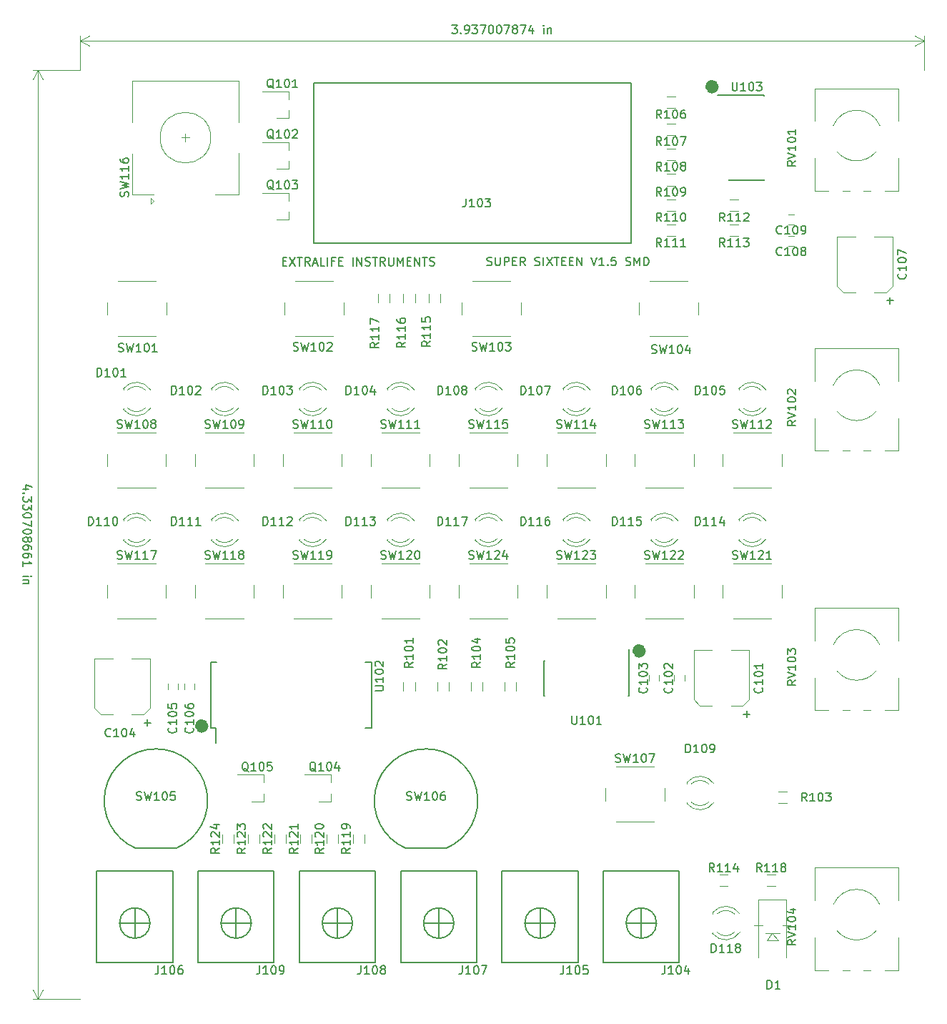
<source format=gbr>
G04 #@! TF.GenerationSoftware,KiCad,Pcbnew,(5.1.2)-1*
G04 #@! TF.CreationDate,2021-04-14T20:01:43-07:00*
G04 #@! TF.ProjectId,kicad-control-board-smt,6b696361-642d-4636-9f6e-74726f6c2d62,rev?*
G04 #@! TF.SameCoordinates,Original*
G04 #@! TF.FileFunction,Legend,Top*
G04 #@! TF.FilePolarity,Positive*
%FSLAX46Y46*%
G04 Gerber Fmt 4.6, Leading zero omitted, Abs format (unit mm)*
G04 Created by KiCad (PCBNEW (5.1.2)-1) date 2021-04-14 20:01:43*
%MOMM*%
%LPD*%
G04 APERTURE LIST*
%ADD10C,0.120000*%
%ADD11C,1.000000*%
%ADD12C,0.150000*%
G04 APERTURE END LIST*
D10*
X95250000Y-113284000D02*
X96139000Y-113284000D01*
X91821000Y-113284000D02*
X92837000Y-113284000D01*
X93218000Y-114173000D02*
X94869000Y-114173000D01*
X94742000Y-115062000D02*
X93345000Y-115062000D01*
X93980000Y-114173000D02*
X94742000Y-115062000D01*
X93345000Y-115062000D02*
X93980000Y-114173000D01*
D11*
X87168000Y-13970000D02*
G75*
G03X87168000Y-13970000I-300000J0D01*
G01*
X78532000Y-80772000D02*
G75*
G03X78532000Y-80772000I-300000J0D01*
G01*
X26716000Y-89662000D02*
G75*
G03X26716000Y-89662000I-300000J0D01*
G01*
D12*
X56071428Y-6682380D02*
X56690476Y-6682380D01*
X56357142Y-7063333D01*
X56500000Y-7063333D01*
X56595238Y-7110952D01*
X56642857Y-7158571D01*
X56690476Y-7253809D01*
X56690476Y-7491904D01*
X56642857Y-7587142D01*
X56595238Y-7634761D01*
X56500000Y-7682380D01*
X56214285Y-7682380D01*
X56119047Y-7634761D01*
X56071428Y-7587142D01*
X57119047Y-7587142D02*
X57166666Y-7634761D01*
X57119047Y-7682380D01*
X57071428Y-7634761D01*
X57119047Y-7587142D01*
X57119047Y-7682380D01*
X57642857Y-7682380D02*
X57833333Y-7682380D01*
X57928571Y-7634761D01*
X57976190Y-7587142D01*
X58071428Y-7444285D01*
X58119047Y-7253809D01*
X58119047Y-6872857D01*
X58071428Y-6777619D01*
X58023809Y-6730000D01*
X57928571Y-6682380D01*
X57738095Y-6682380D01*
X57642857Y-6730000D01*
X57595238Y-6777619D01*
X57547619Y-6872857D01*
X57547619Y-7110952D01*
X57595238Y-7206190D01*
X57642857Y-7253809D01*
X57738095Y-7301428D01*
X57928571Y-7301428D01*
X58023809Y-7253809D01*
X58071428Y-7206190D01*
X58119047Y-7110952D01*
X58452380Y-6682380D02*
X59071428Y-6682380D01*
X58738095Y-7063333D01*
X58880952Y-7063333D01*
X58976190Y-7110952D01*
X59023809Y-7158571D01*
X59071428Y-7253809D01*
X59071428Y-7491904D01*
X59023809Y-7587142D01*
X58976190Y-7634761D01*
X58880952Y-7682380D01*
X58595238Y-7682380D01*
X58500000Y-7634761D01*
X58452380Y-7587142D01*
X59404761Y-6682380D02*
X60071428Y-6682380D01*
X59642857Y-7682380D01*
X60642857Y-6682380D02*
X60738095Y-6682380D01*
X60833333Y-6730000D01*
X60880952Y-6777619D01*
X60928571Y-6872857D01*
X60976190Y-7063333D01*
X60976190Y-7301428D01*
X60928571Y-7491904D01*
X60880952Y-7587142D01*
X60833333Y-7634761D01*
X60738095Y-7682380D01*
X60642857Y-7682380D01*
X60547619Y-7634761D01*
X60500000Y-7587142D01*
X60452380Y-7491904D01*
X60404761Y-7301428D01*
X60404761Y-7063333D01*
X60452380Y-6872857D01*
X60500000Y-6777619D01*
X60547619Y-6730000D01*
X60642857Y-6682380D01*
X61595238Y-6682380D02*
X61690476Y-6682380D01*
X61785714Y-6730000D01*
X61833333Y-6777619D01*
X61880952Y-6872857D01*
X61928571Y-7063333D01*
X61928571Y-7301428D01*
X61880952Y-7491904D01*
X61833333Y-7587142D01*
X61785714Y-7634761D01*
X61690476Y-7682380D01*
X61595238Y-7682380D01*
X61500000Y-7634761D01*
X61452380Y-7587142D01*
X61404761Y-7491904D01*
X61357142Y-7301428D01*
X61357142Y-7063333D01*
X61404761Y-6872857D01*
X61452380Y-6777619D01*
X61500000Y-6730000D01*
X61595238Y-6682380D01*
X62261904Y-6682380D02*
X62928571Y-6682380D01*
X62500000Y-7682380D01*
X63452380Y-7110952D02*
X63357142Y-7063333D01*
X63309523Y-7015714D01*
X63261904Y-6920476D01*
X63261904Y-6872857D01*
X63309523Y-6777619D01*
X63357142Y-6730000D01*
X63452380Y-6682380D01*
X63642857Y-6682380D01*
X63738095Y-6730000D01*
X63785714Y-6777619D01*
X63833333Y-6872857D01*
X63833333Y-6920476D01*
X63785714Y-7015714D01*
X63738095Y-7063333D01*
X63642857Y-7110952D01*
X63452380Y-7110952D01*
X63357142Y-7158571D01*
X63309523Y-7206190D01*
X63261904Y-7301428D01*
X63261904Y-7491904D01*
X63309523Y-7587142D01*
X63357142Y-7634761D01*
X63452380Y-7682380D01*
X63642857Y-7682380D01*
X63738095Y-7634761D01*
X63785714Y-7587142D01*
X63833333Y-7491904D01*
X63833333Y-7301428D01*
X63785714Y-7206190D01*
X63738095Y-7158571D01*
X63642857Y-7110952D01*
X64166666Y-6682380D02*
X64833333Y-6682380D01*
X64404761Y-7682380D01*
X65642857Y-7015714D02*
X65642857Y-7682380D01*
X65404761Y-6634761D02*
X65166666Y-7349047D01*
X65785714Y-7349047D01*
X66928571Y-7682380D02*
X66928571Y-7015714D01*
X66928571Y-6682380D02*
X66880952Y-6730000D01*
X66928571Y-6777619D01*
X66976190Y-6730000D01*
X66928571Y-6682380D01*
X66928571Y-6777619D01*
X67404761Y-7015714D02*
X67404761Y-7682380D01*
X67404761Y-7110952D02*
X67452380Y-7063333D01*
X67547619Y-7015714D01*
X67690476Y-7015714D01*
X67785714Y-7063333D01*
X67833333Y-7158571D01*
X67833333Y-7682380D01*
D10*
X12000000Y-8500000D02*
X112000000Y-8500000D01*
X12000000Y-12000000D02*
X12000000Y-7913579D01*
X112000000Y-12000000D02*
X112000000Y-7913579D01*
X112000000Y-8500000D02*
X110873496Y-9086421D01*
X112000000Y-8500000D02*
X110873496Y-7913579D01*
X12000000Y-8500000D02*
X13126504Y-9086421D01*
X12000000Y-8500000D02*
X13126504Y-7913579D01*
D12*
X60228571Y-35104761D02*
X60371428Y-35152380D01*
X60609523Y-35152380D01*
X60704761Y-35104761D01*
X60752380Y-35057142D01*
X60800000Y-34961904D01*
X60800000Y-34866666D01*
X60752380Y-34771428D01*
X60704761Y-34723809D01*
X60609523Y-34676190D01*
X60419047Y-34628571D01*
X60323809Y-34580952D01*
X60276190Y-34533333D01*
X60228571Y-34438095D01*
X60228571Y-34342857D01*
X60276190Y-34247619D01*
X60323809Y-34200000D01*
X60419047Y-34152380D01*
X60657142Y-34152380D01*
X60800000Y-34200000D01*
X61228571Y-34152380D02*
X61228571Y-34961904D01*
X61276190Y-35057142D01*
X61323809Y-35104761D01*
X61419047Y-35152380D01*
X61609523Y-35152380D01*
X61704761Y-35104761D01*
X61752380Y-35057142D01*
X61800000Y-34961904D01*
X61800000Y-34152380D01*
X62276190Y-35152380D02*
X62276190Y-34152380D01*
X62657142Y-34152380D01*
X62752380Y-34200000D01*
X62800000Y-34247619D01*
X62847619Y-34342857D01*
X62847619Y-34485714D01*
X62800000Y-34580952D01*
X62752380Y-34628571D01*
X62657142Y-34676190D01*
X62276190Y-34676190D01*
X63276190Y-34628571D02*
X63609523Y-34628571D01*
X63752380Y-35152380D02*
X63276190Y-35152380D01*
X63276190Y-34152380D01*
X63752380Y-34152380D01*
X64752380Y-35152380D02*
X64419047Y-34676190D01*
X64180952Y-35152380D02*
X64180952Y-34152380D01*
X64561904Y-34152380D01*
X64657142Y-34200000D01*
X64704761Y-34247619D01*
X64752380Y-34342857D01*
X64752380Y-34485714D01*
X64704761Y-34580952D01*
X64657142Y-34628571D01*
X64561904Y-34676190D01*
X64180952Y-34676190D01*
X65895238Y-35104761D02*
X66038095Y-35152380D01*
X66276190Y-35152380D01*
X66371428Y-35104761D01*
X66419047Y-35057142D01*
X66466666Y-34961904D01*
X66466666Y-34866666D01*
X66419047Y-34771428D01*
X66371428Y-34723809D01*
X66276190Y-34676190D01*
X66085714Y-34628571D01*
X65990476Y-34580952D01*
X65942857Y-34533333D01*
X65895238Y-34438095D01*
X65895238Y-34342857D01*
X65942857Y-34247619D01*
X65990476Y-34200000D01*
X66085714Y-34152380D01*
X66323809Y-34152380D01*
X66466666Y-34200000D01*
X66895238Y-35152380D02*
X66895238Y-34152380D01*
X67276190Y-34152380D02*
X67942857Y-35152380D01*
X67942857Y-34152380D02*
X67276190Y-35152380D01*
X68180952Y-34152380D02*
X68752380Y-34152380D01*
X68466666Y-35152380D02*
X68466666Y-34152380D01*
X69085714Y-34628571D02*
X69419047Y-34628571D01*
X69561904Y-35152380D02*
X69085714Y-35152380D01*
X69085714Y-34152380D01*
X69561904Y-34152380D01*
X69990476Y-34628571D02*
X70323809Y-34628571D01*
X70466666Y-35152380D02*
X69990476Y-35152380D01*
X69990476Y-34152380D01*
X70466666Y-34152380D01*
X70895238Y-35152380D02*
X70895238Y-34152380D01*
X71466666Y-35152380D01*
X71466666Y-34152380D01*
X72561904Y-34152380D02*
X72895238Y-35152380D01*
X73228571Y-34152380D01*
X74085714Y-35152380D02*
X73514285Y-35152380D01*
X73800000Y-35152380D02*
X73800000Y-34152380D01*
X73704761Y-34295238D01*
X73609523Y-34390476D01*
X73514285Y-34438095D01*
X74514285Y-35057142D02*
X74561904Y-35104761D01*
X74514285Y-35152380D01*
X74466666Y-35104761D01*
X74514285Y-35057142D01*
X74514285Y-35152380D01*
X75466666Y-34152380D02*
X74990476Y-34152380D01*
X74942857Y-34628571D01*
X74990476Y-34580952D01*
X75085714Y-34533333D01*
X75323809Y-34533333D01*
X75419047Y-34580952D01*
X75466666Y-34628571D01*
X75514285Y-34723809D01*
X75514285Y-34961904D01*
X75466666Y-35057142D01*
X75419047Y-35104761D01*
X75323809Y-35152380D01*
X75085714Y-35152380D01*
X74990476Y-35104761D01*
X74942857Y-35057142D01*
X76657142Y-35104761D02*
X76800000Y-35152380D01*
X77038095Y-35152380D01*
X77133333Y-35104761D01*
X77180952Y-35057142D01*
X77228571Y-34961904D01*
X77228571Y-34866666D01*
X77180952Y-34771428D01*
X77133333Y-34723809D01*
X77038095Y-34676190D01*
X76847619Y-34628571D01*
X76752380Y-34580952D01*
X76704761Y-34533333D01*
X76657142Y-34438095D01*
X76657142Y-34342857D01*
X76704761Y-34247619D01*
X76752380Y-34200000D01*
X76847619Y-34152380D01*
X77085714Y-34152380D01*
X77228571Y-34200000D01*
X77657142Y-35152380D02*
X77657142Y-34152380D01*
X77990476Y-34866666D01*
X78323809Y-34152380D01*
X78323809Y-35152380D01*
X78800000Y-35152380D02*
X78800000Y-34152380D01*
X79038095Y-34152380D01*
X79180952Y-34200000D01*
X79276190Y-34295238D01*
X79323809Y-34390476D01*
X79371428Y-34580952D01*
X79371428Y-34723809D01*
X79323809Y-34914285D01*
X79276190Y-35009523D01*
X79180952Y-35104761D01*
X79038095Y-35152380D01*
X78800000Y-35152380D01*
X36047619Y-34648571D02*
X36380952Y-34648571D01*
X36523809Y-35172380D02*
X36047619Y-35172380D01*
X36047619Y-34172380D01*
X36523809Y-34172380D01*
X36857142Y-34172380D02*
X37523809Y-35172380D01*
X37523809Y-34172380D02*
X36857142Y-35172380D01*
X37761904Y-34172380D02*
X38333333Y-34172380D01*
X38047619Y-35172380D02*
X38047619Y-34172380D01*
X39238095Y-35172380D02*
X38904761Y-34696190D01*
X38666666Y-35172380D02*
X38666666Y-34172380D01*
X39047619Y-34172380D01*
X39142857Y-34220000D01*
X39190476Y-34267619D01*
X39238095Y-34362857D01*
X39238095Y-34505714D01*
X39190476Y-34600952D01*
X39142857Y-34648571D01*
X39047619Y-34696190D01*
X38666666Y-34696190D01*
X39619047Y-34886666D02*
X40095238Y-34886666D01*
X39523809Y-35172380D02*
X39857142Y-34172380D01*
X40190476Y-35172380D01*
X41000000Y-35172380D02*
X40523809Y-35172380D01*
X40523809Y-34172380D01*
X41333333Y-35172380D02*
X41333333Y-34172380D01*
X42142857Y-34648571D02*
X41809523Y-34648571D01*
X41809523Y-35172380D02*
X41809523Y-34172380D01*
X42285714Y-34172380D01*
X42666666Y-34648571D02*
X43000000Y-34648571D01*
X43142857Y-35172380D02*
X42666666Y-35172380D01*
X42666666Y-34172380D01*
X43142857Y-34172380D01*
X44333333Y-35172380D02*
X44333333Y-34172380D01*
X44809523Y-35172380D02*
X44809523Y-34172380D01*
X45380952Y-35172380D01*
X45380952Y-34172380D01*
X45809523Y-35124761D02*
X45952380Y-35172380D01*
X46190476Y-35172380D01*
X46285714Y-35124761D01*
X46333333Y-35077142D01*
X46380952Y-34981904D01*
X46380952Y-34886666D01*
X46333333Y-34791428D01*
X46285714Y-34743809D01*
X46190476Y-34696190D01*
X45999999Y-34648571D01*
X45904761Y-34600952D01*
X45857142Y-34553333D01*
X45809523Y-34458095D01*
X45809523Y-34362857D01*
X45857142Y-34267619D01*
X45904761Y-34220000D01*
X45999999Y-34172380D01*
X46238095Y-34172380D01*
X46380952Y-34220000D01*
X46666666Y-34172380D02*
X47238095Y-34172380D01*
X46952380Y-35172380D02*
X46952380Y-34172380D01*
X48142857Y-35172380D02*
X47809523Y-34696190D01*
X47571428Y-35172380D02*
X47571428Y-34172380D01*
X47952380Y-34172380D01*
X48047619Y-34220000D01*
X48095238Y-34267619D01*
X48142857Y-34362857D01*
X48142857Y-34505714D01*
X48095238Y-34600952D01*
X48047619Y-34648571D01*
X47952380Y-34696190D01*
X47571428Y-34696190D01*
X48571428Y-34172380D02*
X48571428Y-34981904D01*
X48619047Y-35077142D01*
X48666666Y-35124761D01*
X48761904Y-35172380D01*
X48952380Y-35172380D01*
X49047619Y-35124761D01*
X49095238Y-35077142D01*
X49142857Y-34981904D01*
X49142857Y-34172380D01*
X49619047Y-35172380D02*
X49619047Y-34172380D01*
X49952380Y-34886666D01*
X50285714Y-34172380D01*
X50285714Y-35172380D01*
X50761904Y-34648571D02*
X51095238Y-34648571D01*
X51238095Y-35172380D02*
X50761904Y-35172380D01*
X50761904Y-34172380D01*
X51238095Y-34172380D01*
X51666666Y-35172380D02*
X51666666Y-34172380D01*
X52238095Y-35172380D01*
X52238095Y-34172380D01*
X52571428Y-34172380D02*
X53142857Y-34172380D01*
X52857142Y-35172380D02*
X52857142Y-34172380D01*
X53428571Y-35124761D02*
X53571428Y-35172380D01*
X53809523Y-35172380D01*
X53904761Y-35124761D01*
X53952380Y-35077142D01*
X53999999Y-34981904D01*
X53999999Y-34886666D01*
X53952380Y-34791428D01*
X53904761Y-34743809D01*
X53809523Y-34696190D01*
X53619047Y-34648571D01*
X53523809Y-34600952D01*
X53476190Y-34553333D01*
X53428571Y-34458095D01*
X53428571Y-34362857D01*
X53476190Y-34267619D01*
X53523809Y-34220000D01*
X53619047Y-34172380D01*
X53857142Y-34172380D01*
X53999999Y-34220000D01*
X5944285Y-61595238D02*
X5277619Y-61595238D01*
X6325238Y-61357142D02*
X5610952Y-61119047D01*
X5610952Y-61738095D01*
X5372857Y-62119047D02*
X5325238Y-62166666D01*
X5277619Y-62119047D01*
X5325238Y-62071428D01*
X5372857Y-62119047D01*
X5277619Y-62119047D01*
X6277619Y-62500000D02*
X6277619Y-63119047D01*
X5896666Y-62785714D01*
X5896666Y-62928571D01*
X5849047Y-63023809D01*
X5801428Y-63071428D01*
X5706190Y-63119047D01*
X5468095Y-63119047D01*
X5372857Y-63071428D01*
X5325238Y-63023809D01*
X5277619Y-62928571D01*
X5277619Y-62642857D01*
X5325238Y-62547619D01*
X5372857Y-62500000D01*
X6277619Y-63452380D02*
X6277619Y-64071428D01*
X5896666Y-63738095D01*
X5896666Y-63880952D01*
X5849047Y-63976190D01*
X5801428Y-64023809D01*
X5706190Y-64071428D01*
X5468095Y-64071428D01*
X5372857Y-64023809D01*
X5325238Y-63976190D01*
X5277619Y-63880952D01*
X5277619Y-63595238D01*
X5325238Y-63500000D01*
X5372857Y-63452380D01*
X6277619Y-64690476D02*
X6277619Y-64785714D01*
X6230000Y-64880952D01*
X6182380Y-64928571D01*
X6087142Y-64976190D01*
X5896666Y-65023809D01*
X5658571Y-65023809D01*
X5468095Y-64976190D01*
X5372857Y-64928571D01*
X5325238Y-64880952D01*
X5277619Y-64785714D01*
X5277619Y-64690476D01*
X5325238Y-64595238D01*
X5372857Y-64547619D01*
X5468095Y-64500000D01*
X5658571Y-64452380D01*
X5896666Y-64452380D01*
X6087142Y-64500000D01*
X6182380Y-64547619D01*
X6230000Y-64595238D01*
X6277619Y-64690476D01*
X6277619Y-65357142D02*
X6277619Y-66023809D01*
X5277619Y-65595238D01*
X6277619Y-66595238D02*
X6277619Y-66690476D01*
X6230000Y-66785714D01*
X6182380Y-66833333D01*
X6087142Y-66880952D01*
X5896666Y-66928571D01*
X5658571Y-66928571D01*
X5468095Y-66880952D01*
X5372857Y-66833333D01*
X5325238Y-66785714D01*
X5277619Y-66690476D01*
X5277619Y-66595238D01*
X5325238Y-66500000D01*
X5372857Y-66452380D01*
X5468095Y-66404761D01*
X5658571Y-66357142D01*
X5896666Y-66357142D01*
X6087142Y-66404761D01*
X6182380Y-66452380D01*
X6230000Y-66500000D01*
X6277619Y-66595238D01*
X5849047Y-67500000D02*
X5896666Y-67404761D01*
X5944285Y-67357142D01*
X6039523Y-67309523D01*
X6087142Y-67309523D01*
X6182380Y-67357142D01*
X6230000Y-67404761D01*
X6277619Y-67500000D01*
X6277619Y-67690476D01*
X6230000Y-67785714D01*
X6182380Y-67833333D01*
X6087142Y-67880952D01*
X6039523Y-67880952D01*
X5944285Y-67833333D01*
X5896666Y-67785714D01*
X5849047Y-67690476D01*
X5849047Y-67500000D01*
X5801428Y-67404761D01*
X5753809Y-67357142D01*
X5658571Y-67309523D01*
X5468095Y-67309523D01*
X5372857Y-67357142D01*
X5325238Y-67404761D01*
X5277619Y-67500000D01*
X5277619Y-67690476D01*
X5325238Y-67785714D01*
X5372857Y-67833333D01*
X5468095Y-67880952D01*
X5658571Y-67880952D01*
X5753809Y-67833333D01*
X5801428Y-67785714D01*
X5849047Y-67690476D01*
X6277619Y-68738095D02*
X6277619Y-68547619D01*
X6230000Y-68452380D01*
X6182380Y-68404761D01*
X6039523Y-68309523D01*
X5849047Y-68261904D01*
X5468095Y-68261904D01*
X5372857Y-68309523D01*
X5325238Y-68357142D01*
X5277619Y-68452380D01*
X5277619Y-68642857D01*
X5325238Y-68738095D01*
X5372857Y-68785714D01*
X5468095Y-68833333D01*
X5706190Y-68833333D01*
X5801428Y-68785714D01*
X5849047Y-68738095D01*
X5896666Y-68642857D01*
X5896666Y-68452380D01*
X5849047Y-68357142D01*
X5801428Y-68309523D01*
X5706190Y-68261904D01*
X6277619Y-69690476D02*
X6277619Y-69500000D01*
X6230000Y-69404761D01*
X6182380Y-69357142D01*
X6039523Y-69261904D01*
X5849047Y-69214285D01*
X5468095Y-69214285D01*
X5372857Y-69261904D01*
X5325238Y-69309523D01*
X5277619Y-69404761D01*
X5277619Y-69595238D01*
X5325238Y-69690476D01*
X5372857Y-69738095D01*
X5468095Y-69785714D01*
X5706190Y-69785714D01*
X5801428Y-69738095D01*
X5849047Y-69690476D01*
X5896666Y-69595238D01*
X5896666Y-69404761D01*
X5849047Y-69309523D01*
X5801428Y-69261904D01*
X5706190Y-69214285D01*
X5277619Y-70738095D02*
X5277619Y-70166666D01*
X5277619Y-70452380D02*
X6277619Y-70452380D01*
X6134761Y-70357142D01*
X6039523Y-70261904D01*
X5991904Y-70166666D01*
X5277619Y-71928571D02*
X5944285Y-71928571D01*
X6277619Y-71928571D02*
X6229999Y-71880952D01*
X6182380Y-71928571D01*
X6229999Y-71976190D01*
X6277619Y-71928571D01*
X6182380Y-71928571D01*
X5944285Y-72404761D02*
X5277619Y-72404761D01*
X5849047Y-72404761D02*
X5896666Y-72452380D01*
X5944285Y-72547619D01*
X5944285Y-72690476D01*
X5896666Y-72785714D01*
X5801428Y-72833333D01*
X5277619Y-72833333D01*
D10*
X7000000Y-12000000D02*
X7000000Y-122000000D01*
X12000000Y-12000000D02*
X6413579Y-12000000D01*
X12000000Y-122000000D02*
X6413579Y-122000000D01*
X7000000Y-122000000D02*
X6413579Y-120873496D01*
X7000000Y-122000000D02*
X7586421Y-120873496D01*
X7000000Y-12000000D02*
X6413579Y-13126504D01*
X7000000Y-12000000D02*
X7586421Y-13126504D01*
X36760000Y-17691000D02*
X35300000Y-17691000D01*
X36760000Y-14531000D02*
X33600000Y-14531000D01*
X36760000Y-14531000D02*
X36760000Y-15461000D01*
X36760000Y-17691000D02*
X36760000Y-16761000D01*
D12*
X55396843Y-104137095D02*
G75*
G03X50610000Y-104140000I-2396843J5637095D01*
G01*
X55390000Y-104140000D02*
X50610000Y-104140000D01*
D10*
X79500000Y-43500000D02*
X84000000Y-43500000D01*
X78250000Y-39500000D02*
X78250000Y-41000000D01*
X84000000Y-37000000D02*
X79500000Y-37000000D01*
X85250000Y-41000000D02*
X85250000Y-39500000D01*
X37287652Y-76950000D02*
X41787652Y-76950000D01*
X36037652Y-72950000D02*
X36037652Y-74450000D01*
X41787652Y-70450000D02*
X37287652Y-70450000D01*
X43037652Y-74450000D02*
X43037652Y-72950000D01*
X16455000Y-76950000D02*
X20955000Y-76950000D01*
X15205000Y-72950000D02*
X15205000Y-74450000D01*
X20955000Y-70450000D02*
X16455000Y-70450000D01*
X22205000Y-74450000D02*
X22205000Y-72950000D01*
X83890000Y-98680000D02*
X83890000Y-98836000D01*
X83890000Y-96364000D02*
X83890000Y-96520000D01*
X86491130Y-98679837D02*
G75*
G02X84409039Y-98680000I-1041130J1079837D01*
G01*
X86491130Y-96520163D02*
G75*
G03X84409039Y-96520000I-1041130J-1079837D01*
G01*
X87122335Y-98678608D02*
G75*
G02X83890000Y-98835516I-1672335J1078608D01*
G01*
X87122335Y-96521392D02*
G75*
G03X83890000Y-96364484I-1672335J-1078608D01*
G01*
X58120304Y-76950000D02*
X62620304Y-76950000D01*
X56870304Y-72950000D02*
X56870304Y-74450000D01*
X62620304Y-70450000D02*
X58120304Y-70450000D01*
X63870304Y-74450000D02*
X63870304Y-72950000D01*
X68536630Y-76950000D02*
X73036630Y-76950000D01*
X67286630Y-72950000D02*
X67286630Y-74450000D01*
X73036630Y-70450000D02*
X68536630Y-70450000D01*
X74286630Y-74450000D02*
X74286630Y-72950000D01*
X78952956Y-76950000D02*
X83452956Y-76950000D01*
X77702956Y-72950000D02*
X77702956Y-74450000D01*
X83452956Y-70450000D02*
X78952956Y-70450000D01*
X84702956Y-74450000D02*
X84702956Y-72950000D01*
X89369284Y-76950000D02*
X93869284Y-76950000D01*
X88119284Y-72950000D02*
X88119284Y-74450000D01*
X93869284Y-70450000D02*
X89369284Y-70450000D01*
X95119284Y-74450000D02*
X95119284Y-72950000D01*
X47703978Y-76950000D02*
X52203978Y-76950000D01*
X46453978Y-72950000D02*
X46453978Y-74450000D01*
X52203978Y-70450000D02*
X47703978Y-70450000D01*
X53453978Y-74450000D02*
X53453978Y-72950000D01*
X26871326Y-76950000D02*
X31371326Y-76950000D01*
X25621326Y-72950000D02*
X25621326Y-74450000D01*
X31371326Y-70450000D02*
X26871326Y-70450000D01*
X32621326Y-74450000D02*
X32621326Y-72950000D01*
X58120304Y-61450000D02*
X62620304Y-61450000D01*
X56870304Y-57450000D02*
X56870304Y-58950000D01*
X62620304Y-54950000D02*
X58120304Y-54950000D01*
X63870304Y-58950000D02*
X63870304Y-57450000D01*
X68536630Y-61450000D02*
X73036630Y-61450000D01*
X67286630Y-57450000D02*
X67286630Y-58950000D01*
X73036630Y-54950000D02*
X68536630Y-54950000D01*
X74286630Y-58950000D02*
X74286630Y-57450000D01*
X78952956Y-61450000D02*
X83452956Y-61450000D01*
X77702956Y-57450000D02*
X77702956Y-58950000D01*
X83452956Y-54950000D02*
X78952956Y-54950000D01*
X84702956Y-58950000D02*
X84702956Y-57450000D01*
X89369284Y-61450000D02*
X93869284Y-61450000D01*
X88119284Y-57450000D02*
X88119284Y-58950000D01*
X93869284Y-54950000D02*
X89369284Y-54950000D01*
X95119284Y-58950000D02*
X95119284Y-57450000D01*
X47703978Y-61450000D02*
X52203978Y-61450000D01*
X46453978Y-57450000D02*
X46453978Y-58950000D01*
X52203978Y-54950000D02*
X47703978Y-54950000D01*
X53453978Y-58950000D02*
X53453978Y-57450000D01*
X37287652Y-61450000D02*
X41787652Y-61450000D01*
X36037652Y-57450000D02*
X36037652Y-58950000D01*
X41787652Y-54950000D02*
X37287652Y-54950000D01*
X43037652Y-58950000D02*
X43037652Y-57450000D01*
X26871326Y-61450000D02*
X31371326Y-61450000D01*
X25621326Y-57450000D02*
X25621326Y-58950000D01*
X31371326Y-54950000D02*
X26871326Y-54950000D01*
X32621326Y-58950000D02*
X32621326Y-57450000D01*
X16455000Y-61450000D02*
X20955000Y-61450000D01*
X15205000Y-57450000D02*
X15205000Y-58950000D01*
X20955000Y-54950000D02*
X16455000Y-54950000D01*
X22205000Y-58950000D02*
X22205000Y-57450000D01*
X75500000Y-101000000D02*
X80000000Y-101000000D01*
X74250000Y-97000000D02*
X74250000Y-98500000D01*
X80000000Y-94500000D02*
X75500000Y-94500000D01*
X81250000Y-98500000D02*
X81250000Y-97000000D01*
X58500000Y-43500000D02*
X63000000Y-43500000D01*
X57250000Y-39500000D02*
X57250000Y-41000000D01*
X63000000Y-37000000D02*
X58500000Y-37000000D01*
X64250000Y-41000000D02*
X64250000Y-39500000D01*
X37500000Y-43500000D02*
X42000000Y-43500000D01*
X36250000Y-39500000D02*
X36250000Y-41000000D01*
X42000000Y-37000000D02*
X37500000Y-37000000D01*
X43250000Y-41000000D02*
X43250000Y-39500000D01*
X16500000Y-43500000D02*
X21000000Y-43500000D01*
X15250000Y-39500000D02*
X15250000Y-41000000D01*
X21000000Y-37000000D02*
X16500000Y-37000000D01*
X22250000Y-41000000D02*
X22250000Y-39500000D01*
X95690960Y-110200360D02*
X92390960Y-110200360D01*
X92390960Y-110200360D02*
X92390960Y-117100360D01*
X95690960Y-110200360D02*
X95690960Y-117100360D01*
X99039000Y-106440000D02*
X108960000Y-106440000D01*
X107325000Y-118560000D02*
X108960000Y-118560000D01*
X104825000Y-118560000D02*
X105675000Y-118560000D01*
X102325000Y-118560000D02*
X103175000Y-118560000D01*
X99039000Y-118560000D02*
X100675000Y-118560000D01*
X108960000Y-110305000D02*
X108960000Y-106440000D01*
X108960000Y-118560000D02*
X108960000Y-114694000D01*
X99039000Y-110305000D02*
X99039000Y-106440000D01*
X99039000Y-118560000D02*
X99039000Y-114694000D01*
X106297753Y-113928295D02*
G75*
G02X101702000Y-113928000I-2297753J1928295D01*
G01*
X101237568Y-110828018D02*
G75*
G02X106762000Y-110827000I2762432J-1171982D01*
G01*
X99039000Y-75690000D02*
X108960000Y-75690000D01*
X107325000Y-87810000D02*
X108960000Y-87810000D01*
X104825000Y-87810000D02*
X105675000Y-87810000D01*
X102325000Y-87810000D02*
X103175000Y-87810000D01*
X99039000Y-87810000D02*
X100675000Y-87810000D01*
X108960000Y-79555000D02*
X108960000Y-75690000D01*
X108960000Y-87810000D02*
X108960000Y-83944000D01*
X99039000Y-79555000D02*
X99039000Y-75690000D01*
X99039000Y-87810000D02*
X99039000Y-83944000D01*
X106297753Y-83178295D02*
G75*
G02X101702000Y-83178000I-2297753J1928295D01*
G01*
X101237568Y-80078018D02*
G75*
G02X106762000Y-80077000I2762432J-1171982D01*
G01*
X99039000Y-44940000D02*
X108960000Y-44940000D01*
X107325000Y-57060000D02*
X108960000Y-57060000D01*
X104825000Y-57060000D02*
X105675000Y-57060000D01*
X102325000Y-57060000D02*
X103175000Y-57060000D01*
X99039000Y-57060000D02*
X100675000Y-57060000D01*
X108960000Y-48805000D02*
X108960000Y-44940000D01*
X108960000Y-57060000D02*
X108960000Y-53194000D01*
X99039000Y-48805000D02*
X99039000Y-44940000D01*
X99039000Y-57060000D02*
X99039000Y-53194000D01*
X106297753Y-52428295D02*
G75*
G02X101702000Y-52428000I-2297753J1928295D01*
G01*
X101237568Y-49328018D02*
G75*
G02X106762000Y-49327000I2762432J-1171982D01*
G01*
X99039000Y-14190000D02*
X108960000Y-14190000D01*
X107325000Y-26310000D02*
X108960000Y-26310000D01*
X104825000Y-26310000D02*
X105675000Y-26310000D01*
X102325000Y-26310000D02*
X103175000Y-26310000D01*
X99039000Y-26310000D02*
X100675000Y-26310000D01*
X108960000Y-18055000D02*
X108960000Y-14190000D01*
X108960000Y-26310000D02*
X108960000Y-22444000D01*
X99039000Y-18055000D02*
X99039000Y-14190000D01*
X99039000Y-26310000D02*
X99039000Y-22444000D01*
X106297753Y-21678295D02*
G75*
G02X101702000Y-21678000I-2297753J1928295D01*
G01*
X101237568Y-18578018D02*
G75*
G02X106762000Y-18577000I2762432J-1171982D01*
G01*
X84700000Y-86540000D02*
X84700000Y-80700000D01*
X85460000Y-87300000D02*
X84700000Y-86540000D01*
X91300000Y-86540000D02*
X90540000Y-87300000D01*
X91300000Y-80700000D02*
X91300000Y-86540000D01*
X85460000Y-87300000D02*
X86880000Y-87300000D01*
X84700000Y-80700000D02*
X86880000Y-80700000D01*
X91300000Y-80700000D02*
X89120000Y-80700000D01*
X90540000Y-87300000D02*
X89120000Y-87300000D01*
X83600000Y-83650000D02*
X83600000Y-84350000D01*
X82400000Y-84350000D02*
X82400000Y-83650000D01*
X79400000Y-84350000D02*
X79400000Y-83650000D01*
X80600000Y-83650000D02*
X80600000Y-84350000D01*
X13700000Y-87540000D02*
X13700000Y-81700000D01*
X14460000Y-88300000D02*
X13700000Y-87540000D01*
X20300000Y-87540000D02*
X19540000Y-88300000D01*
X20300000Y-81700000D02*
X20300000Y-87540000D01*
X14460000Y-88300000D02*
X15880000Y-88300000D01*
X13700000Y-81700000D02*
X15880000Y-81700000D01*
X20300000Y-81700000D02*
X18120000Y-81700000D01*
X19540000Y-88300000D02*
X18120000Y-88300000D01*
X22400000Y-85350000D02*
X22400000Y-84650000D01*
X23600000Y-84650000D02*
X23600000Y-85350000D01*
X25600000Y-84650000D02*
X25600000Y-85350000D01*
X24400000Y-85350000D02*
X24400000Y-84650000D01*
X107540000Y-38300000D02*
X106120000Y-38300000D01*
X108300000Y-31700000D02*
X106120000Y-31700000D01*
X101700000Y-31700000D02*
X103880000Y-31700000D01*
X102460000Y-38300000D02*
X103880000Y-38300000D01*
X108300000Y-31700000D02*
X108300000Y-37540000D01*
X108300000Y-37540000D02*
X107540000Y-38300000D01*
X102460000Y-38300000D02*
X101700000Y-37540000D01*
X101700000Y-37540000D02*
X101700000Y-31700000D01*
X96600000Y-32858000D02*
X95900000Y-32858000D01*
X95900000Y-31658000D02*
X96600000Y-31658000D01*
X95900000Y-29118000D02*
X96600000Y-29118000D01*
X96600000Y-30318000D02*
X95900000Y-30318000D01*
X17140000Y-52030000D02*
X17140000Y-52186000D01*
X17140000Y-49714000D02*
X17140000Y-49870000D01*
X19741130Y-52029837D02*
G75*
G02X17659039Y-52030000I-1041130J1079837D01*
G01*
X19741130Y-49870163D02*
G75*
G03X17659039Y-49870000I-1041130J-1079837D01*
G01*
X20372335Y-52028608D02*
G75*
G02X17140000Y-52185516I-1672335J1078608D01*
G01*
X20372335Y-49871392D02*
G75*
G03X17140000Y-49714484I-1672335J-1078608D01*
G01*
X30788661Y-49871392D02*
G75*
G03X27556326Y-49714484I-1672335J-1078608D01*
G01*
X30788661Y-52028608D02*
G75*
G02X27556326Y-52185516I-1672335J1078608D01*
G01*
X30157456Y-49870163D02*
G75*
G03X28075365Y-49870000I-1041130J-1079837D01*
G01*
X30157456Y-52029837D02*
G75*
G02X28075365Y-52030000I-1041130J1079837D01*
G01*
X27556326Y-49714000D02*
X27556326Y-49870000D01*
X27556326Y-52030000D02*
X27556326Y-52186000D01*
X37972652Y-52030000D02*
X37972652Y-52186000D01*
X37972652Y-49714000D02*
X37972652Y-49870000D01*
X40573782Y-52029837D02*
G75*
G02X38491691Y-52030000I-1041130J1079837D01*
G01*
X40573782Y-49870163D02*
G75*
G03X38491691Y-49870000I-1041130J-1079837D01*
G01*
X41204987Y-52028608D02*
G75*
G02X37972652Y-52185516I-1672335J1078608D01*
G01*
X41204987Y-49871392D02*
G75*
G03X37972652Y-49714484I-1672335J-1078608D01*
G01*
X51621313Y-49871392D02*
G75*
G03X48388978Y-49714484I-1672335J-1078608D01*
G01*
X51621313Y-52028608D02*
G75*
G02X48388978Y-52185516I-1672335J1078608D01*
G01*
X50990108Y-49870163D02*
G75*
G03X48908017Y-49870000I-1041130J-1079837D01*
G01*
X50990108Y-52029837D02*
G75*
G02X48908017Y-52030000I-1041130J1079837D01*
G01*
X48388978Y-49714000D02*
X48388978Y-49870000D01*
X48388978Y-52030000D02*
X48388978Y-52186000D01*
X90054284Y-52030000D02*
X90054284Y-52186000D01*
X90054284Y-49714000D02*
X90054284Y-49870000D01*
X92655414Y-52029837D02*
G75*
G02X90573323Y-52030000I-1041130J1079837D01*
G01*
X92655414Y-49870163D02*
G75*
G03X90573323Y-49870000I-1041130J-1079837D01*
G01*
X93286619Y-52028608D02*
G75*
G02X90054284Y-52185516I-1672335J1078608D01*
G01*
X93286619Y-49871392D02*
G75*
G03X90054284Y-49714484I-1672335J-1078608D01*
G01*
X82870291Y-49871392D02*
G75*
G03X79637956Y-49714484I-1672335J-1078608D01*
G01*
X82870291Y-52028608D02*
G75*
G02X79637956Y-52185516I-1672335J1078608D01*
G01*
X82239086Y-49870163D02*
G75*
G03X80156995Y-49870000I-1041130J-1079837D01*
G01*
X82239086Y-52029837D02*
G75*
G02X80156995Y-52030000I-1041130J1079837D01*
G01*
X79637956Y-49714000D02*
X79637956Y-49870000D01*
X79637956Y-52030000D02*
X79637956Y-52186000D01*
X72453965Y-49871392D02*
G75*
G03X69221630Y-49714484I-1672335J-1078608D01*
G01*
X72453965Y-52028608D02*
G75*
G02X69221630Y-52185516I-1672335J1078608D01*
G01*
X71822760Y-49870163D02*
G75*
G03X69740669Y-49870000I-1041130J-1079837D01*
G01*
X71822760Y-52029837D02*
G75*
G02X69740669Y-52030000I-1041130J1079837D01*
G01*
X69221630Y-49714000D02*
X69221630Y-49870000D01*
X69221630Y-52030000D02*
X69221630Y-52186000D01*
X62037639Y-49871392D02*
G75*
G03X58805304Y-49714484I-1672335J-1078608D01*
G01*
X62037639Y-52028608D02*
G75*
G02X58805304Y-52185516I-1672335J1078608D01*
G01*
X61406434Y-49870163D02*
G75*
G03X59324343Y-49870000I-1041130J-1079837D01*
G01*
X61406434Y-52029837D02*
G75*
G02X59324343Y-52030000I-1041130J1079837D01*
G01*
X58805304Y-49714000D02*
X58805304Y-49870000D01*
X58805304Y-52030000D02*
X58805304Y-52186000D01*
X20372335Y-65371392D02*
G75*
G03X17140000Y-65214484I-1672335J-1078608D01*
G01*
X20372335Y-67528608D02*
G75*
G02X17140000Y-67685516I-1672335J1078608D01*
G01*
X19741130Y-65370163D02*
G75*
G03X17659039Y-65370000I-1041130J-1079837D01*
G01*
X19741130Y-67529837D02*
G75*
G02X17659039Y-67530000I-1041130J1079837D01*
G01*
X17140000Y-65214000D02*
X17140000Y-65370000D01*
X17140000Y-67530000D02*
X17140000Y-67686000D01*
X27556326Y-67530000D02*
X27556326Y-67686000D01*
X27556326Y-65214000D02*
X27556326Y-65370000D01*
X30157456Y-67529837D02*
G75*
G02X28075365Y-67530000I-1041130J1079837D01*
G01*
X30157456Y-65370163D02*
G75*
G03X28075365Y-65370000I-1041130J-1079837D01*
G01*
X30788661Y-67528608D02*
G75*
G02X27556326Y-67685516I-1672335J1078608D01*
G01*
X30788661Y-65371392D02*
G75*
G03X27556326Y-65214484I-1672335J-1078608D01*
G01*
X41204987Y-65371392D02*
G75*
G03X37972652Y-65214484I-1672335J-1078608D01*
G01*
X41204987Y-67528608D02*
G75*
G02X37972652Y-67685516I-1672335J1078608D01*
G01*
X40573782Y-65370163D02*
G75*
G03X38491691Y-65370000I-1041130J-1079837D01*
G01*
X40573782Y-67529837D02*
G75*
G02X38491691Y-67530000I-1041130J1079837D01*
G01*
X37972652Y-65214000D02*
X37972652Y-65370000D01*
X37972652Y-67530000D02*
X37972652Y-67686000D01*
X48388978Y-67530000D02*
X48388978Y-67686000D01*
X48388978Y-65214000D02*
X48388978Y-65370000D01*
X50990108Y-67529837D02*
G75*
G02X48908017Y-67530000I-1041130J1079837D01*
G01*
X50990108Y-65370163D02*
G75*
G03X48908017Y-65370000I-1041130J-1079837D01*
G01*
X51621313Y-67528608D02*
G75*
G02X48388978Y-67685516I-1672335J1078608D01*
G01*
X51621313Y-65371392D02*
G75*
G03X48388978Y-65214484I-1672335J-1078608D01*
G01*
X90054284Y-67530000D02*
X90054284Y-67686000D01*
X90054284Y-65214000D02*
X90054284Y-65370000D01*
X92655414Y-67529837D02*
G75*
G02X90573323Y-67530000I-1041130J1079837D01*
G01*
X92655414Y-65370163D02*
G75*
G03X90573323Y-65370000I-1041130J-1079837D01*
G01*
X93286619Y-67528608D02*
G75*
G02X90054284Y-67685516I-1672335J1078608D01*
G01*
X93286619Y-65371392D02*
G75*
G03X90054284Y-65214484I-1672335J-1078608D01*
G01*
X82870291Y-65371392D02*
G75*
G03X79637956Y-65214484I-1672335J-1078608D01*
G01*
X82870291Y-67528608D02*
G75*
G02X79637956Y-67685516I-1672335J1078608D01*
G01*
X82239086Y-65370163D02*
G75*
G03X80156995Y-65370000I-1041130J-1079837D01*
G01*
X82239086Y-67529837D02*
G75*
G02X80156995Y-67530000I-1041130J1079837D01*
G01*
X79637956Y-65214000D02*
X79637956Y-65370000D01*
X79637956Y-67530000D02*
X79637956Y-67686000D01*
X69221630Y-67530000D02*
X69221630Y-67686000D01*
X69221630Y-65214000D02*
X69221630Y-65370000D01*
X71822760Y-67529837D02*
G75*
G02X69740669Y-67530000I-1041130J1079837D01*
G01*
X71822760Y-65370163D02*
G75*
G03X69740669Y-65370000I-1041130J-1079837D01*
G01*
X72453965Y-67528608D02*
G75*
G02X69221630Y-67685516I-1672335J1078608D01*
G01*
X72453965Y-65371392D02*
G75*
G03X69221630Y-65214484I-1672335J-1078608D01*
G01*
X62037639Y-65371392D02*
G75*
G03X58805304Y-65214484I-1672335J-1078608D01*
G01*
X62037639Y-67528608D02*
G75*
G02X58805304Y-67685516I-1672335J1078608D01*
G01*
X61406434Y-65370163D02*
G75*
G03X59324343Y-65370000I-1041130J-1079837D01*
G01*
X61406434Y-67529837D02*
G75*
G02X59324343Y-67530000I-1041130J1079837D01*
G01*
X58805304Y-65214000D02*
X58805304Y-65370000D01*
X58805304Y-67530000D02*
X58805304Y-67686000D01*
X86940000Y-114080000D02*
X86940000Y-114236000D01*
X86940000Y-111764000D02*
X86940000Y-111920000D01*
X89541130Y-114079837D02*
G75*
G02X87459039Y-114080000I-1041130J1079837D01*
G01*
X89541130Y-111920163D02*
G75*
G03X87459039Y-111920000I-1041130J-1079837D01*
G01*
X90172335Y-114078608D02*
G75*
G02X86940000Y-114235516I-1672335J1078608D01*
G01*
X90172335Y-111921392D02*
G75*
G03X86940000Y-111764484I-1672335J-1078608D01*
G01*
D12*
X39700000Y-13500000D02*
X39700000Y-32500000D01*
X39700000Y-32500000D02*
X77300000Y-32500000D01*
X77300000Y-13500000D02*
X77300000Y-32500000D01*
X39700000Y-13500000D02*
X77300000Y-13500000D01*
X76700000Y-113000000D02*
X80300000Y-113000000D01*
X78500000Y-111200000D02*
X78500000Y-114800000D01*
X80300000Y-113000000D02*
G75*
G03X80300000Y-113000000I-1800000J0D01*
G01*
X83000000Y-106800000D02*
X83000000Y-117700000D01*
X74000000Y-106800000D02*
X74000000Y-117700000D01*
X74000000Y-117700000D02*
X83000000Y-117700000D01*
X74000000Y-106800000D02*
X83000000Y-106800000D01*
X64700000Y-113000000D02*
X68300000Y-113000000D01*
X66500000Y-111200000D02*
X66500000Y-114800000D01*
X68300000Y-113000000D02*
G75*
G03X68300000Y-113000000I-1800000J0D01*
G01*
X71000000Y-106800000D02*
X71000000Y-117700000D01*
X62000000Y-106800000D02*
X62000000Y-117700000D01*
X62000000Y-117700000D02*
X71000000Y-117700000D01*
X62000000Y-106800000D02*
X71000000Y-106800000D01*
X14000000Y-106800000D02*
X23000000Y-106800000D01*
X14000000Y-117700000D02*
X23000000Y-117700000D01*
X14000000Y-106800000D02*
X14000000Y-117700000D01*
X23000000Y-106800000D02*
X23000000Y-117700000D01*
X20300000Y-113000000D02*
G75*
G03X20300000Y-113000000I-1800000J0D01*
G01*
X18500000Y-111200000D02*
X18500000Y-114800000D01*
X16700000Y-113000000D02*
X20300000Y-113000000D01*
X50000000Y-106800000D02*
X59000000Y-106800000D01*
X50000000Y-117700000D02*
X59000000Y-117700000D01*
X50000000Y-106800000D02*
X50000000Y-117700000D01*
X59000000Y-106800000D02*
X59000000Y-117700000D01*
X56300000Y-113000000D02*
G75*
G03X56300000Y-113000000I-1800000J0D01*
G01*
X54500000Y-111200000D02*
X54500000Y-114800000D01*
X52700000Y-113000000D02*
X56300000Y-113000000D01*
X38000000Y-106800000D02*
X47000000Y-106800000D01*
X38000000Y-117700000D02*
X47000000Y-117700000D01*
X38000000Y-106800000D02*
X38000000Y-117700000D01*
X47000000Y-106800000D02*
X47000000Y-117700000D01*
X44300000Y-113000000D02*
G75*
G03X44300000Y-113000000I-1800000J0D01*
G01*
X42500000Y-111200000D02*
X42500000Y-114800000D01*
X40700000Y-113000000D02*
X44300000Y-113000000D01*
X28700000Y-113000000D02*
X32300000Y-113000000D01*
X30500000Y-111200000D02*
X30500000Y-114800000D01*
X32300000Y-113000000D02*
G75*
G03X32300000Y-113000000I-1800000J0D01*
G01*
X35000000Y-106800000D02*
X35000000Y-117700000D01*
X26000000Y-106800000D02*
X26000000Y-117700000D01*
X26000000Y-117700000D02*
X35000000Y-117700000D01*
X26000000Y-106800000D02*
X35000000Y-106800000D01*
D10*
X36760000Y-23691000D02*
X36760000Y-22761000D01*
X36760000Y-20531000D02*
X36760000Y-21461000D01*
X36760000Y-20531000D02*
X33600000Y-20531000D01*
X36760000Y-23691000D02*
X35300000Y-23691000D01*
X36760000Y-29691000D02*
X36760000Y-28761000D01*
X36760000Y-26531000D02*
X36760000Y-27461000D01*
X36760000Y-26531000D02*
X33600000Y-26531000D01*
X36760000Y-29691000D02*
X35300000Y-29691000D01*
X41760000Y-98580000D02*
X41760000Y-97650000D01*
X41760000Y-95420000D02*
X41760000Y-96350000D01*
X41760000Y-95420000D02*
X38600000Y-95420000D01*
X41760000Y-98580000D02*
X40300000Y-98580000D01*
X33760000Y-98580000D02*
X32300000Y-98580000D01*
X33760000Y-95420000D02*
X30600000Y-95420000D01*
X33760000Y-95420000D02*
X33760000Y-96350000D01*
X33760000Y-98580000D02*
X33760000Y-97650000D01*
X50320000Y-85500000D02*
X50320000Y-84500000D01*
X51680000Y-84500000D02*
X51680000Y-85500000D01*
X54320000Y-85500000D02*
X54320000Y-84500000D01*
X55680000Y-84500000D02*
X55680000Y-85500000D01*
X94727140Y-97430040D02*
X95727140Y-97430040D01*
X95727140Y-98790040D02*
X94727140Y-98790040D01*
X59680000Y-84500000D02*
X59680000Y-85500000D01*
X58320000Y-85500000D02*
X58320000Y-84500000D01*
X62320000Y-85500000D02*
X62320000Y-84500000D01*
X63680000Y-84500000D02*
X63680000Y-85500000D01*
X82500000Y-16480000D02*
X81500000Y-16480000D01*
X81500000Y-15120000D02*
X82500000Y-15120000D01*
X82500000Y-19680000D02*
X81500000Y-19680000D01*
X81500000Y-18320000D02*
X82500000Y-18320000D01*
X81500000Y-21320000D02*
X82500000Y-21320000D01*
X82500000Y-22680000D02*
X81500000Y-22680000D01*
X81500000Y-24320000D02*
X82500000Y-24320000D01*
X82500000Y-25680000D02*
X81500000Y-25680000D01*
X81500000Y-27320000D02*
X82500000Y-27320000D01*
X82500000Y-28680000D02*
X81500000Y-28680000D01*
X82500000Y-31680000D02*
X81500000Y-31680000D01*
X81500000Y-30320000D02*
X82500000Y-30320000D01*
X90000000Y-28680000D02*
X89000000Y-28680000D01*
X89000000Y-27320000D02*
X90000000Y-27320000D01*
X89000000Y-30320000D02*
X90000000Y-30320000D01*
X90000000Y-31680000D02*
X89000000Y-31680000D01*
X87762460Y-107239520D02*
X88762460Y-107239520D01*
X88762460Y-108599520D02*
X87762460Y-108599520D01*
X54680000Y-38500000D02*
X54680000Y-39500000D01*
X53320000Y-39500000D02*
X53320000Y-38500000D01*
X50320000Y-39500000D02*
X50320000Y-38500000D01*
X51680000Y-38500000D02*
X51680000Y-39500000D01*
X48680000Y-38500000D02*
X48680000Y-39500000D01*
X47320000Y-39500000D02*
X47320000Y-38500000D01*
X94368240Y-108599520D02*
X93368240Y-108599520D01*
X93368240Y-107239520D02*
X94368240Y-107239520D01*
X44320000Y-103500000D02*
X44320000Y-102500000D01*
X45680000Y-102500000D02*
X45680000Y-103500000D01*
X42580000Y-102510000D02*
X42580000Y-103510000D01*
X41220000Y-103510000D02*
X41220000Y-102510000D01*
X39480000Y-102500000D02*
X39480000Y-103500000D01*
X38120000Y-103500000D02*
X38120000Y-102500000D01*
X35020000Y-103500000D02*
X35020000Y-102500000D01*
X36380000Y-102500000D02*
X36380000Y-103500000D01*
X33280000Y-102500000D02*
X33280000Y-103500000D01*
X31920000Y-103500000D02*
X31920000Y-102500000D01*
X30180000Y-102500000D02*
X30180000Y-103500000D01*
X28820000Y-103500000D02*
X28820000Y-102500000D01*
D12*
X23390000Y-104140000D02*
X18610000Y-104140000D01*
X23396843Y-104137095D02*
G75*
G03X18610000Y-104140000I-2396843J5637095D01*
G01*
D10*
X27500000Y-20000000D02*
G75*
G03X27500000Y-20000000I-3000000J0D01*
G01*
X18200000Y-18200000D02*
X18200000Y-13300000D01*
X18200000Y-13300000D02*
X30800000Y-13300000D01*
X30800000Y-13300000D02*
X30800000Y-18200000D01*
X30800000Y-21800000D02*
X30800000Y-26700000D01*
X30800000Y-26700000D02*
X28000000Y-26700000D01*
X18200000Y-21900000D02*
X18200000Y-26700000D01*
X18200000Y-26700000D02*
X20700000Y-26700000D01*
X20700000Y-27500000D02*
X20400000Y-27800000D01*
X20400000Y-27800000D02*
X20400000Y-27200000D01*
X20400000Y-27200000D02*
X20700000Y-27500000D01*
X24000000Y-20000000D02*
X25000000Y-20000000D01*
X24500000Y-20500000D02*
X24500000Y-19500000D01*
D12*
X77050000Y-81925000D02*
X77050000Y-80550000D01*
X66925000Y-81925000D02*
X66925000Y-86075000D01*
X77075000Y-81925000D02*
X77075000Y-86075000D01*
X66925000Y-81925000D02*
X67030000Y-81925000D01*
X66925000Y-86075000D02*
X67030000Y-86075000D01*
X77075000Y-86075000D02*
X76970000Y-86075000D01*
X77075000Y-81925000D02*
X77050000Y-81925000D01*
X27475000Y-89875000D02*
X28125000Y-89875000D01*
X27475000Y-82125000D02*
X28220000Y-82125000D01*
X46525000Y-82125000D02*
X45780000Y-82125000D01*
X46525000Y-89875000D02*
X45780000Y-89875000D01*
X27475000Y-89875000D02*
X27475000Y-82125000D01*
X46525000Y-89875000D02*
X46525000Y-82125000D01*
X28125000Y-89875000D02*
X28125000Y-91700000D01*
X88925000Y-14950000D02*
X87550000Y-14950000D01*
X88925000Y-25075000D02*
X93075000Y-25075000D01*
X88925000Y-14925000D02*
X93075000Y-14925000D01*
X88925000Y-25075000D02*
X88925000Y-24970000D01*
X93075000Y-25075000D02*
X93075000Y-24970000D01*
X93075000Y-14925000D02*
X93075000Y-15030000D01*
X88925000Y-14925000D02*
X88925000Y-14950000D01*
X34952380Y-14158619D02*
X34857142Y-14111000D01*
X34761904Y-14015761D01*
X34619047Y-13872904D01*
X34523809Y-13825285D01*
X34428571Y-13825285D01*
X34476190Y-14063380D02*
X34380952Y-14015761D01*
X34285714Y-13920523D01*
X34238095Y-13730047D01*
X34238095Y-13396714D01*
X34285714Y-13206238D01*
X34380952Y-13111000D01*
X34476190Y-13063380D01*
X34666666Y-13063380D01*
X34761904Y-13111000D01*
X34857142Y-13206238D01*
X34904761Y-13396714D01*
X34904761Y-13730047D01*
X34857142Y-13920523D01*
X34761904Y-14015761D01*
X34666666Y-14063380D01*
X34476190Y-14063380D01*
X35857142Y-14063380D02*
X35285714Y-14063380D01*
X35571428Y-14063380D02*
X35571428Y-13063380D01*
X35476190Y-13206238D01*
X35380952Y-13301476D01*
X35285714Y-13349095D01*
X36476190Y-13063380D02*
X36571428Y-13063380D01*
X36666666Y-13111000D01*
X36714285Y-13158619D01*
X36761904Y-13253857D01*
X36809523Y-13444333D01*
X36809523Y-13682428D01*
X36761904Y-13872904D01*
X36714285Y-13968142D01*
X36666666Y-14015761D01*
X36571428Y-14063380D01*
X36476190Y-14063380D01*
X36380952Y-14015761D01*
X36333333Y-13968142D01*
X36285714Y-13872904D01*
X36238095Y-13682428D01*
X36238095Y-13444333D01*
X36285714Y-13253857D01*
X36333333Y-13158619D01*
X36380952Y-13111000D01*
X36476190Y-13063380D01*
X37761904Y-14063380D02*
X37190476Y-14063380D01*
X37476190Y-14063380D02*
X37476190Y-13063380D01*
X37380952Y-13206238D01*
X37285714Y-13301476D01*
X37190476Y-13349095D01*
X50714285Y-98404761D02*
X50857142Y-98452380D01*
X51095238Y-98452380D01*
X51190476Y-98404761D01*
X51238095Y-98357142D01*
X51285714Y-98261904D01*
X51285714Y-98166666D01*
X51238095Y-98071428D01*
X51190476Y-98023809D01*
X51095238Y-97976190D01*
X50904761Y-97928571D01*
X50809523Y-97880952D01*
X50761904Y-97833333D01*
X50714285Y-97738095D01*
X50714285Y-97642857D01*
X50761904Y-97547619D01*
X50809523Y-97500000D01*
X50904761Y-97452380D01*
X51142857Y-97452380D01*
X51285714Y-97500000D01*
X51619047Y-97452380D02*
X51857142Y-98452380D01*
X52047619Y-97738095D01*
X52238095Y-98452380D01*
X52476190Y-97452380D01*
X53380952Y-98452380D02*
X52809523Y-98452380D01*
X53095238Y-98452380D02*
X53095238Y-97452380D01*
X53000000Y-97595238D01*
X52904761Y-97690476D01*
X52809523Y-97738095D01*
X54000000Y-97452380D02*
X54095238Y-97452380D01*
X54190476Y-97500000D01*
X54238095Y-97547619D01*
X54285714Y-97642857D01*
X54333333Y-97833333D01*
X54333333Y-98071428D01*
X54285714Y-98261904D01*
X54238095Y-98357142D01*
X54190476Y-98404761D01*
X54095238Y-98452380D01*
X54000000Y-98452380D01*
X53904761Y-98404761D01*
X53857142Y-98357142D01*
X53809523Y-98261904D01*
X53761904Y-98071428D01*
X53761904Y-97833333D01*
X53809523Y-97642857D01*
X53857142Y-97547619D01*
X53904761Y-97500000D01*
X54000000Y-97452380D01*
X55190476Y-97452380D02*
X55000000Y-97452380D01*
X54904761Y-97500000D01*
X54857142Y-97547619D01*
X54761904Y-97690476D01*
X54714285Y-97880952D01*
X54714285Y-98261904D01*
X54761904Y-98357142D01*
X54809523Y-98404761D01*
X54904761Y-98452380D01*
X55095238Y-98452380D01*
X55190476Y-98404761D01*
X55238095Y-98357142D01*
X55285714Y-98261904D01*
X55285714Y-98023809D01*
X55238095Y-97928571D01*
X55190476Y-97880952D01*
X55095238Y-97833333D01*
X54904761Y-97833333D01*
X54809523Y-97880952D01*
X54761904Y-97928571D01*
X54714285Y-98023809D01*
X79734285Y-45504761D02*
X79877142Y-45552380D01*
X80115238Y-45552380D01*
X80210476Y-45504761D01*
X80258095Y-45457142D01*
X80305714Y-45361904D01*
X80305714Y-45266666D01*
X80258095Y-45171428D01*
X80210476Y-45123809D01*
X80115238Y-45076190D01*
X79924761Y-45028571D01*
X79829523Y-44980952D01*
X79781904Y-44933333D01*
X79734285Y-44838095D01*
X79734285Y-44742857D01*
X79781904Y-44647619D01*
X79829523Y-44600000D01*
X79924761Y-44552380D01*
X80162857Y-44552380D01*
X80305714Y-44600000D01*
X80639047Y-44552380D02*
X80877142Y-45552380D01*
X81067619Y-44838095D01*
X81258095Y-45552380D01*
X81496190Y-44552380D01*
X82400952Y-45552380D02*
X81829523Y-45552380D01*
X82115238Y-45552380D02*
X82115238Y-44552380D01*
X82020000Y-44695238D01*
X81924761Y-44790476D01*
X81829523Y-44838095D01*
X83020000Y-44552380D02*
X83115238Y-44552380D01*
X83210476Y-44600000D01*
X83258095Y-44647619D01*
X83305714Y-44742857D01*
X83353333Y-44933333D01*
X83353333Y-45171428D01*
X83305714Y-45361904D01*
X83258095Y-45457142D01*
X83210476Y-45504761D01*
X83115238Y-45552380D01*
X83020000Y-45552380D01*
X82924761Y-45504761D01*
X82877142Y-45457142D01*
X82829523Y-45361904D01*
X82781904Y-45171428D01*
X82781904Y-44933333D01*
X82829523Y-44742857D01*
X82877142Y-44647619D01*
X82924761Y-44600000D01*
X83020000Y-44552380D01*
X84210476Y-44885714D02*
X84210476Y-45552380D01*
X83972380Y-44504761D02*
X83734285Y-45219047D01*
X84353333Y-45219047D01*
X37251937Y-69854761D02*
X37394794Y-69902380D01*
X37632890Y-69902380D01*
X37728128Y-69854761D01*
X37775747Y-69807142D01*
X37823366Y-69711904D01*
X37823366Y-69616666D01*
X37775747Y-69521428D01*
X37728128Y-69473809D01*
X37632890Y-69426190D01*
X37442413Y-69378571D01*
X37347175Y-69330952D01*
X37299556Y-69283333D01*
X37251937Y-69188095D01*
X37251937Y-69092857D01*
X37299556Y-68997619D01*
X37347175Y-68950000D01*
X37442413Y-68902380D01*
X37680509Y-68902380D01*
X37823366Y-68950000D01*
X38156699Y-68902380D02*
X38394794Y-69902380D01*
X38585271Y-69188095D01*
X38775747Y-69902380D01*
X39013842Y-68902380D01*
X39918604Y-69902380D02*
X39347175Y-69902380D01*
X39632890Y-69902380D02*
X39632890Y-68902380D01*
X39537652Y-69045238D01*
X39442413Y-69140476D01*
X39347175Y-69188095D01*
X40870985Y-69902380D02*
X40299556Y-69902380D01*
X40585271Y-69902380D02*
X40585271Y-68902380D01*
X40490032Y-69045238D01*
X40394794Y-69140476D01*
X40299556Y-69188095D01*
X41347175Y-69902380D02*
X41537652Y-69902380D01*
X41632890Y-69854761D01*
X41680509Y-69807142D01*
X41775747Y-69664285D01*
X41823366Y-69473809D01*
X41823366Y-69092857D01*
X41775747Y-68997619D01*
X41728128Y-68950000D01*
X41632890Y-68902380D01*
X41442413Y-68902380D01*
X41347175Y-68950000D01*
X41299556Y-68997619D01*
X41251937Y-69092857D01*
X41251937Y-69330952D01*
X41299556Y-69426190D01*
X41347175Y-69473809D01*
X41442413Y-69521428D01*
X41632890Y-69521428D01*
X41728128Y-69473809D01*
X41775747Y-69426190D01*
X41823366Y-69330952D01*
X16419285Y-69854761D02*
X16562142Y-69902380D01*
X16800238Y-69902380D01*
X16895476Y-69854761D01*
X16943095Y-69807142D01*
X16990714Y-69711904D01*
X16990714Y-69616666D01*
X16943095Y-69521428D01*
X16895476Y-69473809D01*
X16800238Y-69426190D01*
X16609761Y-69378571D01*
X16514523Y-69330952D01*
X16466904Y-69283333D01*
X16419285Y-69188095D01*
X16419285Y-69092857D01*
X16466904Y-68997619D01*
X16514523Y-68950000D01*
X16609761Y-68902380D01*
X16847857Y-68902380D01*
X16990714Y-68950000D01*
X17324047Y-68902380D02*
X17562142Y-69902380D01*
X17752619Y-69188095D01*
X17943095Y-69902380D01*
X18181190Y-68902380D01*
X19085952Y-69902380D02*
X18514523Y-69902380D01*
X18800238Y-69902380D02*
X18800238Y-68902380D01*
X18705000Y-69045238D01*
X18609761Y-69140476D01*
X18514523Y-69188095D01*
X20038333Y-69902380D02*
X19466904Y-69902380D01*
X19752619Y-69902380D02*
X19752619Y-68902380D01*
X19657380Y-69045238D01*
X19562142Y-69140476D01*
X19466904Y-69188095D01*
X20371666Y-68902380D02*
X21038333Y-68902380D01*
X20609761Y-69902380D01*
X83759523Y-92808638D02*
X83759523Y-91808638D01*
X83997619Y-91808638D01*
X84140476Y-91856258D01*
X84235714Y-91951496D01*
X84283333Y-92046734D01*
X84330952Y-92237210D01*
X84330952Y-92380067D01*
X84283333Y-92570543D01*
X84235714Y-92665781D01*
X84140476Y-92761019D01*
X83997619Y-92808638D01*
X83759523Y-92808638D01*
X85283333Y-92808638D02*
X84711904Y-92808638D01*
X84997619Y-92808638D02*
X84997619Y-91808638D01*
X84902380Y-91951496D01*
X84807142Y-92046734D01*
X84711904Y-92094353D01*
X85902380Y-91808638D02*
X85997619Y-91808638D01*
X86092857Y-91856258D01*
X86140476Y-91903877D01*
X86188095Y-91999115D01*
X86235714Y-92189591D01*
X86235714Y-92427686D01*
X86188095Y-92618162D01*
X86140476Y-92713400D01*
X86092857Y-92761019D01*
X85997619Y-92808638D01*
X85902380Y-92808638D01*
X85807142Y-92761019D01*
X85759523Y-92713400D01*
X85711904Y-92618162D01*
X85664285Y-92427686D01*
X85664285Y-92189591D01*
X85711904Y-91999115D01*
X85759523Y-91903877D01*
X85807142Y-91856258D01*
X85902380Y-91808638D01*
X86711904Y-92808638D02*
X86902380Y-92808638D01*
X86997619Y-92761019D01*
X87045238Y-92713400D01*
X87140476Y-92570543D01*
X87188095Y-92380067D01*
X87188095Y-91999115D01*
X87140476Y-91903877D01*
X87092857Y-91856258D01*
X86997619Y-91808638D01*
X86807142Y-91808638D01*
X86711904Y-91856258D01*
X86664285Y-91903877D01*
X86616666Y-91999115D01*
X86616666Y-92237210D01*
X86664285Y-92332448D01*
X86711904Y-92380067D01*
X86807142Y-92427686D01*
X86997619Y-92427686D01*
X87092857Y-92380067D01*
X87140476Y-92332448D01*
X87188095Y-92237210D01*
X58084589Y-69854761D02*
X58227446Y-69902380D01*
X58465542Y-69902380D01*
X58560780Y-69854761D01*
X58608399Y-69807142D01*
X58656018Y-69711904D01*
X58656018Y-69616666D01*
X58608399Y-69521428D01*
X58560780Y-69473809D01*
X58465542Y-69426190D01*
X58275065Y-69378571D01*
X58179827Y-69330952D01*
X58132208Y-69283333D01*
X58084589Y-69188095D01*
X58084589Y-69092857D01*
X58132208Y-68997619D01*
X58179827Y-68950000D01*
X58275065Y-68902380D01*
X58513161Y-68902380D01*
X58656018Y-68950000D01*
X58989351Y-68902380D02*
X59227446Y-69902380D01*
X59417923Y-69188095D01*
X59608399Y-69902380D01*
X59846494Y-68902380D01*
X60751256Y-69902380D02*
X60179827Y-69902380D01*
X60465542Y-69902380D02*
X60465542Y-68902380D01*
X60370304Y-69045238D01*
X60275065Y-69140476D01*
X60179827Y-69188095D01*
X61132208Y-68997619D02*
X61179827Y-68950000D01*
X61275065Y-68902380D01*
X61513161Y-68902380D01*
X61608399Y-68950000D01*
X61656018Y-68997619D01*
X61703637Y-69092857D01*
X61703637Y-69188095D01*
X61656018Y-69330952D01*
X61084589Y-69902380D01*
X61703637Y-69902380D01*
X62560780Y-69235714D02*
X62560780Y-69902380D01*
X62322684Y-68854761D02*
X62084589Y-69569047D01*
X62703637Y-69569047D01*
X68500915Y-69854761D02*
X68643772Y-69902380D01*
X68881868Y-69902380D01*
X68977106Y-69854761D01*
X69024725Y-69807142D01*
X69072344Y-69711904D01*
X69072344Y-69616666D01*
X69024725Y-69521428D01*
X68977106Y-69473809D01*
X68881868Y-69426190D01*
X68691391Y-69378571D01*
X68596153Y-69330952D01*
X68548534Y-69283333D01*
X68500915Y-69188095D01*
X68500915Y-69092857D01*
X68548534Y-68997619D01*
X68596153Y-68950000D01*
X68691391Y-68902380D01*
X68929487Y-68902380D01*
X69072344Y-68950000D01*
X69405677Y-68902380D02*
X69643772Y-69902380D01*
X69834249Y-69188095D01*
X70024725Y-69902380D01*
X70262820Y-68902380D01*
X71167582Y-69902380D02*
X70596153Y-69902380D01*
X70881868Y-69902380D02*
X70881868Y-68902380D01*
X70786630Y-69045238D01*
X70691391Y-69140476D01*
X70596153Y-69188095D01*
X71548534Y-68997619D02*
X71596153Y-68950000D01*
X71691391Y-68902380D01*
X71929487Y-68902380D01*
X72024725Y-68950000D01*
X72072344Y-68997619D01*
X72119963Y-69092857D01*
X72119963Y-69188095D01*
X72072344Y-69330952D01*
X71500915Y-69902380D01*
X72119963Y-69902380D01*
X72453296Y-68902380D02*
X73072344Y-68902380D01*
X72739010Y-69283333D01*
X72881868Y-69283333D01*
X72977106Y-69330952D01*
X73024725Y-69378571D01*
X73072344Y-69473809D01*
X73072344Y-69711904D01*
X73024725Y-69807142D01*
X72977106Y-69854761D01*
X72881868Y-69902380D01*
X72596153Y-69902380D01*
X72500915Y-69854761D01*
X72453296Y-69807142D01*
X78917241Y-69854761D02*
X79060098Y-69902380D01*
X79298194Y-69902380D01*
X79393432Y-69854761D01*
X79441051Y-69807142D01*
X79488670Y-69711904D01*
X79488670Y-69616666D01*
X79441051Y-69521428D01*
X79393432Y-69473809D01*
X79298194Y-69426190D01*
X79107717Y-69378571D01*
X79012479Y-69330952D01*
X78964860Y-69283333D01*
X78917241Y-69188095D01*
X78917241Y-69092857D01*
X78964860Y-68997619D01*
X79012479Y-68950000D01*
X79107717Y-68902380D01*
X79345813Y-68902380D01*
X79488670Y-68950000D01*
X79822003Y-68902380D02*
X80060098Y-69902380D01*
X80250575Y-69188095D01*
X80441051Y-69902380D01*
X80679146Y-68902380D01*
X81583908Y-69902380D02*
X81012479Y-69902380D01*
X81298194Y-69902380D02*
X81298194Y-68902380D01*
X81202956Y-69045238D01*
X81107717Y-69140476D01*
X81012479Y-69188095D01*
X81964860Y-68997619D02*
X82012479Y-68950000D01*
X82107717Y-68902380D01*
X82345813Y-68902380D01*
X82441051Y-68950000D01*
X82488670Y-68997619D01*
X82536289Y-69092857D01*
X82536289Y-69188095D01*
X82488670Y-69330952D01*
X81917241Y-69902380D01*
X82536289Y-69902380D01*
X82917241Y-68997619D02*
X82964860Y-68950000D01*
X83060098Y-68902380D01*
X83298194Y-68902380D01*
X83393432Y-68950000D01*
X83441051Y-68997619D01*
X83488670Y-69092857D01*
X83488670Y-69188095D01*
X83441051Y-69330952D01*
X82869622Y-69902380D01*
X83488670Y-69902380D01*
X89333569Y-69854761D02*
X89476426Y-69902380D01*
X89714522Y-69902380D01*
X89809760Y-69854761D01*
X89857379Y-69807142D01*
X89904998Y-69711904D01*
X89904998Y-69616666D01*
X89857379Y-69521428D01*
X89809760Y-69473809D01*
X89714522Y-69426190D01*
X89524045Y-69378571D01*
X89428807Y-69330952D01*
X89381188Y-69283333D01*
X89333569Y-69188095D01*
X89333569Y-69092857D01*
X89381188Y-68997619D01*
X89428807Y-68950000D01*
X89524045Y-68902380D01*
X89762141Y-68902380D01*
X89904998Y-68950000D01*
X90238331Y-68902380D02*
X90476426Y-69902380D01*
X90666903Y-69188095D01*
X90857379Y-69902380D01*
X91095474Y-68902380D01*
X92000236Y-69902380D02*
X91428807Y-69902380D01*
X91714522Y-69902380D02*
X91714522Y-68902380D01*
X91619284Y-69045238D01*
X91524045Y-69140476D01*
X91428807Y-69188095D01*
X92381188Y-68997619D02*
X92428807Y-68950000D01*
X92524045Y-68902380D01*
X92762141Y-68902380D01*
X92857379Y-68950000D01*
X92904998Y-68997619D01*
X92952617Y-69092857D01*
X92952617Y-69188095D01*
X92904998Y-69330952D01*
X92333569Y-69902380D01*
X92952617Y-69902380D01*
X93904998Y-69902380D02*
X93333569Y-69902380D01*
X93619284Y-69902380D02*
X93619284Y-68902380D01*
X93524045Y-69045238D01*
X93428807Y-69140476D01*
X93333569Y-69188095D01*
X47668263Y-69854761D02*
X47811120Y-69902380D01*
X48049216Y-69902380D01*
X48144454Y-69854761D01*
X48192073Y-69807142D01*
X48239692Y-69711904D01*
X48239692Y-69616666D01*
X48192073Y-69521428D01*
X48144454Y-69473809D01*
X48049216Y-69426190D01*
X47858739Y-69378571D01*
X47763501Y-69330952D01*
X47715882Y-69283333D01*
X47668263Y-69188095D01*
X47668263Y-69092857D01*
X47715882Y-68997619D01*
X47763501Y-68950000D01*
X47858739Y-68902380D01*
X48096835Y-68902380D01*
X48239692Y-68950000D01*
X48573025Y-68902380D02*
X48811120Y-69902380D01*
X49001597Y-69188095D01*
X49192073Y-69902380D01*
X49430168Y-68902380D01*
X50334930Y-69902380D02*
X49763501Y-69902380D01*
X50049216Y-69902380D02*
X50049216Y-68902380D01*
X49953978Y-69045238D01*
X49858739Y-69140476D01*
X49763501Y-69188095D01*
X50715882Y-68997619D02*
X50763501Y-68950000D01*
X50858739Y-68902380D01*
X51096835Y-68902380D01*
X51192073Y-68950000D01*
X51239692Y-68997619D01*
X51287311Y-69092857D01*
X51287311Y-69188095D01*
X51239692Y-69330952D01*
X50668263Y-69902380D01*
X51287311Y-69902380D01*
X51906358Y-68902380D02*
X52001597Y-68902380D01*
X52096835Y-68950000D01*
X52144454Y-68997619D01*
X52192073Y-69092857D01*
X52239692Y-69283333D01*
X52239692Y-69521428D01*
X52192073Y-69711904D01*
X52144454Y-69807142D01*
X52096835Y-69854761D01*
X52001597Y-69902380D01*
X51906358Y-69902380D01*
X51811120Y-69854761D01*
X51763501Y-69807142D01*
X51715882Y-69711904D01*
X51668263Y-69521428D01*
X51668263Y-69283333D01*
X51715882Y-69092857D01*
X51763501Y-68997619D01*
X51811120Y-68950000D01*
X51906358Y-68902380D01*
X26835611Y-69854761D02*
X26978468Y-69902380D01*
X27216564Y-69902380D01*
X27311802Y-69854761D01*
X27359421Y-69807142D01*
X27407040Y-69711904D01*
X27407040Y-69616666D01*
X27359421Y-69521428D01*
X27311802Y-69473809D01*
X27216564Y-69426190D01*
X27026087Y-69378571D01*
X26930849Y-69330952D01*
X26883230Y-69283333D01*
X26835611Y-69188095D01*
X26835611Y-69092857D01*
X26883230Y-68997619D01*
X26930849Y-68950000D01*
X27026087Y-68902380D01*
X27264183Y-68902380D01*
X27407040Y-68950000D01*
X27740373Y-68902380D02*
X27978468Y-69902380D01*
X28168945Y-69188095D01*
X28359421Y-69902380D01*
X28597516Y-68902380D01*
X29502278Y-69902380D02*
X28930849Y-69902380D01*
X29216564Y-69902380D02*
X29216564Y-68902380D01*
X29121326Y-69045238D01*
X29026087Y-69140476D01*
X28930849Y-69188095D01*
X30454659Y-69902380D02*
X29883230Y-69902380D01*
X30168945Y-69902380D02*
X30168945Y-68902380D01*
X30073706Y-69045238D01*
X29978468Y-69140476D01*
X29883230Y-69188095D01*
X31026087Y-69330952D02*
X30930849Y-69283333D01*
X30883230Y-69235714D01*
X30835611Y-69140476D01*
X30835611Y-69092857D01*
X30883230Y-68997619D01*
X30930849Y-68950000D01*
X31026087Y-68902380D01*
X31216564Y-68902380D01*
X31311802Y-68950000D01*
X31359421Y-68997619D01*
X31407040Y-69092857D01*
X31407040Y-69140476D01*
X31359421Y-69235714D01*
X31311802Y-69283333D01*
X31216564Y-69330952D01*
X31026087Y-69330952D01*
X30930849Y-69378571D01*
X30883230Y-69426190D01*
X30835611Y-69521428D01*
X30835611Y-69711904D01*
X30883230Y-69807142D01*
X30930849Y-69854761D01*
X31026087Y-69902380D01*
X31216564Y-69902380D01*
X31311802Y-69854761D01*
X31359421Y-69807142D01*
X31407040Y-69711904D01*
X31407040Y-69521428D01*
X31359421Y-69426190D01*
X31311802Y-69378571D01*
X31216564Y-69330952D01*
X58084589Y-54354761D02*
X58227446Y-54402380D01*
X58465542Y-54402380D01*
X58560780Y-54354761D01*
X58608399Y-54307142D01*
X58656018Y-54211904D01*
X58656018Y-54116666D01*
X58608399Y-54021428D01*
X58560780Y-53973809D01*
X58465542Y-53926190D01*
X58275065Y-53878571D01*
X58179827Y-53830952D01*
X58132208Y-53783333D01*
X58084589Y-53688095D01*
X58084589Y-53592857D01*
X58132208Y-53497619D01*
X58179827Y-53450000D01*
X58275065Y-53402380D01*
X58513161Y-53402380D01*
X58656018Y-53450000D01*
X58989351Y-53402380D02*
X59227446Y-54402380D01*
X59417923Y-53688095D01*
X59608399Y-54402380D01*
X59846494Y-53402380D01*
X60751256Y-54402380D02*
X60179827Y-54402380D01*
X60465542Y-54402380D02*
X60465542Y-53402380D01*
X60370304Y-53545238D01*
X60275065Y-53640476D01*
X60179827Y-53688095D01*
X61703637Y-54402380D02*
X61132208Y-54402380D01*
X61417923Y-54402380D02*
X61417923Y-53402380D01*
X61322684Y-53545238D01*
X61227446Y-53640476D01*
X61132208Y-53688095D01*
X62608399Y-53402380D02*
X62132208Y-53402380D01*
X62084589Y-53878571D01*
X62132208Y-53830952D01*
X62227446Y-53783333D01*
X62465542Y-53783333D01*
X62560780Y-53830952D01*
X62608399Y-53878571D01*
X62656018Y-53973809D01*
X62656018Y-54211904D01*
X62608399Y-54307142D01*
X62560780Y-54354761D01*
X62465542Y-54402380D01*
X62227446Y-54402380D01*
X62132208Y-54354761D01*
X62084589Y-54307142D01*
X68500915Y-54354761D02*
X68643772Y-54402380D01*
X68881868Y-54402380D01*
X68977106Y-54354761D01*
X69024725Y-54307142D01*
X69072344Y-54211904D01*
X69072344Y-54116666D01*
X69024725Y-54021428D01*
X68977106Y-53973809D01*
X68881868Y-53926190D01*
X68691391Y-53878571D01*
X68596153Y-53830952D01*
X68548534Y-53783333D01*
X68500915Y-53688095D01*
X68500915Y-53592857D01*
X68548534Y-53497619D01*
X68596153Y-53450000D01*
X68691391Y-53402380D01*
X68929487Y-53402380D01*
X69072344Y-53450000D01*
X69405677Y-53402380D02*
X69643772Y-54402380D01*
X69834249Y-53688095D01*
X70024725Y-54402380D01*
X70262820Y-53402380D01*
X71167582Y-54402380D02*
X70596153Y-54402380D01*
X70881868Y-54402380D02*
X70881868Y-53402380D01*
X70786630Y-53545238D01*
X70691391Y-53640476D01*
X70596153Y-53688095D01*
X72119963Y-54402380D02*
X71548534Y-54402380D01*
X71834249Y-54402380D02*
X71834249Y-53402380D01*
X71739010Y-53545238D01*
X71643772Y-53640476D01*
X71548534Y-53688095D01*
X72977106Y-53735714D02*
X72977106Y-54402380D01*
X72739010Y-53354761D02*
X72500915Y-54069047D01*
X73119963Y-54069047D01*
X78917241Y-54354761D02*
X79060098Y-54402380D01*
X79298194Y-54402380D01*
X79393432Y-54354761D01*
X79441051Y-54307142D01*
X79488670Y-54211904D01*
X79488670Y-54116666D01*
X79441051Y-54021428D01*
X79393432Y-53973809D01*
X79298194Y-53926190D01*
X79107717Y-53878571D01*
X79012479Y-53830952D01*
X78964860Y-53783333D01*
X78917241Y-53688095D01*
X78917241Y-53592857D01*
X78964860Y-53497619D01*
X79012479Y-53450000D01*
X79107717Y-53402380D01*
X79345813Y-53402380D01*
X79488670Y-53450000D01*
X79822003Y-53402380D02*
X80060098Y-54402380D01*
X80250575Y-53688095D01*
X80441051Y-54402380D01*
X80679146Y-53402380D01*
X81583908Y-54402380D02*
X81012479Y-54402380D01*
X81298194Y-54402380D02*
X81298194Y-53402380D01*
X81202956Y-53545238D01*
X81107717Y-53640476D01*
X81012479Y-53688095D01*
X82536289Y-54402380D02*
X81964860Y-54402380D01*
X82250575Y-54402380D02*
X82250575Y-53402380D01*
X82155336Y-53545238D01*
X82060098Y-53640476D01*
X81964860Y-53688095D01*
X82869622Y-53402380D02*
X83488670Y-53402380D01*
X83155336Y-53783333D01*
X83298194Y-53783333D01*
X83393432Y-53830952D01*
X83441051Y-53878571D01*
X83488670Y-53973809D01*
X83488670Y-54211904D01*
X83441051Y-54307142D01*
X83393432Y-54354761D01*
X83298194Y-54402380D01*
X83012479Y-54402380D01*
X82917241Y-54354761D01*
X82869622Y-54307142D01*
X89333569Y-54354761D02*
X89476426Y-54402380D01*
X89714522Y-54402380D01*
X89809760Y-54354761D01*
X89857379Y-54307142D01*
X89904998Y-54211904D01*
X89904998Y-54116666D01*
X89857379Y-54021428D01*
X89809760Y-53973809D01*
X89714522Y-53926190D01*
X89524045Y-53878571D01*
X89428807Y-53830952D01*
X89381188Y-53783333D01*
X89333569Y-53688095D01*
X89333569Y-53592857D01*
X89381188Y-53497619D01*
X89428807Y-53450000D01*
X89524045Y-53402380D01*
X89762141Y-53402380D01*
X89904998Y-53450000D01*
X90238331Y-53402380D02*
X90476426Y-54402380D01*
X90666903Y-53688095D01*
X90857379Y-54402380D01*
X91095474Y-53402380D01*
X92000236Y-54402380D02*
X91428807Y-54402380D01*
X91714522Y-54402380D02*
X91714522Y-53402380D01*
X91619284Y-53545238D01*
X91524045Y-53640476D01*
X91428807Y-53688095D01*
X92952617Y-54402380D02*
X92381188Y-54402380D01*
X92666903Y-54402380D02*
X92666903Y-53402380D01*
X92571664Y-53545238D01*
X92476426Y-53640476D01*
X92381188Y-53688095D01*
X93333569Y-53497619D02*
X93381188Y-53450000D01*
X93476426Y-53402380D01*
X93714522Y-53402380D01*
X93809760Y-53450000D01*
X93857379Y-53497619D01*
X93904998Y-53592857D01*
X93904998Y-53688095D01*
X93857379Y-53830952D01*
X93285950Y-54402380D01*
X93904998Y-54402380D01*
X47668263Y-54354761D02*
X47811120Y-54402380D01*
X48049216Y-54402380D01*
X48144454Y-54354761D01*
X48192073Y-54307142D01*
X48239692Y-54211904D01*
X48239692Y-54116666D01*
X48192073Y-54021428D01*
X48144454Y-53973809D01*
X48049216Y-53926190D01*
X47858739Y-53878571D01*
X47763501Y-53830952D01*
X47715882Y-53783333D01*
X47668263Y-53688095D01*
X47668263Y-53592857D01*
X47715882Y-53497619D01*
X47763501Y-53450000D01*
X47858739Y-53402380D01*
X48096835Y-53402380D01*
X48239692Y-53450000D01*
X48573025Y-53402380D02*
X48811120Y-54402380D01*
X49001597Y-53688095D01*
X49192073Y-54402380D01*
X49430168Y-53402380D01*
X50334930Y-54402380D02*
X49763501Y-54402380D01*
X50049216Y-54402380D02*
X50049216Y-53402380D01*
X49953978Y-53545238D01*
X49858739Y-53640476D01*
X49763501Y-53688095D01*
X51287311Y-54402380D02*
X50715882Y-54402380D01*
X51001597Y-54402380D02*
X51001597Y-53402380D01*
X50906358Y-53545238D01*
X50811120Y-53640476D01*
X50715882Y-53688095D01*
X52239692Y-54402380D02*
X51668263Y-54402380D01*
X51953978Y-54402380D02*
X51953978Y-53402380D01*
X51858739Y-53545238D01*
X51763501Y-53640476D01*
X51668263Y-53688095D01*
X37251937Y-54354761D02*
X37394794Y-54402380D01*
X37632890Y-54402380D01*
X37728128Y-54354761D01*
X37775747Y-54307142D01*
X37823366Y-54211904D01*
X37823366Y-54116666D01*
X37775747Y-54021428D01*
X37728128Y-53973809D01*
X37632890Y-53926190D01*
X37442413Y-53878571D01*
X37347175Y-53830952D01*
X37299556Y-53783333D01*
X37251937Y-53688095D01*
X37251937Y-53592857D01*
X37299556Y-53497619D01*
X37347175Y-53450000D01*
X37442413Y-53402380D01*
X37680509Y-53402380D01*
X37823366Y-53450000D01*
X38156699Y-53402380D02*
X38394794Y-54402380D01*
X38585271Y-53688095D01*
X38775747Y-54402380D01*
X39013842Y-53402380D01*
X39918604Y-54402380D02*
X39347175Y-54402380D01*
X39632890Y-54402380D02*
X39632890Y-53402380D01*
X39537652Y-53545238D01*
X39442413Y-53640476D01*
X39347175Y-53688095D01*
X40870985Y-54402380D02*
X40299556Y-54402380D01*
X40585271Y-54402380D02*
X40585271Y-53402380D01*
X40490032Y-53545238D01*
X40394794Y-53640476D01*
X40299556Y-53688095D01*
X41490032Y-53402380D02*
X41585271Y-53402380D01*
X41680509Y-53450000D01*
X41728128Y-53497619D01*
X41775747Y-53592857D01*
X41823366Y-53783333D01*
X41823366Y-54021428D01*
X41775747Y-54211904D01*
X41728128Y-54307142D01*
X41680509Y-54354761D01*
X41585271Y-54402380D01*
X41490032Y-54402380D01*
X41394794Y-54354761D01*
X41347175Y-54307142D01*
X41299556Y-54211904D01*
X41251937Y-54021428D01*
X41251937Y-53783333D01*
X41299556Y-53592857D01*
X41347175Y-53497619D01*
X41394794Y-53450000D01*
X41490032Y-53402380D01*
X26835611Y-54354761D02*
X26978468Y-54402380D01*
X27216564Y-54402380D01*
X27311802Y-54354761D01*
X27359421Y-54307142D01*
X27407040Y-54211904D01*
X27407040Y-54116666D01*
X27359421Y-54021428D01*
X27311802Y-53973809D01*
X27216564Y-53926190D01*
X27026087Y-53878571D01*
X26930849Y-53830952D01*
X26883230Y-53783333D01*
X26835611Y-53688095D01*
X26835611Y-53592857D01*
X26883230Y-53497619D01*
X26930849Y-53450000D01*
X27026087Y-53402380D01*
X27264183Y-53402380D01*
X27407040Y-53450000D01*
X27740373Y-53402380D02*
X27978468Y-54402380D01*
X28168945Y-53688095D01*
X28359421Y-54402380D01*
X28597516Y-53402380D01*
X29502278Y-54402380D02*
X28930849Y-54402380D01*
X29216564Y-54402380D02*
X29216564Y-53402380D01*
X29121326Y-53545238D01*
X29026087Y-53640476D01*
X28930849Y-53688095D01*
X30121326Y-53402380D02*
X30216564Y-53402380D01*
X30311802Y-53450000D01*
X30359421Y-53497619D01*
X30407040Y-53592857D01*
X30454659Y-53783333D01*
X30454659Y-54021428D01*
X30407040Y-54211904D01*
X30359421Y-54307142D01*
X30311802Y-54354761D01*
X30216564Y-54402380D01*
X30121326Y-54402380D01*
X30026087Y-54354761D01*
X29978468Y-54307142D01*
X29930849Y-54211904D01*
X29883230Y-54021428D01*
X29883230Y-53783333D01*
X29930849Y-53592857D01*
X29978468Y-53497619D01*
X30026087Y-53450000D01*
X30121326Y-53402380D01*
X30930849Y-54402380D02*
X31121326Y-54402380D01*
X31216564Y-54354761D01*
X31264183Y-54307142D01*
X31359421Y-54164285D01*
X31407040Y-53973809D01*
X31407040Y-53592857D01*
X31359421Y-53497619D01*
X31311802Y-53450000D01*
X31216564Y-53402380D01*
X31026087Y-53402380D01*
X30930849Y-53450000D01*
X30883230Y-53497619D01*
X30835611Y-53592857D01*
X30835611Y-53830952D01*
X30883230Y-53926190D01*
X30930849Y-53973809D01*
X31026087Y-54021428D01*
X31216564Y-54021428D01*
X31311802Y-53973809D01*
X31359421Y-53926190D01*
X31407040Y-53830952D01*
X16419285Y-54354761D02*
X16562142Y-54402380D01*
X16800238Y-54402380D01*
X16895476Y-54354761D01*
X16943095Y-54307142D01*
X16990714Y-54211904D01*
X16990714Y-54116666D01*
X16943095Y-54021428D01*
X16895476Y-53973809D01*
X16800238Y-53926190D01*
X16609761Y-53878571D01*
X16514523Y-53830952D01*
X16466904Y-53783333D01*
X16419285Y-53688095D01*
X16419285Y-53592857D01*
X16466904Y-53497619D01*
X16514523Y-53450000D01*
X16609761Y-53402380D01*
X16847857Y-53402380D01*
X16990714Y-53450000D01*
X17324047Y-53402380D02*
X17562142Y-54402380D01*
X17752619Y-53688095D01*
X17943095Y-54402380D01*
X18181190Y-53402380D01*
X19085952Y-54402380D02*
X18514523Y-54402380D01*
X18800238Y-54402380D02*
X18800238Y-53402380D01*
X18705000Y-53545238D01*
X18609761Y-53640476D01*
X18514523Y-53688095D01*
X19705000Y-53402380D02*
X19800238Y-53402380D01*
X19895476Y-53450000D01*
X19943095Y-53497619D01*
X19990714Y-53592857D01*
X20038333Y-53783333D01*
X20038333Y-54021428D01*
X19990714Y-54211904D01*
X19943095Y-54307142D01*
X19895476Y-54354761D01*
X19800238Y-54402380D01*
X19705000Y-54402380D01*
X19609761Y-54354761D01*
X19562142Y-54307142D01*
X19514523Y-54211904D01*
X19466904Y-54021428D01*
X19466904Y-53783333D01*
X19514523Y-53592857D01*
X19562142Y-53497619D01*
X19609761Y-53450000D01*
X19705000Y-53402380D01*
X20609761Y-53830952D02*
X20514523Y-53783333D01*
X20466904Y-53735714D01*
X20419285Y-53640476D01*
X20419285Y-53592857D01*
X20466904Y-53497619D01*
X20514523Y-53450000D01*
X20609761Y-53402380D01*
X20800238Y-53402380D01*
X20895476Y-53450000D01*
X20943095Y-53497619D01*
X20990714Y-53592857D01*
X20990714Y-53640476D01*
X20943095Y-53735714D01*
X20895476Y-53783333D01*
X20800238Y-53830952D01*
X20609761Y-53830952D01*
X20514523Y-53878571D01*
X20466904Y-53926190D01*
X20419285Y-54021428D01*
X20419285Y-54211904D01*
X20466904Y-54307142D01*
X20514523Y-54354761D01*
X20609761Y-54402380D01*
X20800238Y-54402380D01*
X20895476Y-54354761D01*
X20943095Y-54307142D01*
X20990714Y-54211904D01*
X20990714Y-54021428D01*
X20943095Y-53926190D01*
X20895476Y-53878571D01*
X20800238Y-53830952D01*
X75464285Y-93904761D02*
X75607142Y-93952380D01*
X75845238Y-93952380D01*
X75940476Y-93904761D01*
X75988095Y-93857142D01*
X76035714Y-93761904D01*
X76035714Y-93666666D01*
X75988095Y-93571428D01*
X75940476Y-93523809D01*
X75845238Y-93476190D01*
X75654761Y-93428571D01*
X75559523Y-93380952D01*
X75511904Y-93333333D01*
X75464285Y-93238095D01*
X75464285Y-93142857D01*
X75511904Y-93047619D01*
X75559523Y-93000000D01*
X75654761Y-92952380D01*
X75892857Y-92952380D01*
X76035714Y-93000000D01*
X76369047Y-92952380D02*
X76607142Y-93952380D01*
X76797619Y-93238095D01*
X76988095Y-93952380D01*
X77226190Y-92952380D01*
X78130952Y-93952380D02*
X77559523Y-93952380D01*
X77845238Y-93952380D02*
X77845238Y-92952380D01*
X77750000Y-93095238D01*
X77654761Y-93190476D01*
X77559523Y-93238095D01*
X78750000Y-92952380D02*
X78845238Y-92952380D01*
X78940476Y-93000000D01*
X78988095Y-93047619D01*
X79035714Y-93142857D01*
X79083333Y-93333333D01*
X79083333Y-93571428D01*
X79035714Y-93761904D01*
X78988095Y-93857142D01*
X78940476Y-93904761D01*
X78845238Y-93952380D01*
X78750000Y-93952380D01*
X78654761Y-93904761D01*
X78607142Y-93857142D01*
X78559523Y-93761904D01*
X78511904Y-93571428D01*
X78511904Y-93333333D01*
X78559523Y-93142857D01*
X78607142Y-93047619D01*
X78654761Y-93000000D01*
X78750000Y-92952380D01*
X79416666Y-92952380D02*
X80083333Y-92952380D01*
X79654761Y-93952380D01*
X58454285Y-45194761D02*
X58597142Y-45242380D01*
X58835238Y-45242380D01*
X58930476Y-45194761D01*
X58978095Y-45147142D01*
X59025714Y-45051904D01*
X59025714Y-44956666D01*
X58978095Y-44861428D01*
X58930476Y-44813809D01*
X58835238Y-44766190D01*
X58644761Y-44718571D01*
X58549523Y-44670952D01*
X58501904Y-44623333D01*
X58454285Y-44528095D01*
X58454285Y-44432857D01*
X58501904Y-44337619D01*
X58549523Y-44290000D01*
X58644761Y-44242380D01*
X58882857Y-44242380D01*
X59025714Y-44290000D01*
X59359047Y-44242380D02*
X59597142Y-45242380D01*
X59787619Y-44528095D01*
X59978095Y-45242380D01*
X60216190Y-44242380D01*
X61120952Y-45242380D02*
X60549523Y-45242380D01*
X60835238Y-45242380D02*
X60835238Y-44242380D01*
X60740000Y-44385238D01*
X60644761Y-44480476D01*
X60549523Y-44528095D01*
X61740000Y-44242380D02*
X61835238Y-44242380D01*
X61930476Y-44290000D01*
X61978095Y-44337619D01*
X62025714Y-44432857D01*
X62073333Y-44623333D01*
X62073333Y-44861428D01*
X62025714Y-45051904D01*
X61978095Y-45147142D01*
X61930476Y-45194761D01*
X61835238Y-45242380D01*
X61740000Y-45242380D01*
X61644761Y-45194761D01*
X61597142Y-45147142D01*
X61549523Y-45051904D01*
X61501904Y-44861428D01*
X61501904Y-44623333D01*
X61549523Y-44432857D01*
X61597142Y-44337619D01*
X61644761Y-44290000D01*
X61740000Y-44242380D01*
X62406666Y-44242380D02*
X63025714Y-44242380D01*
X62692380Y-44623333D01*
X62835238Y-44623333D01*
X62930476Y-44670952D01*
X62978095Y-44718571D01*
X63025714Y-44813809D01*
X63025714Y-45051904D01*
X62978095Y-45147142D01*
X62930476Y-45194761D01*
X62835238Y-45242380D01*
X62549523Y-45242380D01*
X62454285Y-45194761D01*
X62406666Y-45147142D01*
X37304285Y-45194761D02*
X37447142Y-45242380D01*
X37685238Y-45242380D01*
X37780476Y-45194761D01*
X37828095Y-45147142D01*
X37875714Y-45051904D01*
X37875714Y-44956666D01*
X37828095Y-44861428D01*
X37780476Y-44813809D01*
X37685238Y-44766190D01*
X37494761Y-44718571D01*
X37399523Y-44670952D01*
X37351904Y-44623333D01*
X37304285Y-44528095D01*
X37304285Y-44432857D01*
X37351904Y-44337619D01*
X37399523Y-44290000D01*
X37494761Y-44242380D01*
X37732857Y-44242380D01*
X37875714Y-44290000D01*
X38209047Y-44242380D02*
X38447142Y-45242380D01*
X38637619Y-44528095D01*
X38828095Y-45242380D01*
X39066190Y-44242380D01*
X39970952Y-45242380D02*
X39399523Y-45242380D01*
X39685238Y-45242380D02*
X39685238Y-44242380D01*
X39590000Y-44385238D01*
X39494761Y-44480476D01*
X39399523Y-44528095D01*
X40590000Y-44242380D02*
X40685238Y-44242380D01*
X40780476Y-44290000D01*
X40828095Y-44337619D01*
X40875714Y-44432857D01*
X40923333Y-44623333D01*
X40923333Y-44861428D01*
X40875714Y-45051904D01*
X40828095Y-45147142D01*
X40780476Y-45194761D01*
X40685238Y-45242380D01*
X40590000Y-45242380D01*
X40494761Y-45194761D01*
X40447142Y-45147142D01*
X40399523Y-45051904D01*
X40351904Y-44861428D01*
X40351904Y-44623333D01*
X40399523Y-44432857D01*
X40447142Y-44337619D01*
X40494761Y-44290000D01*
X40590000Y-44242380D01*
X41304285Y-44337619D02*
X41351904Y-44290000D01*
X41447142Y-44242380D01*
X41685238Y-44242380D01*
X41780476Y-44290000D01*
X41828095Y-44337619D01*
X41875714Y-44432857D01*
X41875714Y-44528095D01*
X41828095Y-44670952D01*
X41256666Y-45242380D01*
X41875714Y-45242380D01*
X16574285Y-45314761D02*
X16717142Y-45362380D01*
X16955238Y-45362380D01*
X17050476Y-45314761D01*
X17098095Y-45267142D01*
X17145714Y-45171904D01*
X17145714Y-45076666D01*
X17098095Y-44981428D01*
X17050476Y-44933809D01*
X16955238Y-44886190D01*
X16764761Y-44838571D01*
X16669523Y-44790952D01*
X16621904Y-44743333D01*
X16574285Y-44648095D01*
X16574285Y-44552857D01*
X16621904Y-44457619D01*
X16669523Y-44410000D01*
X16764761Y-44362380D01*
X17002857Y-44362380D01*
X17145714Y-44410000D01*
X17479047Y-44362380D02*
X17717142Y-45362380D01*
X17907619Y-44648095D01*
X18098095Y-45362380D01*
X18336190Y-44362380D01*
X19240952Y-45362380D02*
X18669523Y-45362380D01*
X18955238Y-45362380D02*
X18955238Y-44362380D01*
X18860000Y-44505238D01*
X18764761Y-44600476D01*
X18669523Y-44648095D01*
X19860000Y-44362380D02*
X19955238Y-44362380D01*
X20050476Y-44410000D01*
X20098095Y-44457619D01*
X20145714Y-44552857D01*
X20193333Y-44743333D01*
X20193333Y-44981428D01*
X20145714Y-45171904D01*
X20098095Y-45267142D01*
X20050476Y-45314761D01*
X19955238Y-45362380D01*
X19860000Y-45362380D01*
X19764761Y-45314761D01*
X19717142Y-45267142D01*
X19669523Y-45171904D01*
X19621904Y-44981428D01*
X19621904Y-44743333D01*
X19669523Y-44552857D01*
X19717142Y-44457619D01*
X19764761Y-44410000D01*
X19860000Y-44362380D01*
X21145714Y-45362380D02*
X20574285Y-45362380D01*
X20860000Y-45362380D02*
X20860000Y-44362380D01*
X20764761Y-44505238D01*
X20669523Y-44600476D01*
X20574285Y-44648095D01*
X93409544Y-120774720D02*
X93409544Y-119774720D01*
X93647640Y-119774720D01*
X93790497Y-119822340D01*
X93885735Y-119917578D01*
X93933354Y-120012816D01*
X93980973Y-120203292D01*
X93980973Y-120346149D01*
X93933354Y-120536625D01*
X93885735Y-120631863D01*
X93790497Y-120727101D01*
X93647640Y-120774720D01*
X93409544Y-120774720D01*
X94933354Y-120774720D02*
X94361925Y-120774720D01*
X94647640Y-120774720D02*
X94647640Y-119774720D01*
X94552401Y-119917578D01*
X94457163Y-120012816D01*
X94361925Y-120060435D01*
X96802380Y-114997619D02*
X96326190Y-115330952D01*
X96802380Y-115569047D02*
X95802380Y-115569047D01*
X95802380Y-115188095D01*
X95850000Y-115092857D01*
X95897619Y-115045238D01*
X95992857Y-114997619D01*
X96135714Y-114997619D01*
X96230952Y-115045238D01*
X96278571Y-115092857D01*
X96326190Y-115188095D01*
X96326190Y-115569047D01*
X95802380Y-114711904D02*
X96802380Y-114378571D01*
X95802380Y-114045238D01*
X96802380Y-113188095D02*
X96802380Y-113759523D01*
X96802380Y-113473809D02*
X95802380Y-113473809D01*
X95945238Y-113569047D01*
X96040476Y-113664285D01*
X96088095Y-113759523D01*
X95802380Y-112569047D02*
X95802380Y-112473809D01*
X95850000Y-112378571D01*
X95897619Y-112330952D01*
X95992857Y-112283333D01*
X96183333Y-112235714D01*
X96421428Y-112235714D01*
X96611904Y-112283333D01*
X96707142Y-112330952D01*
X96754761Y-112378571D01*
X96802380Y-112473809D01*
X96802380Y-112569047D01*
X96754761Y-112664285D01*
X96707142Y-112711904D01*
X96611904Y-112759523D01*
X96421428Y-112807142D01*
X96183333Y-112807142D01*
X95992857Y-112759523D01*
X95897619Y-112711904D01*
X95850000Y-112664285D01*
X95802380Y-112569047D01*
X96135714Y-111378571D02*
X96802380Y-111378571D01*
X95754761Y-111616666D02*
X96469047Y-111854761D01*
X96469047Y-111235714D01*
X96802380Y-84247619D02*
X96326190Y-84580952D01*
X96802380Y-84819047D02*
X95802380Y-84819047D01*
X95802380Y-84438095D01*
X95850000Y-84342857D01*
X95897619Y-84295238D01*
X95992857Y-84247619D01*
X96135714Y-84247619D01*
X96230952Y-84295238D01*
X96278571Y-84342857D01*
X96326190Y-84438095D01*
X96326190Y-84819047D01*
X95802380Y-83961904D02*
X96802380Y-83628571D01*
X95802380Y-83295238D01*
X96802380Y-82438095D02*
X96802380Y-83009523D01*
X96802380Y-82723809D02*
X95802380Y-82723809D01*
X95945238Y-82819047D01*
X96040476Y-82914285D01*
X96088095Y-83009523D01*
X95802380Y-81819047D02*
X95802380Y-81723809D01*
X95850000Y-81628571D01*
X95897619Y-81580952D01*
X95992857Y-81533333D01*
X96183333Y-81485714D01*
X96421428Y-81485714D01*
X96611904Y-81533333D01*
X96707142Y-81580952D01*
X96754761Y-81628571D01*
X96802380Y-81723809D01*
X96802380Y-81819047D01*
X96754761Y-81914285D01*
X96707142Y-81961904D01*
X96611904Y-82009523D01*
X96421428Y-82057142D01*
X96183333Y-82057142D01*
X95992857Y-82009523D01*
X95897619Y-81961904D01*
X95850000Y-81914285D01*
X95802380Y-81819047D01*
X95802380Y-81152380D02*
X95802380Y-80533333D01*
X96183333Y-80866666D01*
X96183333Y-80723809D01*
X96230952Y-80628571D01*
X96278571Y-80580952D01*
X96373809Y-80533333D01*
X96611904Y-80533333D01*
X96707142Y-80580952D01*
X96754761Y-80628571D01*
X96802380Y-80723809D01*
X96802380Y-81009523D01*
X96754761Y-81104761D01*
X96707142Y-81152380D01*
X96802380Y-53497619D02*
X96326190Y-53830952D01*
X96802380Y-54069047D02*
X95802380Y-54069047D01*
X95802380Y-53688095D01*
X95850000Y-53592857D01*
X95897619Y-53545238D01*
X95992857Y-53497619D01*
X96135714Y-53497619D01*
X96230952Y-53545238D01*
X96278571Y-53592857D01*
X96326190Y-53688095D01*
X96326190Y-54069047D01*
X95802380Y-53211904D02*
X96802380Y-52878571D01*
X95802380Y-52545238D01*
X96802380Y-51688095D02*
X96802380Y-52259523D01*
X96802380Y-51973809D02*
X95802380Y-51973809D01*
X95945238Y-52069047D01*
X96040476Y-52164285D01*
X96088095Y-52259523D01*
X95802380Y-51069047D02*
X95802380Y-50973809D01*
X95850000Y-50878571D01*
X95897619Y-50830952D01*
X95992857Y-50783333D01*
X96183333Y-50735714D01*
X96421428Y-50735714D01*
X96611904Y-50783333D01*
X96707142Y-50830952D01*
X96754761Y-50878571D01*
X96802380Y-50973809D01*
X96802380Y-51069047D01*
X96754761Y-51164285D01*
X96707142Y-51211904D01*
X96611904Y-51259523D01*
X96421428Y-51307142D01*
X96183333Y-51307142D01*
X95992857Y-51259523D01*
X95897619Y-51211904D01*
X95850000Y-51164285D01*
X95802380Y-51069047D01*
X95897619Y-50354761D02*
X95850000Y-50307142D01*
X95802380Y-50211904D01*
X95802380Y-49973809D01*
X95850000Y-49878571D01*
X95897619Y-49830952D01*
X95992857Y-49783333D01*
X96088095Y-49783333D01*
X96230952Y-49830952D01*
X96802380Y-50402380D01*
X96802380Y-49783333D01*
X96802380Y-22747619D02*
X96326190Y-23080952D01*
X96802380Y-23319047D02*
X95802380Y-23319047D01*
X95802380Y-22938095D01*
X95850000Y-22842857D01*
X95897619Y-22795238D01*
X95992857Y-22747619D01*
X96135714Y-22747619D01*
X96230952Y-22795238D01*
X96278571Y-22842857D01*
X96326190Y-22938095D01*
X96326190Y-23319047D01*
X95802380Y-22461904D02*
X96802380Y-22128571D01*
X95802380Y-21795238D01*
X96802380Y-20938095D02*
X96802380Y-21509523D01*
X96802380Y-21223809D02*
X95802380Y-21223809D01*
X95945238Y-21319047D01*
X96040476Y-21414285D01*
X96088095Y-21509523D01*
X95802380Y-20319047D02*
X95802380Y-20223809D01*
X95850000Y-20128571D01*
X95897619Y-20080952D01*
X95992857Y-20033333D01*
X96183333Y-19985714D01*
X96421428Y-19985714D01*
X96611904Y-20033333D01*
X96707142Y-20080952D01*
X96754761Y-20128571D01*
X96802380Y-20223809D01*
X96802380Y-20319047D01*
X96754761Y-20414285D01*
X96707142Y-20461904D01*
X96611904Y-20509523D01*
X96421428Y-20557142D01*
X96183333Y-20557142D01*
X95992857Y-20509523D01*
X95897619Y-20461904D01*
X95850000Y-20414285D01*
X95802380Y-20319047D01*
X96802380Y-19033333D02*
X96802380Y-19604761D01*
X96802380Y-19319047D02*
X95802380Y-19319047D01*
X95945238Y-19414285D01*
X96040476Y-19509523D01*
X96088095Y-19604761D01*
X92787142Y-85119047D02*
X92834761Y-85166666D01*
X92882380Y-85309523D01*
X92882380Y-85404761D01*
X92834761Y-85547619D01*
X92739523Y-85642857D01*
X92644285Y-85690476D01*
X92453809Y-85738095D01*
X92310952Y-85738095D01*
X92120476Y-85690476D01*
X92025238Y-85642857D01*
X91930000Y-85547619D01*
X91882380Y-85404761D01*
X91882380Y-85309523D01*
X91930000Y-85166666D01*
X91977619Y-85119047D01*
X92882380Y-84166666D02*
X92882380Y-84738095D01*
X92882380Y-84452380D02*
X91882380Y-84452380D01*
X92025238Y-84547619D01*
X92120476Y-84642857D01*
X92168095Y-84738095D01*
X91882380Y-83547619D02*
X91882380Y-83452380D01*
X91930000Y-83357142D01*
X91977619Y-83309523D01*
X92072857Y-83261904D01*
X92263333Y-83214285D01*
X92501428Y-83214285D01*
X92691904Y-83261904D01*
X92787142Y-83309523D01*
X92834761Y-83357142D01*
X92882380Y-83452380D01*
X92882380Y-83547619D01*
X92834761Y-83642857D01*
X92787142Y-83690476D01*
X92691904Y-83738095D01*
X92501428Y-83785714D01*
X92263333Y-83785714D01*
X92072857Y-83738095D01*
X91977619Y-83690476D01*
X91930000Y-83642857D01*
X91882380Y-83547619D01*
X92882380Y-82261904D02*
X92882380Y-82833333D01*
X92882380Y-82547619D02*
X91882380Y-82547619D01*
X92025238Y-82642857D01*
X92120476Y-82738095D01*
X92168095Y-82833333D01*
X90981428Y-88660952D02*
X90981428Y-87899047D01*
X91362380Y-88280000D02*
X90600476Y-88280000D01*
X82107142Y-85119047D02*
X82154761Y-85166666D01*
X82202380Y-85309523D01*
X82202380Y-85404761D01*
X82154761Y-85547619D01*
X82059523Y-85642857D01*
X81964285Y-85690476D01*
X81773809Y-85738095D01*
X81630952Y-85738095D01*
X81440476Y-85690476D01*
X81345238Y-85642857D01*
X81250000Y-85547619D01*
X81202380Y-85404761D01*
X81202380Y-85309523D01*
X81250000Y-85166666D01*
X81297619Y-85119047D01*
X82202380Y-84166666D02*
X82202380Y-84738095D01*
X82202380Y-84452380D02*
X81202380Y-84452380D01*
X81345238Y-84547619D01*
X81440476Y-84642857D01*
X81488095Y-84738095D01*
X81202380Y-83547619D02*
X81202380Y-83452380D01*
X81250000Y-83357142D01*
X81297619Y-83309523D01*
X81392857Y-83261904D01*
X81583333Y-83214285D01*
X81821428Y-83214285D01*
X82011904Y-83261904D01*
X82107142Y-83309523D01*
X82154761Y-83357142D01*
X82202380Y-83452380D01*
X82202380Y-83547619D01*
X82154761Y-83642857D01*
X82107142Y-83690476D01*
X82011904Y-83738095D01*
X81821428Y-83785714D01*
X81583333Y-83785714D01*
X81392857Y-83738095D01*
X81297619Y-83690476D01*
X81250000Y-83642857D01*
X81202380Y-83547619D01*
X81297619Y-82833333D02*
X81250000Y-82785714D01*
X81202380Y-82690476D01*
X81202380Y-82452380D01*
X81250000Y-82357142D01*
X81297619Y-82309523D01*
X81392857Y-82261904D01*
X81488095Y-82261904D01*
X81630952Y-82309523D01*
X82202380Y-82880952D01*
X82202380Y-82261904D01*
X79107142Y-85119047D02*
X79154761Y-85166666D01*
X79202380Y-85309523D01*
X79202380Y-85404761D01*
X79154761Y-85547619D01*
X79059523Y-85642857D01*
X78964285Y-85690476D01*
X78773809Y-85738095D01*
X78630952Y-85738095D01*
X78440476Y-85690476D01*
X78345238Y-85642857D01*
X78250000Y-85547619D01*
X78202380Y-85404761D01*
X78202380Y-85309523D01*
X78250000Y-85166666D01*
X78297619Y-85119047D01*
X79202380Y-84166666D02*
X79202380Y-84738095D01*
X79202380Y-84452380D02*
X78202380Y-84452380D01*
X78345238Y-84547619D01*
X78440476Y-84642857D01*
X78488095Y-84738095D01*
X78202380Y-83547619D02*
X78202380Y-83452380D01*
X78250000Y-83357142D01*
X78297619Y-83309523D01*
X78392857Y-83261904D01*
X78583333Y-83214285D01*
X78821428Y-83214285D01*
X79011904Y-83261904D01*
X79107142Y-83309523D01*
X79154761Y-83357142D01*
X79202380Y-83452380D01*
X79202380Y-83547619D01*
X79154761Y-83642857D01*
X79107142Y-83690476D01*
X79011904Y-83738095D01*
X78821428Y-83785714D01*
X78583333Y-83785714D01*
X78392857Y-83738095D01*
X78297619Y-83690476D01*
X78250000Y-83642857D01*
X78202380Y-83547619D01*
X78202380Y-82880952D02*
X78202380Y-82261904D01*
X78583333Y-82595238D01*
X78583333Y-82452380D01*
X78630952Y-82357142D01*
X78678571Y-82309523D01*
X78773809Y-82261904D01*
X79011904Y-82261904D01*
X79107142Y-82309523D01*
X79154761Y-82357142D01*
X79202380Y-82452380D01*
X79202380Y-82738095D01*
X79154761Y-82833333D01*
X79107142Y-82880952D01*
X15630952Y-90857142D02*
X15583333Y-90904761D01*
X15440476Y-90952380D01*
X15345238Y-90952380D01*
X15202380Y-90904761D01*
X15107142Y-90809523D01*
X15059523Y-90714285D01*
X15011904Y-90523809D01*
X15011904Y-90380952D01*
X15059523Y-90190476D01*
X15107142Y-90095238D01*
X15202380Y-90000000D01*
X15345238Y-89952380D01*
X15440476Y-89952380D01*
X15583333Y-90000000D01*
X15630952Y-90047619D01*
X16583333Y-90952380D02*
X16011904Y-90952380D01*
X16297619Y-90952380D02*
X16297619Y-89952380D01*
X16202380Y-90095238D01*
X16107142Y-90190476D01*
X16011904Y-90238095D01*
X17202380Y-89952380D02*
X17297619Y-89952380D01*
X17392857Y-90000000D01*
X17440476Y-90047619D01*
X17488095Y-90142857D01*
X17535714Y-90333333D01*
X17535714Y-90571428D01*
X17488095Y-90761904D01*
X17440476Y-90857142D01*
X17392857Y-90904761D01*
X17297619Y-90952380D01*
X17202380Y-90952380D01*
X17107142Y-90904761D01*
X17059523Y-90857142D01*
X17011904Y-90761904D01*
X16964285Y-90571428D01*
X16964285Y-90333333D01*
X17011904Y-90142857D01*
X17059523Y-90047619D01*
X17107142Y-90000000D01*
X17202380Y-89952380D01*
X18392857Y-90285714D02*
X18392857Y-90952380D01*
X18154761Y-89904761D02*
X17916666Y-90619047D01*
X18535714Y-90619047D01*
X19981428Y-89660952D02*
X19981428Y-88899047D01*
X20362380Y-89280000D02*
X19600476Y-89280000D01*
X23357142Y-89869047D02*
X23404761Y-89916666D01*
X23452380Y-90059523D01*
X23452380Y-90154761D01*
X23404761Y-90297619D01*
X23309523Y-90392857D01*
X23214285Y-90440476D01*
X23023809Y-90488095D01*
X22880952Y-90488095D01*
X22690476Y-90440476D01*
X22595238Y-90392857D01*
X22500000Y-90297619D01*
X22452380Y-90154761D01*
X22452380Y-90059523D01*
X22500000Y-89916666D01*
X22547619Y-89869047D01*
X23452380Y-88916666D02*
X23452380Y-89488095D01*
X23452380Y-89202380D02*
X22452380Y-89202380D01*
X22595238Y-89297619D01*
X22690476Y-89392857D01*
X22738095Y-89488095D01*
X22452380Y-88297619D02*
X22452380Y-88202380D01*
X22500000Y-88107142D01*
X22547619Y-88059523D01*
X22642857Y-88011904D01*
X22833333Y-87964285D01*
X23071428Y-87964285D01*
X23261904Y-88011904D01*
X23357142Y-88059523D01*
X23404761Y-88107142D01*
X23452380Y-88202380D01*
X23452380Y-88297619D01*
X23404761Y-88392857D01*
X23357142Y-88440476D01*
X23261904Y-88488095D01*
X23071428Y-88535714D01*
X22833333Y-88535714D01*
X22642857Y-88488095D01*
X22547619Y-88440476D01*
X22500000Y-88392857D01*
X22452380Y-88297619D01*
X22452380Y-87059523D02*
X22452380Y-87535714D01*
X22928571Y-87583333D01*
X22880952Y-87535714D01*
X22833333Y-87440476D01*
X22833333Y-87202380D01*
X22880952Y-87107142D01*
X22928571Y-87059523D01*
X23023809Y-87011904D01*
X23261904Y-87011904D01*
X23357142Y-87059523D01*
X23404761Y-87107142D01*
X23452380Y-87202380D01*
X23452380Y-87440476D01*
X23404761Y-87535714D01*
X23357142Y-87583333D01*
X25357142Y-89869047D02*
X25404761Y-89916666D01*
X25452380Y-90059523D01*
X25452380Y-90154761D01*
X25404761Y-90297619D01*
X25309523Y-90392857D01*
X25214285Y-90440476D01*
X25023809Y-90488095D01*
X24880952Y-90488095D01*
X24690476Y-90440476D01*
X24595238Y-90392857D01*
X24500000Y-90297619D01*
X24452380Y-90154761D01*
X24452380Y-90059523D01*
X24500000Y-89916666D01*
X24547619Y-89869047D01*
X25452380Y-88916666D02*
X25452380Y-89488095D01*
X25452380Y-89202380D02*
X24452380Y-89202380D01*
X24595238Y-89297619D01*
X24690476Y-89392857D01*
X24738095Y-89488095D01*
X24452380Y-88297619D02*
X24452380Y-88202380D01*
X24500000Y-88107142D01*
X24547619Y-88059523D01*
X24642857Y-88011904D01*
X24833333Y-87964285D01*
X25071428Y-87964285D01*
X25261904Y-88011904D01*
X25357142Y-88059523D01*
X25404761Y-88107142D01*
X25452380Y-88202380D01*
X25452380Y-88297619D01*
X25404761Y-88392857D01*
X25357142Y-88440476D01*
X25261904Y-88488095D01*
X25071428Y-88535714D01*
X24833333Y-88535714D01*
X24642857Y-88488095D01*
X24547619Y-88440476D01*
X24500000Y-88392857D01*
X24452380Y-88297619D01*
X24452380Y-87107142D02*
X24452380Y-87297619D01*
X24500000Y-87392857D01*
X24547619Y-87440476D01*
X24690476Y-87535714D01*
X24880952Y-87583333D01*
X25261904Y-87583333D01*
X25357142Y-87535714D01*
X25404761Y-87488095D01*
X25452380Y-87392857D01*
X25452380Y-87202380D01*
X25404761Y-87107142D01*
X25357142Y-87059523D01*
X25261904Y-87011904D01*
X25023809Y-87011904D01*
X24928571Y-87059523D01*
X24880952Y-87107142D01*
X24833333Y-87202380D01*
X24833333Y-87392857D01*
X24880952Y-87488095D01*
X24928571Y-87535714D01*
X25023809Y-87583333D01*
X109787142Y-36119047D02*
X109834761Y-36166666D01*
X109882380Y-36309523D01*
X109882380Y-36404761D01*
X109834761Y-36547619D01*
X109739523Y-36642857D01*
X109644285Y-36690476D01*
X109453809Y-36738095D01*
X109310952Y-36738095D01*
X109120476Y-36690476D01*
X109025238Y-36642857D01*
X108930000Y-36547619D01*
X108882380Y-36404761D01*
X108882380Y-36309523D01*
X108930000Y-36166666D01*
X108977619Y-36119047D01*
X109882380Y-35166666D02*
X109882380Y-35738095D01*
X109882380Y-35452380D02*
X108882380Y-35452380D01*
X109025238Y-35547619D01*
X109120476Y-35642857D01*
X109168095Y-35738095D01*
X108882380Y-34547619D02*
X108882380Y-34452380D01*
X108930000Y-34357142D01*
X108977619Y-34309523D01*
X109072857Y-34261904D01*
X109263333Y-34214285D01*
X109501428Y-34214285D01*
X109691904Y-34261904D01*
X109787142Y-34309523D01*
X109834761Y-34357142D01*
X109882380Y-34452380D01*
X109882380Y-34547619D01*
X109834761Y-34642857D01*
X109787142Y-34690476D01*
X109691904Y-34738095D01*
X109501428Y-34785714D01*
X109263333Y-34785714D01*
X109072857Y-34738095D01*
X108977619Y-34690476D01*
X108930000Y-34642857D01*
X108882380Y-34547619D01*
X108882380Y-33880952D02*
X108882380Y-33214285D01*
X109882380Y-33642857D01*
X107981428Y-39660952D02*
X107981428Y-38899047D01*
X108362380Y-39280000D02*
X107600476Y-39280000D01*
X95130952Y-33865142D02*
X95083333Y-33912761D01*
X94940476Y-33960380D01*
X94845238Y-33960380D01*
X94702380Y-33912761D01*
X94607142Y-33817523D01*
X94559523Y-33722285D01*
X94511904Y-33531809D01*
X94511904Y-33388952D01*
X94559523Y-33198476D01*
X94607142Y-33103238D01*
X94702380Y-33008000D01*
X94845238Y-32960380D01*
X94940476Y-32960380D01*
X95083333Y-33008000D01*
X95130952Y-33055619D01*
X96083333Y-33960380D02*
X95511904Y-33960380D01*
X95797619Y-33960380D02*
X95797619Y-32960380D01*
X95702380Y-33103238D01*
X95607142Y-33198476D01*
X95511904Y-33246095D01*
X96702380Y-32960380D02*
X96797619Y-32960380D01*
X96892857Y-33008000D01*
X96940476Y-33055619D01*
X96988095Y-33150857D01*
X97035714Y-33341333D01*
X97035714Y-33579428D01*
X96988095Y-33769904D01*
X96940476Y-33865142D01*
X96892857Y-33912761D01*
X96797619Y-33960380D01*
X96702380Y-33960380D01*
X96607142Y-33912761D01*
X96559523Y-33865142D01*
X96511904Y-33769904D01*
X96464285Y-33579428D01*
X96464285Y-33341333D01*
X96511904Y-33150857D01*
X96559523Y-33055619D01*
X96607142Y-33008000D01*
X96702380Y-32960380D01*
X97607142Y-33388952D02*
X97511904Y-33341333D01*
X97464285Y-33293714D01*
X97416666Y-33198476D01*
X97416666Y-33150857D01*
X97464285Y-33055619D01*
X97511904Y-33008000D01*
X97607142Y-32960380D01*
X97797619Y-32960380D01*
X97892857Y-33008000D01*
X97940476Y-33055619D01*
X97988095Y-33150857D01*
X97988095Y-33198476D01*
X97940476Y-33293714D01*
X97892857Y-33341333D01*
X97797619Y-33388952D01*
X97607142Y-33388952D01*
X97511904Y-33436571D01*
X97464285Y-33484190D01*
X97416666Y-33579428D01*
X97416666Y-33769904D01*
X97464285Y-33865142D01*
X97511904Y-33912761D01*
X97607142Y-33960380D01*
X97797619Y-33960380D01*
X97892857Y-33912761D01*
X97940476Y-33865142D01*
X97988095Y-33769904D01*
X97988095Y-33579428D01*
X97940476Y-33484190D01*
X97892857Y-33436571D01*
X97797619Y-33388952D01*
X95130952Y-31325142D02*
X95083333Y-31372761D01*
X94940476Y-31420380D01*
X94845238Y-31420380D01*
X94702380Y-31372761D01*
X94607142Y-31277523D01*
X94559523Y-31182285D01*
X94511904Y-30991809D01*
X94511904Y-30848952D01*
X94559523Y-30658476D01*
X94607142Y-30563238D01*
X94702380Y-30468000D01*
X94845238Y-30420380D01*
X94940476Y-30420380D01*
X95083333Y-30468000D01*
X95130952Y-30515619D01*
X96083333Y-31420380D02*
X95511904Y-31420380D01*
X95797619Y-31420380D02*
X95797619Y-30420380D01*
X95702380Y-30563238D01*
X95607142Y-30658476D01*
X95511904Y-30706095D01*
X96702380Y-30420380D02*
X96797619Y-30420380D01*
X96892857Y-30468000D01*
X96940476Y-30515619D01*
X96988095Y-30610857D01*
X97035714Y-30801333D01*
X97035714Y-31039428D01*
X96988095Y-31229904D01*
X96940476Y-31325142D01*
X96892857Y-31372761D01*
X96797619Y-31420380D01*
X96702380Y-31420380D01*
X96607142Y-31372761D01*
X96559523Y-31325142D01*
X96511904Y-31229904D01*
X96464285Y-31039428D01*
X96464285Y-30801333D01*
X96511904Y-30610857D01*
X96559523Y-30515619D01*
X96607142Y-30468000D01*
X96702380Y-30420380D01*
X97511904Y-31420380D02*
X97702380Y-31420380D01*
X97797619Y-31372761D01*
X97845238Y-31325142D01*
X97940476Y-31182285D01*
X97988095Y-30991809D01*
X97988095Y-30610857D01*
X97940476Y-30515619D01*
X97892857Y-30468000D01*
X97797619Y-30420380D01*
X97607142Y-30420380D01*
X97511904Y-30468000D01*
X97464285Y-30515619D01*
X97416666Y-30610857D01*
X97416666Y-30848952D01*
X97464285Y-30944190D01*
X97511904Y-30991809D01*
X97607142Y-31039428D01*
X97797619Y-31039428D01*
X97892857Y-30991809D01*
X97940476Y-30944190D01*
X97988095Y-30848952D01*
X14014523Y-48287379D02*
X14014523Y-47287379D01*
X14252619Y-47287379D01*
X14395476Y-47334999D01*
X14490714Y-47430237D01*
X14538333Y-47525475D01*
X14585952Y-47715951D01*
X14585952Y-47858808D01*
X14538333Y-48049284D01*
X14490714Y-48144522D01*
X14395476Y-48239760D01*
X14252619Y-48287379D01*
X14014523Y-48287379D01*
X15538333Y-48287379D02*
X14966904Y-48287379D01*
X15252619Y-48287379D02*
X15252619Y-47287379D01*
X15157380Y-47430237D01*
X15062142Y-47525475D01*
X14966904Y-47573094D01*
X16157380Y-47287379D02*
X16252619Y-47287379D01*
X16347857Y-47334999D01*
X16395476Y-47382618D01*
X16443095Y-47477856D01*
X16490714Y-47668332D01*
X16490714Y-47906427D01*
X16443095Y-48096903D01*
X16395476Y-48192141D01*
X16347857Y-48239760D01*
X16252619Y-48287379D01*
X16157380Y-48287379D01*
X16062142Y-48239760D01*
X16014523Y-48192141D01*
X15966904Y-48096903D01*
X15919285Y-47906427D01*
X15919285Y-47668332D01*
X15966904Y-47477856D01*
X16014523Y-47382618D01*
X16062142Y-47334999D01*
X16157380Y-47287379D01*
X17443095Y-48287379D02*
X16871666Y-48287379D01*
X17157380Y-48287379D02*
X17157380Y-47287379D01*
X17062142Y-47430237D01*
X16966904Y-47525475D01*
X16871666Y-47573094D01*
X22859421Y-50402380D02*
X22859421Y-49402380D01*
X23097517Y-49402380D01*
X23240374Y-49450000D01*
X23335612Y-49545238D01*
X23383231Y-49640476D01*
X23430850Y-49830952D01*
X23430850Y-49973809D01*
X23383231Y-50164285D01*
X23335612Y-50259523D01*
X23240374Y-50354761D01*
X23097517Y-50402380D01*
X22859421Y-50402380D01*
X24383231Y-50402380D02*
X23811802Y-50402380D01*
X24097517Y-50402380D02*
X24097517Y-49402380D01*
X24002278Y-49545238D01*
X23907040Y-49640476D01*
X23811802Y-49688095D01*
X25002278Y-49402380D02*
X25097517Y-49402380D01*
X25192755Y-49450000D01*
X25240374Y-49497619D01*
X25287993Y-49592857D01*
X25335612Y-49783333D01*
X25335612Y-50021428D01*
X25287993Y-50211904D01*
X25240374Y-50307142D01*
X25192755Y-50354761D01*
X25097517Y-50402380D01*
X25002278Y-50402380D01*
X24907040Y-50354761D01*
X24859421Y-50307142D01*
X24811802Y-50211904D01*
X24764183Y-50021428D01*
X24764183Y-49783333D01*
X24811802Y-49592857D01*
X24859421Y-49497619D01*
X24907040Y-49450000D01*
X25002278Y-49402380D01*
X25716564Y-49497619D02*
X25764183Y-49450000D01*
X25859421Y-49402380D01*
X26097517Y-49402380D01*
X26192755Y-49450000D01*
X26240374Y-49497619D01*
X26287993Y-49592857D01*
X26287993Y-49688095D01*
X26240374Y-49830952D01*
X25668945Y-50402380D01*
X26287993Y-50402380D01*
X33704319Y-50402380D02*
X33704319Y-49402380D01*
X33942415Y-49402380D01*
X34085272Y-49450000D01*
X34180510Y-49545238D01*
X34228129Y-49640476D01*
X34275748Y-49830952D01*
X34275748Y-49973809D01*
X34228129Y-50164285D01*
X34180510Y-50259523D01*
X34085272Y-50354761D01*
X33942415Y-50402380D01*
X33704319Y-50402380D01*
X35228129Y-50402380D02*
X34656700Y-50402380D01*
X34942415Y-50402380D02*
X34942415Y-49402380D01*
X34847176Y-49545238D01*
X34751938Y-49640476D01*
X34656700Y-49688095D01*
X35847176Y-49402380D02*
X35942415Y-49402380D01*
X36037653Y-49450000D01*
X36085272Y-49497619D01*
X36132891Y-49592857D01*
X36180510Y-49783333D01*
X36180510Y-50021428D01*
X36132891Y-50211904D01*
X36085272Y-50307142D01*
X36037653Y-50354761D01*
X35942415Y-50402380D01*
X35847176Y-50402380D01*
X35751938Y-50354761D01*
X35704319Y-50307142D01*
X35656700Y-50211904D01*
X35609081Y-50021428D01*
X35609081Y-49783333D01*
X35656700Y-49592857D01*
X35704319Y-49497619D01*
X35751938Y-49450000D01*
X35847176Y-49402380D01*
X36513843Y-49402380D02*
X37132891Y-49402380D01*
X36799557Y-49783333D01*
X36942415Y-49783333D01*
X37037653Y-49830952D01*
X37085272Y-49878571D01*
X37132891Y-49973809D01*
X37132891Y-50211904D01*
X37085272Y-50307142D01*
X37037653Y-50354761D01*
X36942415Y-50402380D01*
X36656700Y-50402380D01*
X36561462Y-50354761D01*
X36513843Y-50307142D01*
X43549217Y-50402380D02*
X43549217Y-49402380D01*
X43787313Y-49402380D01*
X43930170Y-49450000D01*
X44025408Y-49545238D01*
X44073027Y-49640476D01*
X44120646Y-49830952D01*
X44120646Y-49973809D01*
X44073027Y-50164285D01*
X44025408Y-50259523D01*
X43930170Y-50354761D01*
X43787313Y-50402380D01*
X43549217Y-50402380D01*
X45073027Y-50402380D02*
X44501598Y-50402380D01*
X44787313Y-50402380D02*
X44787313Y-49402380D01*
X44692074Y-49545238D01*
X44596836Y-49640476D01*
X44501598Y-49688095D01*
X45692074Y-49402380D02*
X45787313Y-49402380D01*
X45882551Y-49450000D01*
X45930170Y-49497619D01*
X45977789Y-49592857D01*
X46025408Y-49783333D01*
X46025408Y-50021428D01*
X45977789Y-50211904D01*
X45930170Y-50307142D01*
X45882551Y-50354761D01*
X45787313Y-50402380D01*
X45692074Y-50402380D01*
X45596836Y-50354761D01*
X45549217Y-50307142D01*
X45501598Y-50211904D01*
X45453979Y-50021428D01*
X45453979Y-49783333D01*
X45501598Y-49592857D01*
X45549217Y-49497619D01*
X45596836Y-49450000D01*
X45692074Y-49402380D01*
X46882551Y-49735714D02*
X46882551Y-50402380D01*
X46644455Y-49354761D02*
X46406360Y-50069047D01*
X47025408Y-50069047D01*
X84928807Y-50402380D02*
X84928807Y-49402380D01*
X85166903Y-49402380D01*
X85309760Y-49450000D01*
X85404998Y-49545238D01*
X85452617Y-49640476D01*
X85500236Y-49830952D01*
X85500236Y-49973809D01*
X85452617Y-50164285D01*
X85404998Y-50259523D01*
X85309760Y-50354761D01*
X85166903Y-50402380D01*
X84928807Y-50402380D01*
X86452617Y-50402380D02*
X85881188Y-50402380D01*
X86166903Y-50402380D02*
X86166903Y-49402380D01*
X86071664Y-49545238D01*
X85976426Y-49640476D01*
X85881188Y-49688095D01*
X87071664Y-49402380D02*
X87166903Y-49402380D01*
X87262141Y-49450000D01*
X87309760Y-49497619D01*
X87357379Y-49592857D01*
X87404998Y-49783333D01*
X87404998Y-50021428D01*
X87357379Y-50211904D01*
X87309760Y-50307142D01*
X87262141Y-50354761D01*
X87166903Y-50402380D01*
X87071664Y-50402380D01*
X86976426Y-50354761D01*
X86928807Y-50307142D01*
X86881188Y-50211904D01*
X86833569Y-50021428D01*
X86833569Y-49783333D01*
X86881188Y-49592857D01*
X86928807Y-49497619D01*
X86976426Y-49450000D01*
X87071664Y-49402380D01*
X88309760Y-49402380D02*
X87833569Y-49402380D01*
X87785950Y-49878571D01*
X87833569Y-49830952D01*
X87928807Y-49783333D01*
X88166903Y-49783333D01*
X88262141Y-49830952D01*
X88309760Y-49878571D01*
X88357379Y-49973809D01*
X88357379Y-50211904D01*
X88309760Y-50307142D01*
X88262141Y-50354761D01*
X88166903Y-50402380D01*
X87928807Y-50402380D01*
X87833569Y-50354761D01*
X87785950Y-50307142D01*
X75083911Y-50402380D02*
X75083911Y-49402380D01*
X75322007Y-49402380D01*
X75464864Y-49450000D01*
X75560102Y-49545238D01*
X75607721Y-49640476D01*
X75655340Y-49830952D01*
X75655340Y-49973809D01*
X75607721Y-50164285D01*
X75560102Y-50259523D01*
X75464864Y-50354761D01*
X75322007Y-50402380D01*
X75083911Y-50402380D01*
X76607721Y-50402380D02*
X76036292Y-50402380D01*
X76322007Y-50402380D02*
X76322007Y-49402380D01*
X76226768Y-49545238D01*
X76131530Y-49640476D01*
X76036292Y-49688095D01*
X77226768Y-49402380D02*
X77322007Y-49402380D01*
X77417245Y-49450000D01*
X77464864Y-49497619D01*
X77512483Y-49592857D01*
X77560102Y-49783333D01*
X77560102Y-50021428D01*
X77512483Y-50211904D01*
X77464864Y-50307142D01*
X77417245Y-50354761D01*
X77322007Y-50402380D01*
X77226768Y-50402380D01*
X77131530Y-50354761D01*
X77083911Y-50307142D01*
X77036292Y-50211904D01*
X76988673Y-50021428D01*
X76988673Y-49783333D01*
X77036292Y-49592857D01*
X77083911Y-49497619D01*
X77131530Y-49450000D01*
X77226768Y-49402380D01*
X78417245Y-49402380D02*
X78226768Y-49402380D01*
X78131530Y-49450000D01*
X78083911Y-49497619D01*
X77988673Y-49640476D01*
X77941054Y-49830952D01*
X77941054Y-50211904D01*
X77988673Y-50307142D01*
X78036292Y-50354761D01*
X78131530Y-50402380D01*
X78322007Y-50402380D01*
X78417245Y-50354761D01*
X78464864Y-50307142D01*
X78512483Y-50211904D01*
X78512483Y-49973809D01*
X78464864Y-49878571D01*
X78417245Y-49830952D01*
X78322007Y-49783333D01*
X78131530Y-49783333D01*
X78036292Y-49830952D01*
X77988673Y-49878571D01*
X77941054Y-49973809D01*
X64239013Y-50402380D02*
X64239013Y-49402380D01*
X64477109Y-49402380D01*
X64619966Y-49450000D01*
X64715204Y-49545238D01*
X64762823Y-49640476D01*
X64810442Y-49830952D01*
X64810442Y-49973809D01*
X64762823Y-50164285D01*
X64715204Y-50259523D01*
X64619966Y-50354761D01*
X64477109Y-50402380D01*
X64239013Y-50402380D01*
X65762823Y-50402380D02*
X65191394Y-50402380D01*
X65477109Y-50402380D02*
X65477109Y-49402380D01*
X65381870Y-49545238D01*
X65286632Y-49640476D01*
X65191394Y-49688095D01*
X66381870Y-49402380D02*
X66477109Y-49402380D01*
X66572347Y-49450000D01*
X66619966Y-49497619D01*
X66667585Y-49592857D01*
X66715204Y-49783333D01*
X66715204Y-50021428D01*
X66667585Y-50211904D01*
X66619966Y-50307142D01*
X66572347Y-50354761D01*
X66477109Y-50402380D01*
X66381870Y-50402380D01*
X66286632Y-50354761D01*
X66239013Y-50307142D01*
X66191394Y-50211904D01*
X66143775Y-50021428D01*
X66143775Y-49783333D01*
X66191394Y-49592857D01*
X66239013Y-49497619D01*
X66286632Y-49450000D01*
X66381870Y-49402380D01*
X67048537Y-49402380D02*
X67715204Y-49402380D01*
X67286632Y-50402380D01*
X54394115Y-50402380D02*
X54394115Y-49402380D01*
X54632211Y-49402380D01*
X54775068Y-49450000D01*
X54870306Y-49545238D01*
X54917925Y-49640476D01*
X54965544Y-49830952D01*
X54965544Y-49973809D01*
X54917925Y-50164285D01*
X54870306Y-50259523D01*
X54775068Y-50354761D01*
X54632211Y-50402380D01*
X54394115Y-50402380D01*
X55917925Y-50402380D02*
X55346496Y-50402380D01*
X55632211Y-50402380D02*
X55632211Y-49402380D01*
X55536972Y-49545238D01*
X55441734Y-49640476D01*
X55346496Y-49688095D01*
X56536972Y-49402380D02*
X56632211Y-49402380D01*
X56727449Y-49450000D01*
X56775068Y-49497619D01*
X56822687Y-49592857D01*
X56870306Y-49783333D01*
X56870306Y-50021428D01*
X56822687Y-50211904D01*
X56775068Y-50307142D01*
X56727449Y-50354761D01*
X56632211Y-50402380D01*
X56536972Y-50402380D01*
X56441734Y-50354761D01*
X56394115Y-50307142D01*
X56346496Y-50211904D01*
X56298877Y-50021428D01*
X56298877Y-49783333D01*
X56346496Y-49592857D01*
X56394115Y-49497619D01*
X56441734Y-49450000D01*
X56536972Y-49402380D01*
X57441734Y-49830952D02*
X57346496Y-49783333D01*
X57298877Y-49735714D01*
X57251258Y-49640476D01*
X57251258Y-49592857D01*
X57298877Y-49497619D01*
X57346496Y-49450000D01*
X57441734Y-49402380D01*
X57632211Y-49402380D01*
X57727449Y-49450000D01*
X57775068Y-49497619D01*
X57822687Y-49592857D01*
X57822687Y-49640476D01*
X57775068Y-49735714D01*
X57727449Y-49783333D01*
X57632211Y-49830952D01*
X57441734Y-49830952D01*
X57346496Y-49878571D01*
X57298877Y-49926190D01*
X57251258Y-50021428D01*
X57251258Y-50211904D01*
X57298877Y-50307142D01*
X57346496Y-50354761D01*
X57441734Y-50402380D01*
X57632211Y-50402380D01*
X57727449Y-50354761D01*
X57775068Y-50307142D01*
X57822687Y-50211904D01*
X57822687Y-50021428D01*
X57775068Y-49926190D01*
X57727449Y-49878571D01*
X57632211Y-49830952D01*
X13014523Y-65902380D02*
X13014523Y-64902380D01*
X13252619Y-64902380D01*
X13395476Y-64950000D01*
X13490714Y-65045238D01*
X13538333Y-65140476D01*
X13585952Y-65330952D01*
X13585952Y-65473809D01*
X13538333Y-65664285D01*
X13490714Y-65759523D01*
X13395476Y-65854761D01*
X13252619Y-65902380D01*
X13014523Y-65902380D01*
X14538333Y-65902380D02*
X13966904Y-65902380D01*
X14252619Y-65902380D02*
X14252619Y-64902380D01*
X14157380Y-65045238D01*
X14062142Y-65140476D01*
X13966904Y-65188095D01*
X15490714Y-65902380D02*
X14919285Y-65902380D01*
X15205000Y-65902380D02*
X15205000Y-64902380D01*
X15109761Y-65045238D01*
X15014523Y-65140476D01*
X14919285Y-65188095D01*
X16109761Y-64902380D02*
X16205000Y-64902380D01*
X16300238Y-64950000D01*
X16347857Y-64997619D01*
X16395476Y-65092857D01*
X16443095Y-65283333D01*
X16443095Y-65521428D01*
X16395476Y-65711904D01*
X16347857Y-65807142D01*
X16300238Y-65854761D01*
X16205000Y-65902380D01*
X16109761Y-65902380D01*
X16014523Y-65854761D01*
X15966904Y-65807142D01*
X15919285Y-65711904D01*
X15871666Y-65521428D01*
X15871666Y-65283333D01*
X15919285Y-65092857D01*
X15966904Y-64997619D01*
X16014523Y-64950000D01*
X16109761Y-64902380D01*
X22859421Y-65902380D02*
X22859421Y-64902380D01*
X23097517Y-64902380D01*
X23240374Y-64950000D01*
X23335612Y-65045238D01*
X23383231Y-65140476D01*
X23430850Y-65330952D01*
X23430850Y-65473809D01*
X23383231Y-65664285D01*
X23335612Y-65759523D01*
X23240374Y-65854761D01*
X23097517Y-65902380D01*
X22859421Y-65902380D01*
X24383231Y-65902380D02*
X23811802Y-65902380D01*
X24097517Y-65902380D02*
X24097517Y-64902380D01*
X24002278Y-65045238D01*
X23907040Y-65140476D01*
X23811802Y-65188095D01*
X25335612Y-65902380D02*
X24764183Y-65902380D01*
X25049898Y-65902380D02*
X25049898Y-64902380D01*
X24954659Y-65045238D01*
X24859421Y-65140476D01*
X24764183Y-65188095D01*
X26287993Y-65902380D02*
X25716564Y-65902380D01*
X26002278Y-65902380D02*
X26002278Y-64902380D01*
X25907040Y-65045238D01*
X25811802Y-65140476D01*
X25716564Y-65188095D01*
X33704319Y-65902380D02*
X33704319Y-64902380D01*
X33942415Y-64902380D01*
X34085272Y-64950000D01*
X34180510Y-65045238D01*
X34228129Y-65140476D01*
X34275748Y-65330952D01*
X34275748Y-65473809D01*
X34228129Y-65664285D01*
X34180510Y-65759523D01*
X34085272Y-65854761D01*
X33942415Y-65902380D01*
X33704319Y-65902380D01*
X35228129Y-65902380D02*
X34656700Y-65902380D01*
X34942415Y-65902380D02*
X34942415Y-64902380D01*
X34847176Y-65045238D01*
X34751938Y-65140476D01*
X34656700Y-65188095D01*
X36180510Y-65902380D02*
X35609081Y-65902380D01*
X35894796Y-65902380D02*
X35894796Y-64902380D01*
X35799557Y-65045238D01*
X35704319Y-65140476D01*
X35609081Y-65188095D01*
X36561462Y-64997619D02*
X36609081Y-64950000D01*
X36704319Y-64902380D01*
X36942415Y-64902380D01*
X37037653Y-64950000D01*
X37085272Y-64997619D01*
X37132891Y-65092857D01*
X37132891Y-65188095D01*
X37085272Y-65330952D01*
X36513843Y-65902380D01*
X37132891Y-65902380D01*
X43549217Y-65902380D02*
X43549217Y-64902380D01*
X43787313Y-64902380D01*
X43930170Y-64950000D01*
X44025408Y-65045238D01*
X44073027Y-65140476D01*
X44120646Y-65330952D01*
X44120646Y-65473809D01*
X44073027Y-65664285D01*
X44025408Y-65759523D01*
X43930170Y-65854761D01*
X43787313Y-65902380D01*
X43549217Y-65902380D01*
X45073027Y-65902380D02*
X44501598Y-65902380D01*
X44787313Y-65902380D02*
X44787313Y-64902380D01*
X44692074Y-65045238D01*
X44596836Y-65140476D01*
X44501598Y-65188095D01*
X46025408Y-65902380D02*
X45453979Y-65902380D01*
X45739694Y-65902380D02*
X45739694Y-64902380D01*
X45644455Y-65045238D01*
X45549217Y-65140476D01*
X45453979Y-65188095D01*
X46358741Y-64902380D02*
X46977789Y-64902380D01*
X46644455Y-65283333D01*
X46787313Y-65283333D01*
X46882551Y-65330952D01*
X46930170Y-65378571D01*
X46977789Y-65473809D01*
X46977789Y-65711904D01*
X46930170Y-65807142D01*
X46882551Y-65854761D01*
X46787313Y-65902380D01*
X46501598Y-65902380D01*
X46406360Y-65854761D01*
X46358741Y-65807142D01*
X84928807Y-65902380D02*
X84928807Y-64902380D01*
X85166903Y-64902380D01*
X85309760Y-64950000D01*
X85404998Y-65045238D01*
X85452617Y-65140476D01*
X85500236Y-65330952D01*
X85500236Y-65473809D01*
X85452617Y-65664285D01*
X85404998Y-65759523D01*
X85309760Y-65854761D01*
X85166903Y-65902380D01*
X84928807Y-65902380D01*
X86452617Y-65902380D02*
X85881188Y-65902380D01*
X86166903Y-65902380D02*
X86166903Y-64902380D01*
X86071664Y-65045238D01*
X85976426Y-65140476D01*
X85881188Y-65188095D01*
X87404998Y-65902380D02*
X86833569Y-65902380D01*
X87119284Y-65902380D02*
X87119284Y-64902380D01*
X87024045Y-65045238D01*
X86928807Y-65140476D01*
X86833569Y-65188095D01*
X88262141Y-65235714D02*
X88262141Y-65902380D01*
X88024045Y-64854761D02*
X87785950Y-65569047D01*
X88404998Y-65569047D01*
X75083911Y-65902380D02*
X75083911Y-64902380D01*
X75322007Y-64902380D01*
X75464864Y-64950000D01*
X75560102Y-65045238D01*
X75607721Y-65140476D01*
X75655340Y-65330952D01*
X75655340Y-65473809D01*
X75607721Y-65664285D01*
X75560102Y-65759523D01*
X75464864Y-65854761D01*
X75322007Y-65902380D01*
X75083911Y-65902380D01*
X76607721Y-65902380D02*
X76036292Y-65902380D01*
X76322007Y-65902380D02*
X76322007Y-64902380D01*
X76226768Y-65045238D01*
X76131530Y-65140476D01*
X76036292Y-65188095D01*
X77560102Y-65902380D02*
X76988673Y-65902380D01*
X77274388Y-65902380D02*
X77274388Y-64902380D01*
X77179149Y-65045238D01*
X77083911Y-65140476D01*
X76988673Y-65188095D01*
X78464864Y-64902380D02*
X77988673Y-64902380D01*
X77941054Y-65378571D01*
X77988673Y-65330952D01*
X78083911Y-65283333D01*
X78322007Y-65283333D01*
X78417245Y-65330952D01*
X78464864Y-65378571D01*
X78512483Y-65473809D01*
X78512483Y-65711904D01*
X78464864Y-65807142D01*
X78417245Y-65854761D01*
X78322007Y-65902380D01*
X78083911Y-65902380D01*
X77988673Y-65854761D01*
X77941054Y-65807142D01*
X64239013Y-65902380D02*
X64239013Y-64902380D01*
X64477109Y-64902380D01*
X64619966Y-64950000D01*
X64715204Y-65045238D01*
X64762823Y-65140476D01*
X64810442Y-65330952D01*
X64810442Y-65473809D01*
X64762823Y-65664285D01*
X64715204Y-65759523D01*
X64619966Y-65854761D01*
X64477109Y-65902380D01*
X64239013Y-65902380D01*
X65762823Y-65902380D02*
X65191394Y-65902380D01*
X65477109Y-65902380D02*
X65477109Y-64902380D01*
X65381870Y-65045238D01*
X65286632Y-65140476D01*
X65191394Y-65188095D01*
X66715204Y-65902380D02*
X66143775Y-65902380D01*
X66429490Y-65902380D02*
X66429490Y-64902380D01*
X66334251Y-65045238D01*
X66239013Y-65140476D01*
X66143775Y-65188095D01*
X67572347Y-64902380D02*
X67381870Y-64902380D01*
X67286632Y-64950000D01*
X67239013Y-64997619D01*
X67143775Y-65140476D01*
X67096156Y-65330952D01*
X67096156Y-65711904D01*
X67143775Y-65807142D01*
X67191394Y-65854761D01*
X67286632Y-65902380D01*
X67477109Y-65902380D01*
X67572347Y-65854761D01*
X67619966Y-65807142D01*
X67667585Y-65711904D01*
X67667585Y-65473809D01*
X67619966Y-65378571D01*
X67572347Y-65330952D01*
X67477109Y-65283333D01*
X67286632Y-65283333D01*
X67191394Y-65330952D01*
X67143775Y-65378571D01*
X67096156Y-65473809D01*
X54394115Y-65902380D02*
X54394115Y-64902380D01*
X54632211Y-64902380D01*
X54775068Y-64950000D01*
X54870306Y-65045238D01*
X54917925Y-65140476D01*
X54965544Y-65330952D01*
X54965544Y-65473809D01*
X54917925Y-65664285D01*
X54870306Y-65759523D01*
X54775068Y-65854761D01*
X54632211Y-65902380D01*
X54394115Y-65902380D01*
X55917925Y-65902380D02*
X55346496Y-65902380D01*
X55632211Y-65902380D02*
X55632211Y-64902380D01*
X55536972Y-65045238D01*
X55441734Y-65140476D01*
X55346496Y-65188095D01*
X56870306Y-65902380D02*
X56298877Y-65902380D01*
X56584592Y-65902380D02*
X56584592Y-64902380D01*
X56489353Y-65045238D01*
X56394115Y-65140476D01*
X56298877Y-65188095D01*
X57203639Y-64902380D02*
X57870306Y-64902380D01*
X57441734Y-65902380D01*
X86809523Y-116452380D02*
X86809523Y-115452380D01*
X87047619Y-115452380D01*
X87190476Y-115500000D01*
X87285714Y-115595238D01*
X87333333Y-115690476D01*
X87380952Y-115880952D01*
X87380952Y-116023809D01*
X87333333Y-116214285D01*
X87285714Y-116309523D01*
X87190476Y-116404761D01*
X87047619Y-116452380D01*
X86809523Y-116452380D01*
X88333333Y-116452380D02*
X87761904Y-116452380D01*
X88047619Y-116452380D02*
X88047619Y-115452380D01*
X87952380Y-115595238D01*
X87857142Y-115690476D01*
X87761904Y-115738095D01*
X89285714Y-116452380D02*
X88714285Y-116452380D01*
X89000000Y-116452380D02*
X89000000Y-115452380D01*
X88904761Y-115595238D01*
X88809523Y-115690476D01*
X88714285Y-115738095D01*
X89857142Y-115880952D02*
X89761904Y-115833333D01*
X89714285Y-115785714D01*
X89666666Y-115690476D01*
X89666666Y-115642857D01*
X89714285Y-115547619D01*
X89761904Y-115500000D01*
X89857142Y-115452380D01*
X90047619Y-115452380D01*
X90142857Y-115500000D01*
X90190476Y-115547619D01*
X90238095Y-115642857D01*
X90238095Y-115690476D01*
X90190476Y-115785714D01*
X90142857Y-115833333D01*
X90047619Y-115880952D01*
X89857142Y-115880952D01*
X89761904Y-115928571D01*
X89714285Y-115976190D01*
X89666666Y-116071428D01*
X89666666Y-116261904D01*
X89714285Y-116357142D01*
X89761904Y-116404761D01*
X89857142Y-116452380D01*
X90047619Y-116452380D01*
X90142857Y-116404761D01*
X90190476Y-116357142D01*
X90238095Y-116261904D01*
X90238095Y-116071428D01*
X90190476Y-115976190D01*
X90142857Y-115928571D01*
X90047619Y-115880952D01*
X57714285Y-27202380D02*
X57714285Y-27916666D01*
X57666666Y-28059523D01*
X57571428Y-28154761D01*
X57428571Y-28202380D01*
X57333333Y-28202380D01*
X58714285Y-28202380D02*
X58142857Y-28202380D01*
X58428571Y-28202380D02*
X58428571Y-27202380D01*
X58333333Y-27345238D01*
X58238095Y-27440476D01*
X58142857Y-27488095D01*
X59333333Y-27202380D02*
X59428571Y-27202380D01*
X59523809Y-27250000D01*
X59571428Y-27297619D01*
X59619047Y-27392857D01*
X59666666Y-27583333D01*
X59666666Y-27821428D01*
X59619047Y-28011904D01*
X59571428Y-28107142D01*
X59523809Y-28154761D01*
X59428571Y-28202380D01*
X59333333Y-28202380D01*
X59238095Y-28154761D01*
X59190476Y-28107142D01*
X59142857Y-28011904D01*
X59095238Y-27821428D01*
X59095238Y-27583333D01*
X59142857Y-27392857D01*
X59190476Y-27297619D01*
X59238095Y-27250000D01*
X59333333Y-27202380D01*
X60000000Y-27202380D02*
X60619047Y-27202380D01*
X60285714Y-27583333D01*
X60428571Y-27583333D01*
X60523809Y-27630952D01*
X60571428Y-27678571D01*
X60619047Y-27773809D01*
X60619047Y-28011904D01*
X60571428Y-28107142D01*
X60523809Y-28154761D01*
X60428571Y-28202380D01*
X60142857Y-28202380D01*
X60047619Y-28154761D01*
X60000000Y-28107142D01*
X81278285Y-118040380D02*
X81278285Y-118754666D01*
X81230666Y-118897523D01*
X81135428Y-118992761D01*
X80992571Y-119040380D01*
X80897333Y-119040380D01*
X82278285Y-119040380D02*
X81706857Y-119040380D01*
X81992571Y-119040380D02*
X81992571Y-118040380D01*
X81897333Y-118183238D01*
X81802095Y-118278476D01*
X81706857Y-118326095D01*
X82897333Y-118040380D02*
X82992571Y-118040380D01*
X83087809Y-118088000D01*
X83135428Y-118135619D01*
X83183047Y-118230857D01*
X83230666Y-118421333D01*
X83230666Y-118659428D01*
X83183047Y-118849904D01*
X83135428Y-118945142D01*
X83087809Y-118992761D01*
X82992571Y-119040380D01*
X82897333Y-119040380D01*
X82802095Y-118992761D01*
X82754476Y-118945142D01*
X82706857Y-118849904D01*
X82659238Y-118659428D01*
X82659238Y-118421333D01*
X82706857Y-118230857D01*
X82754476Y-118135619D01*
X82802095Y-118088000D01*
X82897333Y-118040380D01*
X84087809Y-118373714D02*
X84087809Y-119040380D01*
X83849714Y-117992761D02*
X83611619Y-118707047D01*
X84230666Y-118707047D01*
X69278285Y-118040380D02*
X69278285Y-118754666D01*
X69230666Y-118897523D01*
X69135428Y-118992761D01*
X68992571Y-119040380D01*
X68897333Y-119040380D01*
X70278285Y-119040380D02*
X69706857Y-119040380D01*
X69992571Y-119040380D02*
X69992571Y-118040380D01*
X69897333Y-118183238D01*
X69802095Y-118278476D01*
X69706857Y-118326095D01*
X70897333Y-118040380D02*
X70992571Y-118040380D01*
X71087809Y-118088000D01*
X71135428Y-118135619D01*
X71183047Y-118230857D01*
X71230666Y-118421333D01*
X71230666Y-118659428D01*
X71183047Y-118849904D01*
X71135428Y-118945142D01*
X71087809Y-118992761D01*
X70992571Y-119040380D01*
X70897333Y-119040380D01*
X70802095Y-118992761D01*
X70754476Y-118945142D01*
X70706857Y-118849904D01*
X70659238Y-118659428D01*
X70659238Y-118421333D01*
X70706857Y-118230857D01*
X70754476Y-118135619D01*
X70802095Y-118088000D01*
X70897333Y-118040380D01*
X72135428Y-118040380D02*
X71659238Y-118040380D01*
X71611619Y-118516571D01*
X71659238Y-118468952D01*
X71754476Y-118421333D01*
X71992571Y-118421333D01*
X72087809Y-118468952D01*
X72135428Y-118516571D01*
X72183047Y-118611809D01*
X72183047Y-118849904D01*
X72135428Y-118945142D01*
X72087809Y-118992761D01*
X71992571Y-119040380D01*
X71754476Y-119040380D01*
X71659238Y-118992761D01*
X71611619Y-118945142D01*
X21278285Y-118040380D02*
X21278285Y-118754666D01*
X21230666Y-118897523D01*
X21135428Y-118992761D01*
X20992571Y-119040380D01*
X20897333Y-119040380D01*
X22278285Y-119040380D02*
X21706857Y-119040380D01*
X21992571Y-119040380D02*
X21992571Y-118040380D01*
X21897333Y-118183238D01*
X21802095Y-118278476D01*
X21706857Y-118326095D01*
X22897333Y-118040380D02*
X22992571Y-118040380D01*
X23087809Y-118088000D01*
X23135428Y-118135619D01*
X23183047Y-118230857D01*
X23230666Y-118421333D01*
X23230666Y-118659428D01*
X23183047Y-118849904D01*
X23135428Y-118945142D01*
X23087809Y-118992761D01*
X22992571Y-119040380D01*
X22897333Y-119040380D01*
X22802095Y-118992761D01*
X22754476Y-118945142D01*
X22706857Y-118849904D01*
X22659238Y-118659428D01*
X22659238Y-118421333D01*
X22706857Y-118230857D01*
X22754476Y-118135619D01*
X22802095Y-118088000D01*
X22897333Y-118040380D01*
X24087809Y-118040380D02*
X23897333Y-118040380D01*
X23802095Y-118088000D01*
X23754476Y-118135619D01*
X23659238Y-118278476D01*
X23611619Y-118468952D01*
X23611619Y-118849904D01*
X23659238Y-118945142D01*
X23706857Y-118992761D01*
X23802095Y-119040380D01*
X23992571Y-119040380D01*
X24087809Y-118992761D01*
X24135428Y-118945142D01*
X24183047Y-118849904D01*
X24183047Y-118611809D01*
X24135428Y-118516571D01*
X24087809Y-118468952D01*
X23992571Y-118421333D01*
X23802095Y-118421333D01*
X23706857Y-118468952D01*
X23659238Y-118516571D01*
X23611619Y-118611809D01*
X57278285Y-118040380D02*
X57278285Y-118754666D01*
X57230666Y-118897523D01*
X57135428Y-118992761D01*
X56992571Y-119040380D01*
X56897333Y-119040380D01*
X58278285Y-119040380D02*
X57706857Y-119040380D01*
X57992571Y-119040380D02*
X57992571Y-118040380D01*
X57897333Y-118183238D01*
X57802095Y-118278476D01*
X57706857Y-118326095D01*
X58897333Y-118040380D02*
X58992571Y-118040380D01*
X59087809Y-118088000D01*
X59135428Y-118135619D01*
X59183047Y-118230857D01*
X59230666Y-118421333D01*
X59230666Y-118659428D01*
X59183047Y-118849904D01*
X59135428Y-118945142D01*
X59087809Y-118992761D01*
X58992571Y-119040380D01*
X58897333Y-119040380D01*
X58802095Y-118992761D01*
X58754476Y-118945142D01*
X58706857Y-118849904D01*
X58659238Y-118659428D01*
X58659238Y-118421333D01*
X58706857Y-118230857D01*
X58754476Y-118135619D01*
X58802095Y-118088000D01*
X58897333Y-118040380D01*
X59564000Y-118040380D02*
X60230666Y-118040380D01*
X59802095Y-119040380D01*
X45278285Y-118040380D02*
X45278285Y-118754666D01*
X45230666Y-118897523D01*
X45135428Y-118992761D01*
X44992571Y-119040380D01*
X44897333Y-119040380D01*
X46278285Y-119040380D02*
X45706857Y-119040380D01*
X45992571Y-119040380D02*
X45992571Y-118040380D01*
X45897333Y-118183238D01*
X45802095Y-118278476D01*
X45706857Y-118326095D01*
X46897333Y-118040380D02*
X46992571Y-118040380D01*
X47087809Y-118088000D01*
X47135428Y-118135619D01*
X47183047Y-118230857D01*
X47230666Y-118421333D01*
X47230666Y-118659428D01*
X47183047Y-118849904D01*
X47135428Y-118945142D01*
X47087809Y-118992761D01*
X46992571Y-119040380D01*
X46897333Y-119040380D01*
X46802095Y-118992761D01*
X46754476Y-118945142D01*
X46706857Y-118849904D01*
X46659238Y-118659428D01*
X46659238Y-118421333D01*
X46706857Y-118230857D01*
X46754476Y-118135619D01*
X46802095Y-118088000D01*
X46897333Y-118040380D01*
X47802095Y-118468952D02*
X47706857Y-118421333D01*
X47659238Y-118373714D01*
X47611619Y-118278476D01*
X47611619Y-118230857D01*
X47659238Y-118135619D01*
X47706857Y-118088000D01*
X47802095Y-118040380D01*
X47992571Y-118040380D01*
X48087809Y-118088000D01*
X48135428Y-118135619D01*
X48183047Y-118230857D01*
X48183047Y-118278476D01*
X48135428Y-118373714D01*
X48087809Y-118421333D01*
X47992571Y-118468952D01*
X47802095Y-118468952D01*
X47706857Y-118516571D01*
X47659238Y-118564190D01*
X47611619Y-118659428D01*
X47611619Y-118849904D01*
X47659238Y-118945142D01*
X47706857Y-118992761D01*
X47802095Y-119040380D01*
X47992571Y-119040380D01*
X48087809Y-118992761D01*
X48135428Y-118945142D01*
X48183047Y-118849904D01*
X48183047Y-118659428D01*
X48135428Y-118564190D01*
X48087809Y-118516571D01*
X47992571Y-118468952D01*
X33278285Y-118040380D02*
X33278285Y-118754666D01*
X33230666Y-118897523D01*
X33135428Y-118992761D01*
X32992571Y-119040380D01*
X32897333Y-119040380D01*
X34278285Y-119040380D02*
X33706857Y-119040380D01*
X33992571Y-119040380D02*
X33992571Y-118040380D01*
X33897333Y-118183238D01*
X33802095Y-118278476D01*
X33706857Y-118326095D01*
X34897333Y-118040380D02*
X34992571Y-118040380D01*
X35087809Y-118088000D01*
X35135428Y-118135619D01*
X35183047Y-118230857D01*
X35230666Y-118421333D01*
X35230666Y-118659428D01*
X35183047Y-118849904D01*
X35135428Y-118945142D01*
X35087809Y-118992761D01*
X34992571Y-119040380D01*
X34897333Y-119040380D01*
X34802095Y-118992761D01*
X34754476Y-118945142D01*
X34706857Y-118849904D01*
X34659238Y-118659428D01*
X34659238Y-118421333D01*
X34706857Y-118230857D01*
X34754476Y-118135619D01*
X34802095Y-118088000D01*
X34897333Y-118040380D01*
X35706857Y-119040380D02*
X35897333Y-119040380D01*
X35992571Y-118992761D01*
X36040190Y-118945142D01*
X36135428Y-118802285D01*
X36183047Y-118611809D01*
X36183047Y-118230857D01*
X36135428Y-118135619D01*
X36087809Y-118088000D01*
X35992571Y-118040380D01*
X35802095Y-118040380D01*
X35706857Y-118088000D01*
X35659238Y-118135619D01*
X35611619Y-118230857D01*
X35611619Y-118468952D01*
X35659238Y-118564190D01*
X35706857Y-118611809D01*
X35802095Y-118659428D01*
X35992571Y-118659428D01*
X36087809Y-118611809D01*
X36135428Y-118564190D01*
X36183047Y-118468952D01*
X34952380Y-20158619D02*
X34857142Y-20111000D01*
X34761904Y-20015761D01*
X34619047Y-19872904D01*
X34523809Y-19825285D01*
X34428571Y-19825285D01*
X34476190Y-20063380D02*
X34380952Y-20015761D01*
X34285714Y-19920523D01*
X34238095Y-19730047D01*
X34238095Y-19396714D01*
X34285714Y-19206238D01*
X34380952Y-19111000D01*
X34476190Y-19063380D01*
X34666666Y-19063380D01*
X34761904Y-19111000D01*
X34857142Y-19206238D01*
X34904761Y-19396714D01*
X34904761Y-19730047D01*
X34857142Y-19920523D01*
X34761904Y-20015761D01*
X34666666Y-20063380D01*
X34476190Y-20063380D01*
X35857142Y-20063380D02*
X35285714Y-20063380D01*
X35571428Y-20063380D02*
X35571428Y-19063380D01*
X35476190Y-19206238D01*
X35380952Y-19301476D01*
X35285714Y-19349095D01*
X36476190Y-19063380D02*
X36571428Y-19063380D01*
X36666666Y-19111000D01*
X36714285Y-19158619D01*
X36761904Y-19253857D01*
X36809523Y-19444333D01*
X36809523Y-19682428D01*
X36761904Y-19872904D01*
X36714285Y-19968142D01*
X36666666Y-20015761D01*
X36571428Y-20063380D01*
X36476190Y-20063380D01*
X36380952Y-20015761D01*
X36333333Y-19968142D01*
X36285714Y-19872904D01*
X36238095Y-19682428D01*
X36238095Y-19444333D01*
X36285714Y-19253857D01*
X36333333Y-19158619D01*
X36380952Y-19111000D01*
X36476190Y-19063380D01*
X37190476Y-19158619D02*
X37238095Y-19111000D01*
X37333333Y-19063380D01*
X37571428Y-19063380D01*
X37666666Y-19111000D01*
X37714285Y-19158619D01*
X37761904Y-19253857D01*
X37761904Y-19349095D01*
X37714285Y-19491952D01*
X37142857Y-20063380D01*
X37761904Y-20063380D01*
X34952380Y-26158619D02*
X34857142Y-26111000D01*
X34761904Y-26015761D01*
X34619047Y-25872904D01*
X34523809Y-25825285D01*
X34428571Y-25825285D01*
X34476190Y-26063380D02*
X34380952Y-26015761D01*
X34285714Y-25920523D01*
X34238095Y-25730047D01*
X34238095Y-25396714D01*
X34285714Y-25206238D01*
X34380952Y-25111000D01*
X34476190Y-25063380D01*
X34666666Y-25063380D01*
X34761904Y-25111000D01*
X34857142Y-25206238D01*
X34904761Y-25396714D01*
X34904761Y-25730047D01*
X34857142Y-25920523D01*
X34761904Y-26015761D01*
X34666666Y-26063380D01*
X34476190Y-26063380D01*
X35857142Y-26063380D02*
X35285714Y-26063380D01*
X35571428Y-26063380D02*
X35571428Y-25063380D01*
X35476190Y-25206238D01*
X35380952Y-25301476D01*
X35285714Y-25349095D01*
X36476190Y-25063380D02*
X36571428Y-25063380D01*
X36666666Y-25111000D01*
X36714285Y-25158619D01*
X36761904Y-25253857D01*
X36809523Y-25444333D01*
X36809523Y-25682428D01*
X36761904Y-25872904D01*
X36714285Y-25968142D01*
X36666666Y-26015761D01*
X36571428Y-26063380D01*
X36476190Y-26063380D01*
X36380952Y-26015761D01*
X36333333Y-25968142D01*
X36285714Y-25872904D01*
X36238095Y-25682428D01*
X36238095Y-25444333D01*
X36285714Y-25253857D01*
X36333333Y-25158619D01*
X36380952Y-25111000D01*
X36476190Y-25063380D01*
X37142857Y-25063380D02*
X37761904Y-25063380D01*
X37428571Y-25444333D01*
X37571428Y-25444333D01*
X37666666Y-25491952D01*
X37714285Y-25539571D01*
X37761904Y-25634809D01*
X37761904Y-25872904D01*
X37714285Y-25968142D01*
X37666666Y-26015761D01*
X37571428Y-26063380D01*
X37285714Y-26063380D01*
X37190476Y-26015761D01*
X37142857Y-25968142D01*
X39952380Y-95047619D02*
X39857142Y-95000000D01*
X39761904Y-94904761D01*
X39619047Y-94761904D01*
X39523809Y-94714285D01*
X39428571Y-94714285D01*
X39476190Y-94952380D02*
X39380952Y-94904761D01*
X39285714Y-94809523D01*
X39238095Y-94619047D01*
X39238095Y-94285714D01*
X39285714Y-94095238D01*
X39380952Y-94000000D01*
X39476190Y-93952380D01*
X39666666Y-93952380D01*
X39761904Y-94000000D01*
X39857142Y-94095238D01*
X39904761Y-94285714D01*
X39904761Y-94619047D01*
X39857142Y-94809523D01*
X39761904Y-94904761D01*
X39666666Y-94952380D01*
X39476190Y-94952380D01*
X40857142Y-94952380D02*
X40285714Y-94952380D01*
X40571428Y-94952380D02*
X40571428Y-93952380D01*
X40476190Y-94095238D01*
X40380952Y-94190476D01*
X40285714Y-94238095D01*
X41476190Y-93952380D02*
X41571428Y-93952380D01*
X41666666Y-94000000D01*
X41714285Y-94047619D01*
X41761904Y-94142857D01*
X41809523Y-94333333D01*
X41809523Y-94571428D01*
X41761904Y-94761904D01*
X41714285Y-94857142D01*
X41666666Y-94904761D01*
X41571428Y-94952380D01*
X41476190Y-94952380D01*
X41380952Y-94904761D01*
X41333333Y-94857142D01*
X41285714Y-94761904D01*
X41238095Y-94571428D01*
X41238095Y-94333333D01*
X41285714Y-94142857D01*
X41333333Y-94047619D01*
X41380952Y-94000000D01*
X41476190Y-93952380D01*
X42666666Y-94285714D02*
X42666666Y-94952380D01*
X42428571Y-93904761D02*
X42190476Y-94619047D01*
X42809523Y-94619047D01*
X31952380Y-95047619D02*
X31857142Y-95000000D01*
X31761904Y-94904761D01*
X31619047Y-94761904D01*
X31523809Y-94714285D01*
X31428571Y-94714285D01*
X31476190Y-94952380D02*
X31380952Y-94904761D01*
X31285714Y-94809523D01*
X31238095Y-94619047D01*
X31238095Y-94285714D01*
X31285714Y-94095238D01*
X31380952Y-94000000D01*
X31476190Y-93952380D01*
X31666666Y-93952380D01*
X31761904Y-94000000D01*
X31857142Y-94095238D01*
X31904761Y-94285714D01*
X31904761Y-94619047D01*
X31857142Y-94809523D01*
X31761904Y-94904761D01*
X31666666Y-94952380D01*
X31476190Y-94952380D01*
X32857142Y-94952380D02*
X32285714Y-94952380D01*
X32571428Y-94952380D02*
X32571428Y-93952380D01*
X32476190Y-94095238D01*
X32380952Y-94190476D01*
X32285714Y-94238095D01*
X33476190Y-93952380D02*
X33571428Y-93952380D01*
X33666666Y-94000000D01*
X33714285Y-94047619D01*
X33761904Y-94142857D01*
X33809523Y-94333333D01*
X33809523Y-94571428D01*
X33761904Y-94761904D01*
X33714285Y-94857142D01*
X33666666Y-94904761D01*
X33571428Y-94952380D01*
X33476190Y-94952380D01*
X33380952Y-94904761D01*
X33333333Y-94857142D01*
X33285714Y-94761904D01*
X33238095Y-94571428D01*
X33238095Y-94333333D01*
X33285714Y-94142857D01*
X33333333Y-94047619D01*
X33380952Y-94000000D01*
X33476190Y-93952380D01*
X34714285Y-93952380D02*
X34238095Y-93952380D01*
X34190476Y-94428571D01*
X34238095Y-94380952D01*
X34333333Y-94333333D01*
X34571428Y-94333333D01*
X34666666Y-94380952D01*
X34714285Y-94428571D01*
X34761904Y-94523809D01*
X34761904Y-94761904D01*
X34714285Y-94857142D01*
X34666666Y-94904761D01*
X34571428Y-94952380D01*
X34333333Y-94952380D01*
X34238095Y-94904761D01*
X34190476Y-94857142D01*
X51452380Y-82119047D02*
X50976190Y-82452380D01*
X51452380Y-82690476D02*
X50452380Y-82690476D01*
X50452380Y-82309523D01*
X50500000Y-82214285D01*
X50547619Y-82166666D01*
X50642857Y-82119047D01*
X50785714Y-82119047D01*
X50880952Y-82166666D01*
X50928571Y-82214285D01*
X50976190Y-82309523D01*
X50976190Y-82690476D01*
X51452380Y-81166666D02*
X51452380Y-81738095D01*
X51452380Y-81452380D02*
X50452380Y-81452380D01*
X50595238Y-81547619D01*
X50690476Y-81642857D01*
X50738095Y-81738095D01*
X50452380Y-80547619D02*
X50452380Y-80452380D01*
X50500000Y-80357142D01*
X50547619Y-80309523D01*
X50642857Y-80261904D01*
X50833333Y-80214285D01*
X51071428Y-80214285D01*
X51261904Y-80261904D01*
X51357142Y-80309523D01*
X51404761Y-80357142D01*
X51452380Y-80452380D01*
X51452380Y-80547619D01*
X51404761Y-80642857D01*
X51357142Y-80690476D01*
X51261904Y-80738095D01*
X51071428Y-80785714D01*
X50833333Y-80785714D01*
X50642857Y-80738095D01*
X50547619Y-80690476D01*
X50500000Y-80642857D01*
X50452380Y-80547619D01*
X51452380Y-79261904D02*
X51452380Y-79833333D01*
X51452380Y-79547619D02*
X50452380Y-79547619D01*
X50595238Y-79642857D01*
X50690476Y-79738095D01*
X50738095Y-79833333D01*
X55452380Y-82319047D02*
X54976190Y-82652380D01*
X55452380Y-82890476D02*
X54452380Y-82890476D01*
X54452380Y-82509523D01*
X54500000Y-82414285D01*
X54547619Y-82366666D01*
X54642857Y-82319047D01*
X54785714Y-82319047D01*
X54880952Y-82366666D01*
X54928571Y-82414285D01*
X54976190Y-82509523D01*
X54976190Y-82890476D01*
X55452380Y-81366666D02*
X55452380Y-81938095D01*
X55452380Y-81652380D02*
X54452380Y-81652380D01*
X54595238Y-81747619D01*
X54690476Y-81842857D01*
X54738095Y-81938095D01*
X54452380Y-80747619D02*
X54452380Y-80652380D01*
X54500000Y-80557142D01*
X54547619Y-80509523D01*
X54642857Y-80461904D01*
X54833333Y-80414285D01*
X55071428Y-80414285D01*
X55261904Y-80461904D01*
X55357142Y-80509523D01*
X55404761Y-80557142D01*
X55452380Y-80652380D01*
X55452380Y-80747619D01*
X55404761Y-80842857D01*
X55357142Y-80890476D01*
X55261904Y-80938095D01*
X55071428Y-80985714D01*
X54833333Y-80985714D01*
X54642857Y-80938095D01*
X54547619Y-80890476D01*
X54500000Y-80842857D01*
X54452380Y-80747619D01*
X54547619Y-80033333D02*
X54500000Y-79985714D01*
X54452380Y-79890476D01*
X54452380Y-79652380D01*
X54500000Y-79557142D01*
X54547619Y-79509523D01*
X54642857Y-79461904D01*
X54738095Y-79461904D01*
X54880952Y-79509523D01*
X55452380Y-80080952D01*
X55452380Y-79461904D01*
X98108092Y-98562420D02*
X97774759Y-98086230D01*
X97536663Y-98562420D02*
X97536663Y-97562420D01*
X97917616Y-97562420D01*
X98012854Y-97610040D01*
X98060473Y-97657659D01*
X98108092Y-97752897D01*
X98108092Y-97895754D01*
X98060473Y-97990992D01*
X98012854Y-98038611D01*
X97917616Y-98086230D01*
X97536663Y-98086230D01*
X99060473Y-98562420D02*
X98489044Y-98562420D01*
X98774759Y-98562420D02*
X98774759Y-97562420D01*
X98679520Y-97705278D01*
X98584282Y-97800516D01*
X98489044Y-97848135D01*
X99679520Y-97562420D02*
X99774759Y-97562420D01*
X99869997Y-97610040D01*
X99917616Y-97657659D01*
X99965235Y-97752897D01*
X100012854Y-97943373D01*
X100012854Y-98181468D01*
X99965235Y-98371944D01*
X99917616Y-98467182D01*
X99869997Y-98514801D01*
X99774759Y-98562420D01*
X99679520Y-98562420D01*
X99584282Y-98514801D01*
X99536663Y-98467182D01*
X99489044Y-98371944D01*
X99441425Y-98181468D01*
X99441425Y-97943373D01*
X99489044Y-97752897D01*
X99536663Y-97657659D01*
X99584282Y-97610040D01*
X99679520Y-97562420D01*
X100346187Y-97562420D02*
X100965235Y-97562420D01*
X100631901Y-97943373D01*
X100774759Y-97943373D01*
X100869997Y-97990992D01*
X100917616Y-98038611D01*
X100965235Y-98133849D01*
X100965235Y-98371944D01*
X100917616Y-98467182D01*
X100869997Y-98514801D01*
X100774759Y-98562420D01*
X100489044Y-98562420D01*
X100393806Y-98514801D01*
X100346187Y-98467182D01*
X59452380Y-82119047D02*
X58976190Y-82452380D01*
X59452380Y-82690476D02*
X58452380Y-82690476D01*
X58452380Y-82309523D01*
X58500000Y-82214285D01*
X58547619Y-82166666D01*
X58642857Y-82119047D01*
X58785714Y-82119047D01*
X58880952Y-82166666D01*
X58928571Y-82214285D01*
X58976190Y-82309523D01*
X58976190Y-82690476D01*
X59452380Y-81166666D02*
X59452380Y-81738095D01*
X59452380Y-81452380D02*
X58452380Y-81452380D01*
X58595238Y-81547619D01*
X58690476Y-81642857D01*
X58738095Y-81738095D01*
X58452380Y-80547619D02*
X58452380Y-80452380D01*
X58500000Y-80357142D01*
X58547619Y-80309523D01*
X58642857Y-80261904D01*
X58833333Y-80214285D01*
X59071428Y-80214285D01*
X59261904Y-80261904D01*
X59357142Y-80309523D01*
X59404761Y-80357142D01*
X59452380Y-80452380D01*
X59452380Y-80547619D01*
X59404761Y-80642857D01*
X59357142Y-80690476D01*
X59261904Y-80738095D01*
X59071428Y-80785714D01*
X58833333Y-80785714D01*
X58642857Y-80738095D01*
X58547619Y-80690476D01*
X58500000Y-80642857D01*
X58452380Y-80547619D01*
X58785714Y-79357142D02*
X59452380Y-79357142D01*
X58404761Y-79595238D02*
X59119047Y-79833333D01*
X59119047Y-79214285D01*
X63452380Y-82119047D02*
X62976190Y-82452380D01*
X63452380Y-82690476D02*
X62452380Y-82690476D01*
X62452380Y-82309523D01*
X62500000Y-82214285D01*
X62547619Y-82166666D01*
X62642857Y-82119047D01*
X62785714Y-82119047D01*
X62880952Y-82166666D01*
X62928571Y-82214285D01*
X62976190Y-82309523D01*
X62976190Y-82690476D01*
X63452380Y-81166666D02*
X63452380Y-81738095D01*
X63452380Y-81452380D02*
X62452380Y-81452380D01*
X62595238Y-81547619D01*
X62690476Y-81642857D01*
X62738095Y-81738095D01*
X62452380Y-80547619D02*
X62452380Y-80452380D01*
X62500000Y-80357142D01*
X62547619Y-80309523D01*
X62642857Y-80261904D01*
X62833333Y-80214285D01*
X63071428Y-80214285D01*
X63261904Y-80261904D01*
X63357142Y-80309523D01*
X63404761Y-80357142D01*
X63452380Y-80452380D01*
X63452380Y-80547619D01*
X63404761Y-80642857D01*
X63357142Y-80690476D01*
X63261904Y-80738095D01*
X63071428Y-80785714D01*
X62833333Y-80785714D01*
X62642857Y-80738095D01*
X62547619Y-80690476D01*
X62500000Y-80642857D01*
X62452380Y-80547619D01*
X62452380Y-79309523D02*
X62452380Y-79785714D01*
X62928571Y-79833333D01*
X62880952Y-79785714D01*
X62833333Y-79690476D01*
X62833333Y-79452380D01*
X62880952Y-79357142D01*
X62928571Y-79309523D01*
X63023809Y-79261904D01*
X63261904Y-79261904D01*
X63357142Y-79309523D01*
X63404761Y-79357142D01*
X63452380Y-79452380D01*
X63452380Y-79690476D01*
X63404761Y-79785714D01*
X63357142Y-79833333D01*
X80880952Y-17702380D02*
X80547619Y-17226190D01*
X80309523Y-17702380D02*
X80309523Y-16702380D01*
X80690476Y-16702380D01*
X80785714Y-16750000D01*
X80833333Y-16797619D01*
X80880952Y-16892857D01*
X80880952Y-17035714D01*
X80833333Y-17130952D01*
X80785714Y-17178571D01*
X80690476Y-17226190D01*
X80309523Y-17226190D01*
X81833333Y-17702380D02*
X81261904Y-17702380D01*
X81547619Y-17702380D02*
X81547619Y-16702380D01*
X81452380Y-16845238D01*
X81357142Y-16940476D01*
X81261904Y-16988095D01*
X82452380Y-16702380D02*
X82547619Y-16702380D01*
X82642857Y-16750000D01*
X82690476Y-16797619D01*
X82738095Y-16892857D01*
X82785714Y-17083333D01*
X82785714Y-17321428D01*
X82738095Y-17511904D01*
X82690476Y-17607142D01*
X82642857Y-17654761D01*
X82547619Y-17702380D01*
X82452380Y-17702380D01*
X82357142Y-17654761D01*
X82309523Y-17607142D01*
X82261904Y-17511904D01*
X82214285Y-17321428D01*
X82214285Y-17083333D01*
X82261904Y-16892857D01*
X82309523Y-16797619D01*
X82357142Y-16750000D01*
X82452380Y-16702380D01*
X83642857Y-16702380D02*
X83452380Y-16702380D01*
X83357142Y-16750000D01*
X83309523Y-16797619D01*
X83214285Y-16940476D01*
X83166666Y-17130952D01*
X83166666Y-17511904D01*
X83214285Y-17607142D01*
X83261904Y-17654761D01*
X83357142Y-17702380D01*
X83547619Y-17702380D01*
X83642857Y-17654761D01*
X83690476Y-17607142D01*
X83738095Y-17511904D01*
X83738095Y-17273809D01*
X83690476Y-17178571D01*
X83642857Y-17130952D01*
X83547619Y-17083333D01*
X83357142Y-17083333D01*
X83261904Y-17130952D01*
X83214285Y-17178571D01*
X83166666Y-17273809D01*
X80880952Y-20902380D02*
X80547619Y-20426190D01*
X80309523Y-20902380D02*
X80309523Y-19902380D01*
X80690476Y-19902380D01*
X80785714Y-19950000D01*
X80833333Y-19997619D01*
X80880952Y-20092857D01*
X80880952Y-20235714D01*
X80833333Y-20330952D01*
X80785714Y-20378571D01*
X80690476Y-20426190D01*
X80309523Y-20426190D01*
X81833333Y-20902380D02*
X81261904Y-20902380D01*
X81547619Y-20902380D02*
X81547619Y-19902380D01*
X81452380Y-20045238D01*
X81357142Y-20140476D01*
X81261904Y-20188095D01*
X82452380Y-19902380D02*
X82547619Y-19902380D01*
X82642857Y-19950000D01*
X82690476Y-19997619D01*
X82738095Y-20092857D01*
X82785714Y-20283333D01*
X82785714Y-20521428D01*
X82738095Y-20711904D01*
X82690476Y-20807142D01*
X82642857Y-20854761D01*
X82547619Y-20902380D01*
X82452380Y-20902380D01*
X82357142Y-20854761D01*
X82309523Y-20807142D01*
X82261904Y-20711904D01*
X82214285Y-20521428D01*
X82214285Y-20283333D01*
X82261904Y-20092857D01*
X82309523Y-19997619D01*
X82357142Y-19950000D01*
X82452380Y-19902380D01*
X83119047Y-19902380D02*
X83785714Y-19902380D01*
X83357142Y-20902380D01*
X80880952Y-23902380D02*
X80547619Y-23426190D01*
X80309523Y-23902380D02*
X80309523Y-22902380D01*
X80690476Y-22902380D01*
X80785714Y-22950000D01*
X80833333Y-22997619D01*
X80880952Y-23092857D01*
X80880952Y-23235714D01*
X80833333Y-23330952D01*
X80785714Y-23378571D01*
X80690476Y-23426190D01*
X80309523Y-23426190D01*
X81833333Y-23902380D02*
X81261904Y-23902380D01*
X81547619Y-23902380D02*
X81547619Y-22902380D01*
X81452380Y-23045238D01*
X81357142Y-23140476D01*
X81261904Y-23188095D01*
X82452380Y-22902380D02*
X82547619Y-22902380D01*
X82642857Y-22950000D01*
X82690476Y-22997619D01*
X82738095Y-23092857D01*
X82785714Y-23283333D01*
X82785714Y-23521428D01*
X82738095Y-23711904D01*
X82690476Y-23807142D01*
X82642857Y-23854761D01*
X82547619Y-23902380D01*
X82452380Y-23902380D01*
X82357142Y-23854761D01*
X82309523Y-23807142D01*
X82261904Y-23711904D01*
X82214285Y-23521428D01*
X82214285Y-23283333D01*
X82261904Y-23092857D01*
X82309523Y-22997619D01*
X82357142Y-22950000D01*
X82452380Y-22902380D01*
X83357142Y-23330952D02*
X83261904Y-23283333D01*
X83214285Y-23235714D01*
X83166666Y-23140476D01*
X83166666Y-23092857D01*
X83214285Y-22997619D01*
X83261904Y-22950000D01*
X83357142Y-22902380D01*
X83547619Y-22902380D01*
X83642857Y-22950000D01*
X83690476Y-22997619D01*
X83738095Y-23092857D01*
X83738095Y-23140476D01*
X83690476Y-23235714D01*
X83642857Y-23283333D01*
X83547619Y-23330952D01*
X83357142Y-23330952D01*
X83261904Y-23378571D01*
X83214285Y-23426190D01*
X83166666Y-23521428D01*
X83166666Y-23711904D01*
X83214285Y-23807142D01*
X83261904Y-23854761D01*
X83357142Y-23902380D01*
X83547619Y-23902380D01*
X83642857Y-23854761D01*
X83690476Y-23807142D01*
X83738095Y-23711904D01*
X83738095Y-23521428D01*
X83690476Y-23426190D01*
X83642857Y-23378571D01*
X83547619Y-23330952D01*
X80880952Y-26902380D02*
X80547619Y-26426190D01*
X80309523Y-26902380D02*
X80309523Y-25902380D01*
X80690476Y-25902380D01*
X80785714Y-25950000D01*
X80833333Y-25997619D01*
X80880952Y-26092857D01*
X80880952Y-26235714D01*
X80833333Y-26330952D01*
X80785714Y-26378571D01*
X80690476Y-26426190D01*
X80309523Y-26426190D01*
X81833333Y-26902380D02*
X81261904Y-26902380D01*
X81547619Y-26902380D02*
X81547619Y-25902380D01*
X81452380Y-26045238D01*
X81357142Y-26140476D01*
X81261904Y-26188095D01*
X82452380Y-25902380D02*
X82547619Y-25902380D01*
X82642857Y-25950000D01*
X82690476Y-25997619D01*
X82738095Y-26092857D01*
X82785714Y-26283333D01*
X82785714Y-26521428D01*
X82738095Y-26711904D01*
X82690476Y-26807142D01*
X82642857Y-26854761D01*
X82547619Y-26902380D01*
X82452380Y-26902380D01*
X82357142Y-26854761D01*
X82309523Y-26807142D01*
X82261904Y-26711904D01*
X82214285Y-26521428D01*
X82214285Y-26283333D01*
X82261904Y-26092857D01*
X82309523Y-25997619D01*
X82357142Y-25950000D01*
X82452380Y-25902380D01*
X83261904Y-26902380D02*
X83452380Y-26902380D01*
X83547619Y-26854761D01*
X83595238Y-26807142D01*
X83690476Y-26664285D01*
X83738095Y-26473809D01*
X83738095Y-26092857D01*
X83690476Y-25997619D01*
X83642857Y-25950000D01*
X83547619Y-25902380D01*
X83357142Y-25902380D01*
X83261904Y-25950000D01*
X83214285Y-25997619D01*
X83166666Y-26092857D01*
X83166666Y-26330952D01*
X83214285Y-26426190D01*
X83261904Y-26473809D01*
X83357142Y-26521428D01*
X83547619Y-26521428D01*
X83642857Y-26473809D01*
X83690476Y-26426190D01*
X83738095Y-26330952D01*
X80880952Y-29902380D02*
X80547619Y-29426190D01*
X80309523Y-29902380D02*
X80309523Y-28902380D01*
X80690476Y-28902380D01*
X80785714Y-28950000D01*
X80833333Y-28997619D01*
X80880952Y-29092857D01*
X80880952Y-29235714D01*
X80833333Y-29330952D01*
X80785714Y-29378571D01*
X80690476Y-29426190D01*
X80309523Y-29426190D01*
X81833333Y-29902380D02*
X81261904Y-29902380D01*
X81547619Y-29902380D02*
X81547619Y-28902380D01*
X81452380Y-29045238D01*
X81357142Y-29140476D01*
X81261904Y-29188095D01*
X82785714Y-29902380D02*
X82214285Y-29902380D01*
X82500000Y-29902380D02*
X82500000Y-28902380D01*
X82404761Y-29045238D01*
X82309523Y-29140476D01*
X82214285Y-29188095D01*
X83404761Y-28902380D02*
X83500000Y-28902380D01*
X83595238Y-28950000D01*
X83642857Y-28997619D01*
X83690476Y-29092857D01*
X83738095Y-29283333D01*
X83738095Y-29521428D01*
X83690476Y-29711904D01*
X83642857Y-29807142D01*
X83595238Y-29854761D01*
X83500000Y-29902380D01*
X83404761Y-29902380D01*
X83309523Y-29854761D01*
X83261904Y-29807142D01*
X83214285Y-29711904D01*
X83166666Y-29521428D01*
X83166666Y-29283333D01*
X83214285Y-29092857D01*
X83261904Y-28997619D01*
X83309523Y-28950000D01*
X83404761Y-28902380D01*
X80880952Y-32902380D02*
X80547619Y-32426190D01*
X80309523Y-32902380D02*
X80309523Y-31902380D01*
X80690476Y-31902380D01*
X80785714Y-31950000D01*
X80833333Y-31997619D01*
X80880952Y-32092857D01*
X80880952Y-32235714D01*
X80833333Y-32330952D01*
X80785714Y-32378571D01*
X80690476Y-32426190D01*
X80309523Y-32426190D01*
X81833333Y-32902380D02*
X81261904Y-32902380D01*
X81547619Y-32902380D02*
X81547619Y-31902380D01*
X81452380Y-32045238D01*
X81357142Y-32140476D01*
X81261904Y-32188095D01*
X82785714Y-32902380D02*
X82214285Y-32902380D01*
X82500000Y-32902380D02*
X82500000Y-31902380D01*
X82404761Y-32045238D01*
X82309523Y-32140476D01*
X82214285Y-32188095D01*
X83738095Y-32902380D02*
X83166666Y-32902380D01*
X83452380Y-32902380D02*
X83452380Y-31902380D01*
X83357142Y-32045238D01*
X83261904Y-32140476D01*
X83166666Y-32188095D01*
X88380952Y-29902380D02*
X88047619Y-29426190D01*
X87809523Y-29902380D02*
X87809523Y-28902380D01*
X88190476Y-28902380D01*
X88285714Y-28950000D01*
X88333333Y-28997619D01*
X88380952Y-29092857D01*
X88380952Y-29235714D01*
X88333333Y-29330952D01*
X88285714Y-29378571D01*
X88190476Y-29426190D01*
X87809523Y-29426190D01*
X89333333Y-29902380D02*
X88761904Y-29902380D01*
X89047619Y-29902380D02*
X89047619Y-28902380D01*
X88952380Y-29045238D01*
X88857142Y-29140476D01*
X88761904Y-29188095D01*
X90285714Y-29902380D02*
X89714285Y-29902380D01*
X90000000Y-29902380D02*
X90000000Y-28902380D01*
X89904761Y-29045238D01*
X89809523Y-29140476D01*
X89714285Y-29188095D01*
X90666666Y-28997619D02*
X90714285Y-28950000D01*
X90809523Y-28902380D01*
X91047619Y-28902380D01*
X91142857Y-28950000D01*
X91190476Y-28997619D01*
X91238095Y-29092857D01*
X91238095Y-29188095D01*
X91190476Y-29330952D01*
X90619047Y-29902380D01*
X91238095Y-29902380D01*
X88380952Y-32902380D02*
X88047619Y-32426190D01*
X87809523Y-32902380D02*
X87809523Y-31902380D01*
X88190476Y-31902380D01*
X88285714Y-31950000D01*
X88333333Y-31997619D01*
X88380952Y-32092857D01*
X88380952Y-32235714D01*
X88333333Y-32330952D01*
X88285714Y-32378571D01*
X88190476Y-32426190D01*
X87809523Y-32426190D01*
X89333333Y-32902380D02*
X88761904Y-32902380D01*
X89047619Y-32902380D02*
X89047619Y-31902380D01*
X88952380Y-32045238D01*
X88857142Y-32140476D01*
X88761904Y-32188095D01*
X90285714Y-32902380D02*
X89714285Y-32902380D01*
X90000000Y-32902380D02*
X90000000Y-31902380D01*
X89904761Y-32045238D01*
X89809523Y-32140476D01*
X89714285Y-32188095D01*
X90619047Y-31902380D02*
X91238095Y-31902380D01*
X90904761Y-32283333D01*
X91047619Y-32283333D01*
X91142857Y-32330952D01*
X91190476Y-32378571D01*
X91238095Y-32473809D01*
X91238095Y-32711904D01*
X91190476Y-32807142D01*
X91142857Y-32854761D01*
X91047619Y-32902380D01*
X90761904Y-32902380D01*
X90666666Y-32854761D01*
X90619047Y-32807142D01*
X87143412Y-106921900D02*
X86810079Y-106445710D01*
X86571983Y-106921900D02*
X86571983Y-105921900D01*
X86952936Y-105921900D01*
X87048174Y-105969520D01*
X87095793Y-106017139D01*
X87143412Y-106112377D01*
X87143412Y-106255234D01*
X87095793Y-106350472D01*
X87048174Y-106398091D01*
X86952936Y-106445710D01*
X86571983Y-106445710D01*
X88095793Y-106921900D02*
X87524364Y-106921900D01*
X87810079Y-106921900D02*
X87810079Y-105921900D01*
X87714840Y-106064758D01*
X87619602Y-106159996D01*
X87524364Y-106207615D01*
X89048174Y-106921900D02*
X88476745Y-106921900D01*
X88762460Y-106921900D02*
X88762460Y-105921900D01*
X88667221Y-106064758D01*
X88571983Y-106159996D01*
X88476745Y-106207615D01*
X89905317Y-106255234D02*
X89905317Y-106921900D01*
X89667221Y-105874281D02*
X89429126Y-106588567D01*
X90048174Y-106588567D01*
X53512380Y-44099047D02*
X53036190Y-44432380D01*
X53512380Y-44670476D02*
X52512380Y-44670476D01*
X52512380Y-44289523D01*
X52560000Y-44194285D01*
X52607619Y-44146666D01*
X52702857Y-44099047D01*
X52845714Y-44099047D01*
X52940952Y-44146666D01*
X52988571Y-44194285D01*
X53036190Y-44289523D01*
X53036190Y-44670476D01*
X53512380Y-43146666D02*
X53512380Y-43718095D01*
X53512380Y-43432380D02*
X52512380Y-43432380D01*
X52655238Y-43527619D01*
X52750476Y-43622857D01*
X52798095Y-43718095D01*
X53512380Y-42194285D02*
X53512380Y-42765714D01*
X53512380Y-42480000D02*
X52512380Y-42480000D01*
X52655238Y-42575238D01*
X52750476Y-42670476D01*
X52798095Y-42765714D01*
X52512380Y-41289523D02*
X52512380Y-41765714D01*
X52988571Y-41813333D01*
X52940952Y-41765714D01*
X52893333Y-41670476D01*
X52893333Y-41432380D01*
X52940952Y-41337142D01*
X52988571Y-41289523D01*
X53083809Y-41241904D01*
X53321904Y-41241904D01*
X53417142Y-41289523D01*
X53464761Y-41337142D01*
X53512380Y-41432380D01*
X53512380Y-41670476D01*
X53464761Y-41765714D01*
X53417142Y-41813333D01*
X50552380Y-44219047D02*
X50076190Y-44552380D01*
X50552380Y-44790476D02*
X49552380Y-44790476D01*
X49552380Y-44409523D01*
X49600000Y-44314285D01*
X49647619Y-44266666D01*
X49742857Y-44219047D01*
X49885714Y-44219047D01*
X49980952Y-44266666D01*
X50028571Y-44314285D01*
X50076190Y-44409523D01*
X50076190Y-44790476D01*
X50552380Y-43266666D02*
X50552380Y-43838095D01*
X50552380Y-43552380D02*
X49552380Y-43552380D01*
X49695238Y-43647619D01*
X49790476Y-43742857D01*
X49838095Y-43838095D01*
X50552380Y-42314285D02*
X50552380Y-42885714D01*
X50552380Y-42600000D02*
X49552380Y-42600000D01*
X49695238Y-42695238D01*
X49790476Y-42790476D01*
X49838095Y-42885714D01*
X49552380Y-41457142D02*
X49552380Y-41647619D01*
X49600000Y-41742857D01*
X49647619Y-41790476D01*
X49790476Y-41885714D01*
X49980952Y-41933333D01*
X50361904Y-41933333D01*
X50457142Y-41885714D01*
X50504761Y-41838095D01*
X50552380Y-41742857D01*
X50552380Y-41552380D01*
X50504761Y-41457142D01*
X50457142Y-41409523D01*
X50361904Y-41361904D01*
X50123809Y-41361904D01*
X50028571Y-41409523D01*
X49980952Y-41457142D01*
X49933333Y-41552380D01*
X49933333Y-41742857D01*
X49980952Y-41838095D01*
X50028571Y-41885714D01*
X50123809Y-41933333D01*
X47412380Y-44279047D02*
X46936190Y-44612380D01*
X47412380Y-44850476D02*
X46412380Y-44850476D01*
X46412380Y-44469523D01*
X46460000Y-44374285D01*
X46507619Y-44326666D01*
X46602857Y-44279047D01*
X46745714Y-44279047D01*
X46840952Y-44326666D01*
X46888571Y-44374285D01*
X46936190Y-44469523D01*
X46936190Y-44850476D01*
X47412380Y-43326666D02*
X47412380Y-43898095D01*
X47412380Y-43612380D02*
X46412380Y-43612380D01*
X46555238Y-43707619D01*
X46650476Y-43802857D01*
X46698095Y-43898095D01*
X47412380Y-42374285D02*
X47412380Y-42945714D01*
X47412380Y-42660000D02*
X46412380Y-42660000D01*
X46555238Y-42755238D01*
X46650476Y-42850476D01*
X46698095Y-42945714D01*
X46412380Y-42040952D02*
X46412380Y-41374285D01*
X47412380Y-41802857D01*
X92749192Y-106921900D02*
X92415859Y-106445710D01*
X92177763Y-106921900D02*
X92177763Y-105921900D01*
X92558716Y-105921900D01*
X92653954Y-105969520D01*
X92701573Y-106017139D01*
X92749192Y-106112377D01*
X92749192Y-106255234D01*
X92701573Y-106350472D01*
X92653954Y-106398091D01*
X92558716Y-106445710D01*
X92177763Y-106445710D01*
X93701573Y-106921900D02*
X93130144Y-106921900D01*
X93415859Y-106921900D02*
X93415859Y-105921900D01*
X93320620Y-106064758D01*
X93225382Y-106159996D01*
X93130144Y-106207615D01*
X94653954Y-106921900D02*
X94082525Y-106921900D01*
X94368240Y-106921900D02*
X94368240Y-105921900D01*
X94273001Y-106064758D01*
X94177763Y-106159996D01*
X94082525Y-106207615D01*
X95225382Y-106350472D02*
X95130144Y-106302853D01*
X95082525Y-106255234D01*
X95034906Y-106159996D01*
X95034906Y-106112377D01*
X95082525Y-106017139D01*
X95130144Y-105969520D01*
X95225382Y-105921900D01*
X95415859Y-105921900D01*
X95511097Y-105969520D01*
X95558716Y-106017139D01*
X95606335Y-106112377D01*
X95606335Y-106159996D01*
X95558716Y-106255234D01*
X95511097Y-106302853D01*
X95415859Y-106350472D01*
X95225382Y-106350472D01*
X95130144Y-106398091D01*
X95082525Y-106445710D01*
X95034906Y-106540948D01*
X95034906Y-106731424D01*
X95082525Y-106826662D01*
X95130144Y-106874281D01*
X95225382Y-106921900D01*
X95415859Y-106921900D01*
X95511097Y-106874281D01*
X95558716Y-106826662D01*
X95606335Y-106731424D01*
X95606335Y-106540948D01*
X95558716Y-106445710D01*
X95511097Y-106398091D01*
X95415859Y-106350472D01*
X44002380Y-104119047D02*
X43526190Y-104452380D01*
X44002380Y-104690476D02*
X43002380Y-104690476D01*
X43002380Y-104309523D01*
X43050000Y-104214285D01*
X43097619Y-104166666D01*
X43192857Y-104119047D01*
X43335714Y-104119047D01*
X43430952Y-104166666D01*
X43478571Y-104214285D01*
X43526190Y-104309523D01*
X43526190Y-104690476D01*
X44002380Y-103166666D02*
X44002380Y-103738095D01*
X44002380Y-103452380D02*
X43002380Y-103452380D01*
X43145238Y-103547619D01*
X43240476Y-103642857D01*
X43288095Y-103738095D01*
X44002380Y-102214285D02*
X44002380Y-102785714D01*
X44002380Y-102500000D02*
X43002380Y-102500000D01*
X43145238Y-102595238D01*
X43240476Y-102690476D01*
X43288095Y-102785714D01*
X44002380Y-101738095D02*
X44002380Y-101547619D01*
X43954761Y-101452380D01*
X43907142Y-101404761D01*
X43764285Y-101309523D01*
X43573809Y-101261904D01*
X43192857Y-101261904D01*
X43097619Y-101309523D01*
X43050000Y-101357142D01*
X43002380Y-101452380D01*
X43002380Y-101642857D01*
X43050000Y-101738095D01*
X43097619Y-101785714D01*
X43192857Y-101833333D01*
X43430952Y-101833333D01*
X43526190Y-101785714D01*
X43573809Y-101738095D01*
X43621428Y-101642857D01*
X43621428Y-101452380D01*
X43573809Y-101357142D01*
X43526190Y-101309523D01*
X43430952Y-101261904D01*
X40852380Y-104129047D02*
X40376190Y-104462380D01*
X40852380Y-104700476D02*
X39852380Y-104700476D01*
X39852380Y-104319523D01*
X39900000Y-104224285D01*
X39947619Y-104176666D01*
X40042857Y-104129047D01*
X40185714Y-104129047D01*
X40280952Y-104176666D01*
X40328571Y-104224285D01*
X40376190Y-104319523D01*
X40376190Y-104700476D01*
X40852380Y-103176666D02*
X40852380Y-103748095D01*
X40852380Y-103462380D02*
X39852380Y-103462380D01*
X39995238Y-103557619D01*
X40090476Y-103652857D01*
X40138095Y-103748095D01*
X39947619Y-102795714D02*
X39900000Y-102748095D01*
X39852380Y-102652857D01*
X39852380Y-102414761D01*
X39900000Y-102319523D01*
X39947619Y-102271904D01*
X40042857Y-102224285D01*
X40138095Y-102224285D01*
X40280952Y-102271904D01*
X40852380Y-102843333D01*
X40852380Y-102224285D01*
X39852380Y-101605238D02*
X39852380Y-101510000D01*
X39900000Y-101414761D01*
X39947619Y-101367142D01*
X40042857Y-101319523D01*
X40233333Y-101271904D01*
X40471428Y-101271904D01*
X40661904Y-101319523D01*
X40757142Y-101367142D01*
X40804761Y-101414761D01*
X40852380Y-101510000D01*
X40852380Y-101605238D01*
X40804761Y-101700476D01*
X40757142Y-101748095D01*
X40661904Y-101795714D01*
X40471428Y-101843333D01*
X40233333Y-101843333D01*
X40042857Y-101795714D01*
X39947619Y-101748095D01*
X39900000Y-101700476D01*
X39852380Y-101605238D01*
X37802380Y-104119047D02*
X37326190Y-104452380D01*
X37802380Y-104690476D02*
X36802380Y-104690476D01*
X36802380Y-104309523D01*
X36850000Y-104214285D01*
X36897619Y-104166666D01*
X36992857Y-104119047D01*
X37135714Y-104119047D01*
X37230952Y-104166666D01*
X37278571Y-104214285D01*
X37326190Y-104309523D01*
X37326190Y-104690476D01*
X37802380Y-103166666D02*
X37802380Y-103738095D01*
X37802380Y-103452380D02*
X36802380Y-103452380D01*
X36945238Y-103547619D01*
X37040476Y-103642857D01*
X37088095Y-103738095D01*
X36897619Y-102785714D02*
X36850000Y-102738095D01*
X36802380Y-102642857D01*
X36802380Y-102404761D01*
X36850000Y-102309523D01*
X36897619Y-102261904D01*
X36992857Y-102214285D01*
X37088095Y-102214285D01*
X37230952Y-102261904D01*
X37802380Y-102833333D01*
X37802380Y-102214285D01*
X37802380Y-101261904D02*
X37802380Y-101833333D01*
X37802380Y-101547619D02*
X36802380Y-101547619D01*
X36945238Y-101642857D01*
X37040476Y-101738095D01*
X37088095Y-101833333D01*
X34702380Y-104119047D02*
X34226190Y-104452380D01*
X34702380Y-104690476D02*
X33702380Y-104690476D01*
X33702380Y-104309523D01*
X33750000Y-104214285D01*
X33797619Y-104166666D01*
X33892857Y-104119047D01*
X34035714Y-104119047D01*
X34130952Y-104166666D01*
X34178571Y-104214285D01*
X34226190Y-104309523D01*
X34226190Y-104690476D01*
X34702380Y-103166666D02*
X34702380Y-103738095D01*
X34702380Y-103452380D02*
X33702380Y-103452380D01*
X33845238Y-103547619D01*
X33940476Y-103642857D01*
X33988095Y-103738095D01*
X33797619Y-102785714D02*
X33750000Y-102738095D01*
X33702380Y-102642857D01*
X33702380Y-102404761D01*
X33750000Y-102309523D01*
X33797619Y-102261904D01*
X33892857Y-102214285D01*
X33988095Y-102214285D01*
X34130952Y-102261904D01*
X34702380Y-102833333D01*
X34702380Y-102214285D01*
X33797619Y-101833333D02*
X33750000Y-101785714D01*
X33702380Y-101690476D01*
X33702380Y-101452380D01*
X33750000Y-101357142D01*
X33797619Y-101309523D01*
X33892857Y-101261904D01*
X33988095Y-101261904D01*
X34130952Y-101309523D01*
X34702380Y-101880952D01*
X34702380Y-101261904D01*
X31602380Y-104119047D02*
X31126190Y-104452380D01*
X31602380Y-104690476D02*
X30602380Y-104690476D01*
X30602380Y-104309523D01*
X30650000Y-104214285D01*
X30697619Y-104166666D01*
X30792857Y-104119047D01*
X30935714Y-104119047D01*
X31030952Y-104166666D01*
X31078571Y-104214285D01*
X31126190Y-104309523D01*
X31126190Y-104690476D01*
X31602380Y-103166666D02*
X31602380Y-103738095D01*
X31602380Y-103452380D02*
X30602380Y-103452380D01*
X30745238Y-103547619D01*
X30840476Y-103642857D01*
X30888095Y-103738095D01*
X30697619Y-102785714D02*
X30650000Y-102738095D01*
X30602380Y-102642857D01*
X30602380Y-102404761D01*
X30650000Y-102309523D01*
X30697619Y-102261904D01*
X30792857Y-102214285D01*
X30888095Y-102214285D01*
X31030952Y-102261904D01*
X31602380Y-102833333D01*
X31602380Y-102214285D01*
X30602380Y-101880952D02*
X30602380Y-101261904D01*
X30983333Y-101595238D01*
X30983333Y-101452380D01*
X31030952Y-101357142D01*
X31078571Y-101309523D01*
X31173809Y-101261904D01*
X31411904Y-101261904D01*
X31507142Y-101309523D01*
X31554761Y-101357142D01*
X31602380Y-101452380D01*
X31602380Y-101738095D01*
X31554761Y-101833333D01*
X31507142Y-101880952D01*
X28502380Y-104119047D02*
X28026190Y-104452380D01*
X28502380Y-104690476D02*
X27502380Y-104690476D01*
X27502380Y-104309523D01*
X27550000Y-104214285D01*
X27597619Y-104166666D01*
X27692857Y-104119047D01*
X27835714Y-104119047D01*
X27930952Y-104166666D01*
X27978571Y-104214285D01*
X28026190Y-104309523D01*
X28026190Y-104690476D01*
X28502380Y-103166666D02*
X28502380Y-103738095D01*
X28502380Y-103452380D02*
X27502380Y-103452380D01*
X27645238Y-103547619D01*
X27740476Y-103642857D01*
X27788095Y-103738095D01*
X27597619Y-102785714D02*
X27550000Y-102738095D01*
X27502380Y-102642857D01*
X27502380Y-102404761D01*
X27550000Y-102309523D01*
X27597619Y-102261904D01*
X27692857Y-102214285D01*
X27788095Y-102214285D01*
X27930952Y-102261904D01*
X28502380Y-102833333D01*
X28502380Y-102214285D01*
X27835714Y-101357142D02*
X28502380Y-101357142D01*
X27454761Y-101595238D02*
X28169047Y-101833333D01*
X28169047Y-101214285D01*
X18714285Y-98404761D02*
X18857142Y-98452380D01*
X19095238Y-98452380D01*
X19190476Y-98404761D01*
X19238095Y-98357142D01*
X19285714Y-98261904D01*
X19285714Y-98166666D01*
X19238095Y-98071428D01*
X19190476Y-98023809D01*
X19095238Y-97976190D01*
X18904761Y-97928571D01*
X18809523Y-97880952D01*
X18761904Y-97833333D01*
X18714285Y-97738095D01*
X18714285Y-97642857D01*
X18761904Y-97547619D01*
X18809523Y-97500000D01*
X18904761Y-97452380D01*
X19142857Y-97452380D01*
X19285714Y-97500000D01*
X19619047Y-97452380D02*
X19857142Y-98452380D01*
X20047619Y-97738095D01*
X20238095Y-98452380D01*
X20476190Y-97452380D01*
X21380952Y-98452380D02*
X20809523Y-98452380D01*
X21095238Y-98452380D02*
X21095238Y-97452380D01*
X21000000Y-97595238D01*
X20904761Y-97690476D01*
X20809523Y-97738095D01*
X22000000Y-97452380D02*
X22095238Y-97452380D01*
X22190476Y-97500000D01*
X22238095Y-97547619D01*
X22285714Y-97642857D01*
X22333333Y-97833333D01*
X22333333Y-98071428D01*
X22285714Y-98261904D01*
X22238095Y-98357142D01*
X22190476Y-98404761D01*
X22095238Y-98452380D01*
X22000000Y-98452380D01*
X21904761Y-98404761D01*
X21857142Y-98357142D01*
X21809523Y-98261904D01*
X21761904Y-98071428D01*
X21761904Y-97833333D01*
X21809523Y-97642857D01*
X21857142Y-97547619D01*
X21904761Y-97500000D01*
X22000000Y-97452380D01*
X23238095Y-97452380D02*
X22761904Y-97452380D01*
X22714285Y-97928571D01*
X22761904Y-97880952D01*
X22857142Y-97833333D01*
X23095238Y-97833333D01*
X23190476Y-97880952D01*
X23238095Y-97928571D01*
X23285714Y-98023809D01*
X23285714Y-98261904D01*
X23238095Y-98357142D01*
X23190476Y-98404761D01*
X23095238Y-98452380D01*
X22857142Y-98452380D01*
X22761904Y-98404761D01*
X22714285Y-98357142D01*
X17704761Y-26985714D02*
X17752380Y-26842857D01*
X17752380Y-26604761D01*
X17704761Y-26509523D01*
X17657142Y-26461904D01*
X17561904Y-26414285D01*
X17466666Y-26414285D01*
X17371428Y-26461904D01*
X17323809Y-26509523D01*
X17276190Y-26604761D01*
X17228571Y-26795238D01*
X17180952Y-26890476D01*
X17133333Y-26938095D01*
X17038095Y-26985714D01*
X16942857Y-26985714D01*
X16847619Y-26938095D01*
X16800000Y-26890476D01*
X16752380Y-26795238D01*
X16752380Y-26557142D01*
X16800000Y-26414285D01*
X16752380Y-26080952D02*
X17752380Y-25842857D01*
X17038095Y-25652380D01*
X17752380Y-25461904D01*
X16752380Y-25223809D01*
X17752380Y-24319047D02*
X17752380Y-24890476D01*
X17752380Y-24604761D02*
X16752380Y-24604761D01*
X16895238Y-24700000D01*
X16990476Y-24795238D01*
X17038095Y-24890476D01*
X17752380Y-23366666D02*
X17752380Y-23938095D01*
X17752380Y-23652380D02*
X16752380Y-23652380D01*
X16895238Y-23747619D01*
X16990476Y-23842857D01*
X17038095Y-23938095D01*
X16752380Y-22509523D02*
X16752380Y-22700000D01*
X16800000Y-22795238D01*
X16847619Y-22842857D01*
X16990476Y-22938095D01*
X17180952Y-22985714D01*
X17561904Y-22985714D01*
X17657142Y-22938095D01*
X17704761Y-22890476D01*
X17752380Y-22795238D01*
X17752380Y-22604761D01*
X17704761Y-22509523D01*
X17657142Y-22461904D01*
X17561904Y-22414285D01*
X17323809Y-22414285D01*
X17228571Y-22461904D01*
X17180952Y-22509523D01*
X17133333Y-22604761D01*
X17133333Y-22795238D01*
X17180952Y-22890476D01*
X17228571Y-22938095D01*
X17323809Y-22985714D01*
X70285714Y-88452380D02*
X70285714Y-89261904D01*
X70333333Y-89357142D01*
X70380952Y-89404761D01*
X70476190Y-89452380D01*
X70666666Y-89452380D01*
X70761904Y-89404761D01*
X70809523Y-89357142D01*
X70857142Y-89261904D01*
X70857142Y-88452380D01*
X71857142Y-89452380D02*
X71285714Y-89452380D01*
X71571428Y-89452380D02*
X71571428Y-88452380D01*
X71476190Y-88595238D01*
X71380952Y-88690476D01*
X71285714Y-88738095D01*
X72476190Y-88452380D02*
X72571428Y-88452380D01*
X72666666Y-88500000D01*
X72714285Y-88547619D01*
X72761904Y-88642857D01*
X72809523Y-88833333D01*
X72809523Y-89071428D01*
X72761904Y-89261904D01*
X72714285Y-89357142D01*
X72666666Y-89404761D01*
X72571428Y-89452380D01*
X72476190Y-89452380D01*
X72380952Y-89404761D01*
X72333333Y-89357142D01*
X72285714Y-89261904D01*
X72238095Y-89071428D01*
X72238095Y-88833333D01*
X72285714Y-88642857D01*
X72333333Y-88547619D01*
X72380952Y-88500000D01*
X72476190Y-88452380D01*
X73761904Y-89452380D02*
X73190476Y-89452380D01*
X73476190Y-89452380D02*
X73476190Y-88452380D01*
X73380952Y-88595238D01*
X73285714Y-88690476D01*
X73190476Y-88738095D01*
X46952380Y-85464285D02*
X47761904Y-85464285D01*
X47857142Y-85416666D01*
X47904761Y-85369047D01*
X47952380Y-85273809D01*
X47952380Y-85083333D01*
X47904761Y-84988095D01*
X47857142Y-84940476D01*
X47761904Y-84892857D01*
X46952380Y-84892857D01*
X47952380Y-83892857D02*
X47952380Y-84464285D01*
X47952380Y-84178571D02*
X46952380Y-84178571D01*
X47095238Y-84273809D01*
X47190476Y-84369047D01*
X47238095Y-84464285D01*
X46952380Y-83273809D02*
X46952380Y-83178571D01*
X47000000Y-83083333D01*
X47047619Y-83035714D01*
X47142857Y-82988095D01*
X47333333Y-82940476D01*
X47571428Y-82940476D01*
X47761904Y-82988095D01*
X47857142Y-83035714D01*
X47904761Y-83083333D01*
X47952380Y-83178571D01*
X47952380Y-83273809D01*
X47904761Y-83369047D01*
X47857142Y-83416666D01*
X47761904Y-83464285D01*
X47571428Y-83511904D01*
X47333333Y-83511904D01*
X47142857Y-83464285D01*
X47047619Y-83416666D01*
X47000000Y-83369047D01*
X46952380Y-83273809D01*
X47047619Y-82559523D02*
X47000000Y-82511904D01*
X46952380Y-82416666D01*
X46952380Y-82178571D01*
X47000000Y-82083333D01*
X47047619Y-82035714D01*
X47142857Y-81988095D01*
X47238095Y-81988095D01*
X47380952Y-82035714D01*
X47952380Y-82607142D01*
X47952380Y-81988095D01*
X89285714Y-13452380D02*
X89285714Y-14261904D01*
X89333333Y-14357142D01*
X89380952Y-14404761D01*
X89476190Y-14452380D01*
X89666666Y-14452380D01*
X89761904Y-14404761D01*
X89809523Y-14357142D01*
X89857142Y-14261904D01*
X89857142Y-13452380D01*
X90857142Y-14452380D02*
X90285714Y-14452380D01*
X90571428Y-14452380D02*
X90571428Y-13452380D01*
X90476190Y-13595238D01*
X90380952Y-13690476D01*
X90285714Y-13738095D01*
X91476190Y-13452380D02*
X91571428Y-13452380D01*
X91666666Y-13500000D01*
X91714285Y-13547619D01*
X91761904Y-13642857D01*
X91809523Y-13833333D01*
X91809523Y-14071428D01*
X91761904Y-14261904D01*
X91714285Y-14357142D01*
X91666666Y-14404761D01*
X91571428Y-14452380D01*
X91476190Y-14452380D01*
X91380952Y-14404761D01*
X91333333Y-14357142D01*
X91285714Y-14261904D01*
X91238095Y-14071428D01*
X91238095Y-13833333D01*
X91285714Y-13642857D01*
X91333333Y-13547619D01*
X91380952Y-13500000D01*
X91476190Y-13452380D01*
X92142857Y-13452380D02*
X92761904Y-13452380D01*
X92428571Y-13833333D01*
X92571428Y-13833333D01*
X92666666Y-13880952D01*
X92714285Y-13928571D01*
X92761904Y-14023809D01*
X92761904Y-14261904D01*
X92714285Y-14357142D01*
X92666666Y-14404761D01*
X92571428Y-14452380D01*
X92285714Y-14452380D01*
X92190476Y-14404761D01*
X92142857Y-14357142D01*
M02*

</source>
